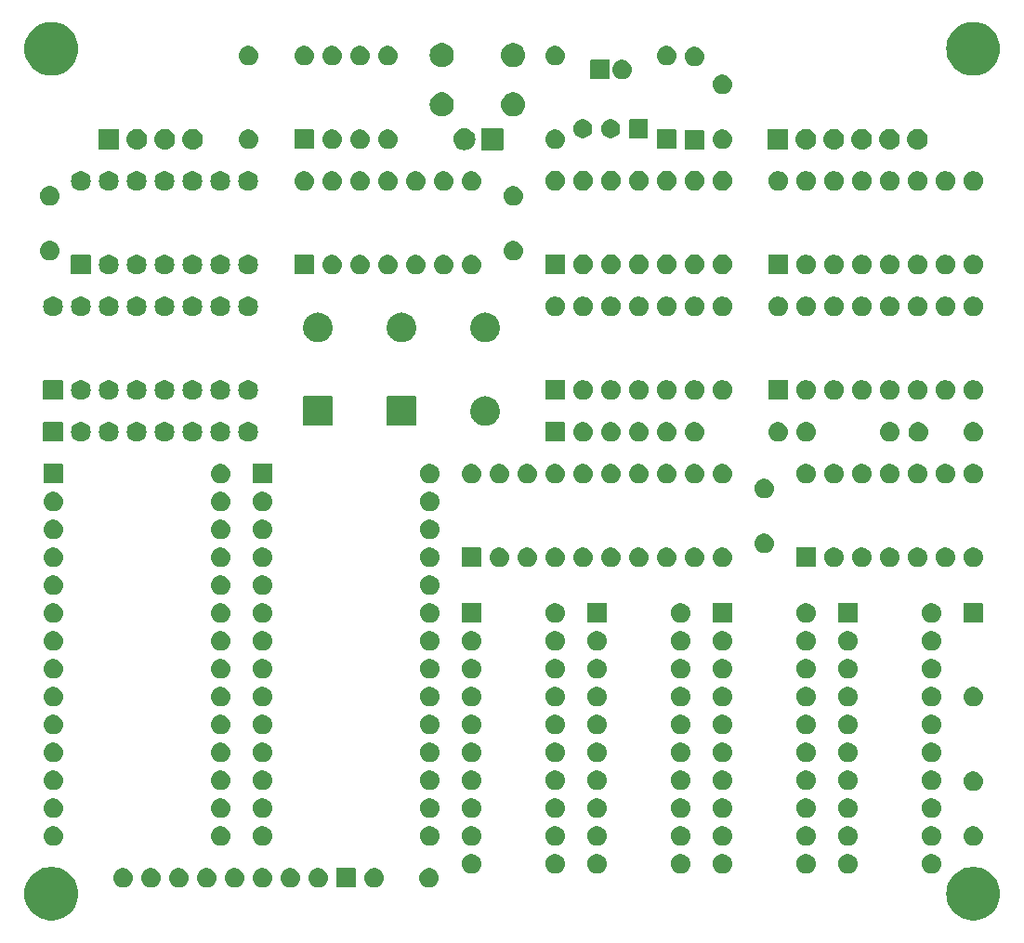
<source format=gbs>
G04 #@! TF.GenerationSoftware,KiCad,Pcbnew,8.0.1*
G04 #@! TF.CreationDate,2024-04-15T00:40:42+08:00*
G04 #@! TF.ProjectId,my4th-light,6d793474-682d-46c6-9967-68742e6b6963,rev?*
G04 #@! TF.SameCoordinates,Original*
G04 #@! TF.FileFunction,Soldermask,Bot*
G04 #@! TF.FilePolarity,Negative*
%FSLAX46Y46*%
G04 Gerber Fmt 4.6, Leading zero omitted, Abs format (unit mm)*
G04 Created by KiCad (PCBNEW 8.0.1) date 2024-04-15 00:40:42*
%MOMM*%
%LPD*%
G01*
G04 APERTURE LIST*
G04 APERTURE END LIST*
G36*
X130459084Y-121593396D02*
G01*
X130757092Y-121669912D01*
X131043159Y-121783174D01*
X131312776Y-121931397D01*
X131561689Y-122112243D01*
X131785973Y-122322860D01*
X131982092Y-122559926D01*
X132146951Y-122819703D01*
X132277952Y-123098095D01*
X132373029Y-123390710D01*
X132430681Y-123692934D01*
X132450000Y-124000000D01*
X132430681Y-124307066D01*
X132373029Y-124609290D01*
X132277952Y-124901905D01*
X132146951Y-125180297D01*
X131982092Y-125440074D01*
X131785973Y-125677140D01*
X131561689Y-125887757D01*
X131312776Y-126068603D01*
X131043159Y-126216826D01*
X130757092Y-126330088D01*
X130459084Y-126406604D01*
X130153837Y-126445165D01*
X129846163Y-126445165D01*
X129540916Y-126406604D01*
X129242908Y-126330088D01*
X128956841Y-126216826D01*
X128687224Y-126068603D01*
X128438311Y-125887757D01*
X128214027Y-125677140D01*
X128017908Y-125440074D01*
X127853049Y-125180297D01*
X127722048Y-124901905D01*
X127626971Y-124609290D01*
X127569319Y-124307066D01*
X127550000Y-124000000D01*
X127569319Y-123692934D01*
X127626971Y-123390710D01*
X127722048Y-123098095D01*
X127853049Y-122819703D01*
X128017908Y-122559926D01*
X128214027Y-122322860D01*
X128438311Y-122112243D01*
X128687224Y-121931397D01*
X128956841Y-121783174D01*
X129242908Y-121669912D01*
X129540916Y-121593396D01*
X129846163Y-121554835D01*
X130153837Y-121554835D01*
X130459084Y-121593396D01*
G37*
G36*
X214459084Y-121593396D02*
G01*
X214757092Y-121669912D01*
X215043159Y-121783174D01*
X215312776Y-121931397D01*
X215561689Y-122112243D01*
X215785973Y-122322860D01*
X215982092Y-122559926D01*
X216146951Y-122819703D01*
X216277952Y-123098095D01*
X216373029Y-123390710D01*
X216430681Y-123692934D01*
X216450000Y-124000000D01*
X216430681Y-124307066D01*
X216373029Y-124609290D01*
X216277952Y-124901905D01*
X216146951Y-125180297D01*
X215982092Y-125440074D01*
X215785973Y-125677140D01*
X215561689Y-125887757D01*
X215312776Y-126068603D01*
X215043159Y-126216826D01*
X214757092Y-126330088D01*
X214459084Y-126406604D01*
X214153837Y-126445165D01*
X213846163Y-126445165D01*
X213540916Y-126406604D01*
X213242908Y-126330088D01*
X212956841Y-126216826D01*
X212687224Y-126068603D01*
X212438311Y-125887757D01*
X212214027Y-125677140D01*
X212017908Y-125440074D01*
X211853049Y-125180297D01*
X211722048Y-124901905D01*
X211626971Y-124609290D01*
X211569319Y-124307066D01*
X211550000Y-124000000D01*
X211569319Y-123692934D01*
X211626971Y-123390710D01*
X211722048Y-123098095D01*
X211853049Y-122819703D01*
X212017908Y-122559926D01*
X212214027Y-122322860D01*
X212438311Y-122112243D01*
X212687224Y-121931397D01*
X212956841Y-121783174D01*
X213242908Y-121669912D01*
X213540916Y-121593396D01*
X213846163Y-121554835D01*
X214153837Y-121554835D01*
X214459084Y-121593396D01*
G37*
G36*
X157683268Y-121662612D02*
G01*
X157715711Y-121684289D01*
X157737388Y-121716732D01*
X157745000Y-121755000D01*
X157745000Y-123355000D01*
X157737388Y-123393268D01*
X157715711Y-123425711D01*
X157683268Y-123447388D01*
X157645000Y-123455000D01*
X156045000Y-123455000D01*
X156006732Y-123447388D01*
X155974289Y-123425711D01*
X155952612Y-123393268D01*
X155945000Y-123355000D01*
X155945000Y-121755000D01*
X155952612Y-121716732D01*
X155974289Y-121684289D01*
X156006732Y-121662612D01*
X156045000Y-121655000D01*
X157645000Y-121655000D01*
X157683268Y-121662612D01*
G37*
G36*
X136803115Y-121699049D02*
G01*
X136975000Y-121775577D01*
X137127218Y-121886170D01*
X137253115Y-122025993D01*
X137347191Y-122188937D01*
X137405333Y-122367879D01*
X137425000Y-122555000D01*
X137405333Y-122742121D01*
X137347191Y-122921063D01*
X137253115Y-123084007D01*
X137127218Y-123223830D01*
X136975000Y-123334423D01*
X136803115Y-123410951D01*
X136619076Y-123450070D01*
X136430924Y-123450070D01*
X136246885Y-123410951D01*
X136075000Y-123334423D01*
X135922782Y-123223830D01*
X135796885Y-123084007D01*
X135702809Y-122921063D01*
X135644667Y-122742121D01*
X135625000Y-122555000D01*
X135644667Y-122367879D01*
X135702809Y-122188937D01*
X135796885Y-122025993D01*
X135922782Y-121886170D01*
X136075000Y-121775577D01*
X136246885Y-121699049D01*
X136430924Y-121659930D01*
X136619076Y-121659930D01*
X136803115Y-121699049D01*
G37*
G36*
X139343115Y-121699049D02*
G01*
X139515000Y-121775577D01*
X139667218Y-121886170D01*
X139793115Y-122025993D01*
X139887191Y-122188937D01*
X139945333Y-122367879D01*
X139965000Y-122555000D01*
X139945333Y-122742121D01*
X139887191Y-122921063D01*
X139793115Y-123084007D01*
X139667218Y-123223830D01*
X139515000Y-123334423D01*
X139343115Y-123410951D01*
X139159076Y-123450070D01*
X138970924Y-123450070D01*
X138786885Y-123410951D01*
X138615000Y-123334423D01*
X138462782Y-123223830D01*
X138336885Y-123084007D01*
X138242809Y-122921063D01*
X138184667Y-122742121D01*
X138165000Y-122555000D01*
X138184667Y-122367879D01*
X138242809Y-122188937D01*
X138336885Y-122025993D01*
X138462782Y-121886170D01*
X138615000Y-121775577D01*
X138786885Y-121699049D01*
X138970924Y-121659930D01*
X139159076Y-121659930D01*
X139343115Y-121699049D01*
G37*
G36*
X141883115Y-121699049D02*
G01*
X142055000Y-121775577D01*
X142207218Y-121886170D01*
X142333115Y-122025993D01*
X142427191Y-122188937D01*
X142485333Y-122367879D01*
X142505000Y-122555000D01*
X142485333Y-122742121D01*
X142427191Y-122921063D01*
X142333115Y-123084007D01*
X142207218Y-123223830D01*
X142055000Y-123334423D01*
X141883115Y-123410951D01*
X141699076Y-123450070D01*
X141510924Y-123450070D01*
X141326885Y-123410951D01*
X141155000Y-123334423D01*
X141002782Y-123223830D01*
X140876885Y-123084007D01*
X140782809Y-122921063D01*
X140724667Y-122742121D01*
X140705000Y-122555000D01*
X140724667Y-122367879D01*
X140782809Y-122188937D01*
X140876885Y-122025993D01*
X141002782Y-121886170D01*
X141155000Y-121775577D01*
X141326885Y-121699049D01*
X141510924Y-121659930D01*
X141699076Y-121659930D01*
X141883115Y-121699049D01*
G37*
G36*
X144423115Y-121699049D02*
G01*
X144595000Y-121775577D01*
X144747218Y-121886170D01*
X144873115Y-122025993D01*
X144967191Y-122188937D01*
X145025333Y-122367879D01*
X145045000Y-122555000D01*
X145025333Y-122742121D01*
X144967191Y-122921063D01*
X144873115Y-123084007D01*
X144747218Y-123223830D01*
X144595000Y-123334423D01*
X144423115Y-123410951D01*
X144239076Y-123450070D01*
X144050924Y-123450070D01*
X143866885Y-123410951D01*
X143695000Y-123334423D01*
X143542782Y-123223830D01*
X143416885Y-123084007D01*
X143322809Y-122921063D01*
X143264667Y-122742121D01*
X143245000Y-122555000D01*
X143264667Y-122367879D01*
X143322809Y-122188937D01*
X143416885Y-122025993D01*
X143542782Y-121886170D01*
X143695000Y-121775577D01*
X143866885Y-121699049D01*
X144050924Y-121659930D01*
X144239076Y-121659930D01*
X144423115Y-121699049D01*
G37*
G36*
X146963115Y-121699049D02*
G01*
X147135000Y-121775577D01*
X147287218Y-121886170D01*
X147413115Y-122025993D01*
X147507191Y-122188937D01*
X147565333Y-122367879D01*
X147585000Y-122555000D01*
X147565333Y-122742121D01*
X147507191Y-122921063D01*
X147413115Y-123084007D01*
X147287218Y-123223830D01*
X147135000Y-123334423D01*
X146963115Y-123410951D01*
X146779076Y-123450070D01*
X146590924Y-123450070D01*
X146406885Y-123410951D01*
X146235000Y-123334423D01*
X146082782Y-123223830D01*
X145956885Y-123084007D01*
X145862809Y-122921063D01*
X145804667Y-122742121D01*
X145785000Y-122555000D01*
X145804667Y-122367879D01*
X145862809Y-122188937D01*
X145956885Y-122025993D01*
X146082782Y-121886170D01*
X146235000Y-121775577D01*
X146406885Y-121699049D01*
X146590924Y-121659930D01*
X146779076Y-121659930D01*
X146963115Y-121699049D01*
G37*
G36*
X149503115Y-121699049D02*
G01*
X149675000Y-121775577D01*
X149827218Y-121886170D01*
X149953115Y-122025993D01*
X150047191Y-122188937D01*
X150105333Y-122367879D01*
X150125000Y-122555000D01*
X150105333Y-122742121D01*
X150047191Y-122921063D01*
X149953115Y-123084007D01*
X149827218Y-123223830D01*
X149675000Y-123334423D01*
X149503115Y-123410951D01*
X149319076Y-123450070D01*
X149130924Y-123450070D01*
X148946885Y-123410951D01*
X148775000Y-123334423D01*
X148622782Y-123223830D01*
X148496885Y-123084007D01*
X148402809Y-122921063D01*
X148344667Y-122742121D01*
X148325000Y-122555000D01*
X148344667Y-122367879D01*
X148402809Y-122188937D01*
X148496885Y-122025993D01*
X148622782Y-121886170D01*
X148775000Y-121775577D01*
X148946885Y-121699049D01*
X149130924Y-121659930D01*
X149319076Y-121659930D01*
X149503115Y-121699049D01*
G37*
G36*
X152043115Y-121699049D02*
G01*
X152215000Y-121775577D01*
X152367218Y-121886170D01*
X152493115Y-122025993D01*
X152587191Y-122188937D01*
X152645333Y-122367879D01*
X152665000Y-122555000D01*
X152645333Y-122742121D01*
X152587191Y-122921063D01*
X152493115Y-123084007D01*
X152367218Y-123223830D01*
X152215000Y-123334423D01*
X152043115Y-123410951D01*
X151859076Y-123450070D01*
X151670924Y-123450070D01*
X151486885Y-123410951D01*
X151315000Y-123334423D01*
X151162782Y-123223830D01*
X151036885Y-123084007D01*
X150942809Y-122921063D01*
X150884667Y-122742121D01*
X150865000Y-122555000D01*
X150884667Y-122367879D01*
X150942809Y-122188937D01*
X151036885Y-122025993D01*
X151162782Y-121886170D01*
X151315000Y-121775577D01*
X151486885Y-121699049D01*
X151670924Y-121659930D01*
X151859076Y-121659930D01*
X152043115Y-121699049D01*
G37*
G36*
X154583115Y-121699049D02*
G01*
X154755000Y-121775577D01*
X154907218Y-121886170D01*
X155033115Y-122025993D01*
X155127191Y-122188937D01*
X155185333Y-122367879D01*
X155205000Y-122555000D01*
X155185333Y-122742121D01*
X155127191Y-122921063D01*
X155033115Y-123084007D01*
X154907218Y-123223830D01*
X154755000Y-123334423D01*
X154583115Y-123410951D01*
X154399076Y-123450070D01*
X154210924Y-123450070D01*
X154026885Y-123410951D01*
X153855000Y-123334423D01*
X153702782Y-123223830D01*
X153576885Y-123084007D01*
X153482809Y-122921063D01*
X153424667Y-122742121D01*
X153405000Y-122555000D01*
X153424667Y-122367879D01*
X153482809Y-122188937D01*
X153576885Y-122025993D01*
X153702782Y-121886170D01*
X153855000Y-121775577D01*
X154026885Y-121699049D01*
X154210924Y-121659930D01*
X154399076Y-121659930D01*
X154583115Y-121699049D01*
G37*
G36*
X159703115Y-121699049D02*
G01*
X159875000Y-121775577D01*
X160027218Y-121886170D01*
X160153115Y-122025993D01*
X160247191Y-122188937D01*
X160305333Y-122367879D01*
X160325000Y-122555000D01*
X160305333Y-122742121D01*
X160247191Y-122921063D01*
X160153115Y-123084007D01*
X160027218Y-123223830D01*
X159875000Y-123334423D01*
X159703115Y-123410951D01*
X159519076Y-123450070D01*
X159330924Y-123450070D01*
X159146885Y-123410951D01*
X158975000Y-123334423D01*
X158822782Y-123223830D01*
X158696885Y-123084007D01*
X158602809Y-122921063D01*
X158544667Y-122742121D01*
X158525000Y-122555000D01*
X158544667Y-122367879D01*
X158602809Y-122188937D01*
X158696885Y-122025993D01*
X158822782Y-121886170D01*
X158975000Y-121775577D01*
X159146885Y-121699049D01*
X159330924Y-121659930D01*
X159519076Y-121659930D01*
X159703115Y-121699049D01*
G37*
G36*
X164703115Y-121699049D02*
G01*
X164875000Y-121775577D01*
X165027218Y-121886170D01*
X165153115Y-122025993D01*
X165247191Y-122188937D01*
X165305333Y-122367879D01*
X165325000Y-122555000D01*
X165305333Y-122742121D01*
X165247191Y-122921063D01*
X165153115Y-123084007D01*
X165027218Y-123223830D01*
X164875000Y-123334423D01*
X164703115Y-123410951D01*
X164519076Y-123450070D01*
X164330924Y-123450070D01*
X164146885Y-123410951D01*
X163975000Y-123334423D01*
X163822782Y-123223830D01*
X163696885Y-123084007D01*
X163602809Y-122921063D01*
X163544667Y-122742121D01*
X163525000Y-122555000D01*
X163544667Y-122367879D01*
X163602809Y-122188937D01*
X163696885Y-122025993D01*
X163822782Y-121886170D01*
X163975000Y-121775577D01*
X164146885Y-121699049D01*
X164330924Y-121659930D01*
X164519076Y-121659930D01*
X164703115Y-121699049D01*
G37*
G36*
X168553115Y-120419049D02*
G01*
X168725000Y-120495577D01*
X168877218Y-120606170D01*
X169003115Y-120745993D01*
X169097191Y-120908937D01*
X169155333Y-121087879D01*
X169175000Y-121275000D01*
X169155333Y-121462121D01*
X169097191Y-121641063D01*
X169003115Y-121804007D01*
X168877218Y-121943830D01*
X168725000Y-122054423D01*
X168553115Y-122130951D01*
X168369076Y-122170070D01*
X168180924Y-122170070D01*
X167996885Y-122130951D01*
X167825000Y-122054423D01*
X167672782Y-121943830D01*
X167546885Y-121804007D01*
X167452809Y-121641063D01*
X167394667Y-121462121D01*
X167375000Y-121275000D01*
X167394667Y-121087879D01*
X167452809Y-120908937D01*
X167546885Y-120745993D01*
X167672782Y-120606170D01*
X167825000Y-120495577D01*
X167996885Y-120419049D01*
X168180924Y-120379930D01*
X168369076Y-120379930D01*
X168553115Y-120419049D01*
G37*
G36*
X176173115Y-120419049D02*
G01*
X176345000Y-120495577D01*
X176497218Y-120606170D01*
X176623115Y-120745993D01*
X176717191Y-120908937D01*
X176775333Y-121087879D01*
X176795000Y-121275000D01*
X176775333Y-121462121D01*
X176717191Y-121641063D01*
X176623115Y-121804007D01*
X176497218Y-121943830D01*
X176345000Y-122054423D01*
X176173115Y-122130951D01*
X175989076Y-122170070D01*
X175800924Y-122170070D01*
X175616885Y-122130951D01*
X175445000Y-122054423D01*
X175292782Y-121943830D01*
X175166885Y-121804007D01*
X175072809Y-121641063D01*
X175014667Y-121462121D01*
X174995000Y-121275000D01*
X175014667Y-121087879D01*
X175072809Y-120908937D01*
X175166885Y-120745993D01*
X175292782Y-120606170D01*
X175445000Y-120495577D01*
X175616885Y-120419049D01*
X175800924Y-120379930D01*
X175989076Y-120379930D01*
X176173115Y-120419049D01*
G37*
G36*
X179983115Y-120419049D02*
G01*
X180155000Y-120495577D01*
X180307218Y-120606170D01*
X180433115Y-120745993D01*
X180527191Y-120908937D01*
X180585333Y-121087879D01*
X180605000Y-121275000D01*
X180585333Y-121462121D01*
X180527191Y-121641063D01*
X180433115Y-121804007D01*
X180307218Y-121943830D01*
X180155000Y-122054423D01*
X179983115Y-122130951D01*
X179799076Y-122170070D01*
X179610924Y-122170070D01*
X179426885Y-122130951D01*
X179255000Y-122054423D01*
X179102782Y-121943830D01*
X178976885Y-121804007D01*
X178882809Y-121641063D01*
X178824667Y-121462121D01*
X178805000Y-121275000D01*
X178824667Y-121087879D01*
X178882809Y-120908937D01*
X178976885Y-120745993D01*
X179102782Y-120606170D01*
X179255000Y-120495577D01*
X179426885Y-120419049D01*
X179610924Y-120379930D01*
X179799076Y-120379930D01*
X179983115Y-120419049D01*
G37*
G36*
X187603115Y-120419049D02*
G01*
X187775000Y-120495577D01*
X187927218Y-120606170D01*
X188053115Y-120745993D01*
X188147191Y-120908937D01*
X188205333Y-121087879D01*
X188225000Y-121275000D01*
X188205333Y-121462121D01*
X188147191Y-121641063D01*
X188053115Y-121804007D01*
X187927218Y-121943830D01*
X187775000Y-122054423D01*
X187603115Y-122130951D01*
X187419076Y-122170070D01*
X187230924Y-122170070D01*
X187046885Y-122130951D01*
X186875000Y-122054423D01*
X186722782Y-121943830D01*
X186596885Y-121804007D01*
X186502809Y-121641063D01*
X186444667Y-121462121D01*
X186425000Y-121275000D01*
X186444667Y-121087879D01*
X186502809Y-120908937D01*
X186596885Y-120745993D01*
X186722782Y-120606170D01*
X186875000Y-120495577D01*
X187046885Y-120419049D01*
X187230924Y-120379930D01*
X187419076Y-120379930D01*
X187603115Y-120419049D01*
G37*
G36*
X191413115Y-120419049D02*
G01*
X191585000Y-120495577D01*
X191737218Y-120606170D01*
X191863115Y-120745993D01*
X191957191Y-120908937D01*
X192015333Y-121087879D01*
X192035000Y-121275000D01*
X192015333Y-121462121D01*
X191957191Y-121641063D01*
X191863115Y-121804007D01*
X191737218Y-121943830D01*
X191585000Y-122054423D01*
X191413115Y-122130951D01*
X191229076Y-122170070D01*
X191040924Y-122170070D01*
X190856885Y-122130951D01*
X190685000Y-122054423D01*
X190532782Y-121943830D01*
X190406885Y-121804007D01*
X190312809Y-121641063D01*
X190254667Y-121462121D01*
X190235000Y-121275000D01*
X190254667Y-121087879D01*
X190312809Y-120908937D01*
X190406885Y-120745993D01*
X190532782Y-120606170D01*
X190685000Y-120495577D01*
X190856885Y-120419049D01*
X191040924Y-120379930D01*
X191229076Y-120379930D01*
X191413115Y-120419049D01*
G37*
G36*
X199033115Y-120419049D02*
G01*
X199205000Y-120495577D01*
X199357218Y-120606170D01*
X199483115Y-120745993D01*
X199577191Y-120908937D01*
X199635333Y-121087879D01*
X199655000Y-121275000D01*
X199635333Y-121462121D01*
X199577191Y-121641063D01*
X199483115Y-121804007D01*
X199357218Y-121943830D01*
X199205000Y-122054423D01*
X199033115Y-122130951D01*
X198849076Y-122170070D01*
X198660924Y-122170070D01*
X198476885Y-122130951D01*
X198305000Y-122054423D01*
X198152782Y-121943830D01*
X198026885Y-121804007D01*
X197932809Y-121641063D01*
X197874667Y-121462121D01*
X197855000Y-121275000D01*
X197874667Y-121087879D01*
X197932809Y-120908937D01*
X198026885Y-120745993D01*
X198152782Y-120606170D01*
X198305000Y-120495577D01*
X198476885Y-120419049D01*
X198660924Y-120379930D01*
X198849076Y-120379930D01*
X199033115Y-120419049D01*
G37*
G36*
X202843115Y-120419049D02*
G01*
X203015000Y-120495577D01*
X203167218Y-120606170D01*
X203293115Y-120745993D01*
X203387191Y-120908937D01*
X203445333Y-121087879D01*
X203465000Y-121275000D01*
X203445333Y-121462121D01*
X203387191Y-121641063D01*
X203293115Y-121804007D01*
X203167218Y-121943830D01*
X203015000Y-122054423D01*
X202843115Y-122130951D01*
X202659076Y-122170070D01*
X202470924Y-122170070D01*
X202286885Y-122130951D01*
X202115000Y-122054423D01*
X201962782Y-121943830D01*
X201836885Y-121804007D01*
X201742809Y-121641063D01*
X201684667Y-121462121D01*
X201665000Y-121275000D01*
X201684667Y-121087879D01*
X201742809Y-120908937D01*
X201836885Y-120745993D01*
X201962782Y-120606170D01*
X202115000Y-120495577D01*
X202286885Y-120419049D01*
X202470924Y-120379930D01*
X202659076Y-120379930D01*
X202843115Y-120419049D01*
G37*
G36*
X210463115Y-120419049D02*
G01*
X210635000Y-120495577D01*
X210787218Y-120606170D01*
X210913115Y-120745993D01*
X211007191Y-120908937D01*
X211065333Y-121087879D01*
X211085000Y-121275000D01*
X211065333Y-121462121D01*
X211007191Y-121641063D01*
X210913115Y-121804007D01*
X210787218Y-121943830D01*
X210635000Y-122054423D01*
X210463115Y-122130951D01*
X210279076Y-122170070D01*
X210090924Y-122170070D01*
X209906885Y-122130951D01*
X209735000Y-122054423D01*
X209582782Y-121943830D01*
X209456885Y-121804007D01*
X209362809Y-121641063D01*
X209304667Y-121462121D01*
X209285000Y-121275000D01*
X209304667Y-121087879D01*
X209362809Y-120908937D01*
X209456885Y-120745993D01*
X209582782Y-120606170D01*
X209735000Y-120495577D01*
X209906885Y-120419049D01*
X210090924Y-120379930D01*
X210279076Y-120379930D01*
X210463115Y-120419049D01*
G37*
G36*
X130453115Y-117889049D02*
G01*
X130625000Y-117965577D01*
X130777218Y-118076170D01*
X130903115Y-118215993D01*
X130997191Y-118378937D01*
X131055333Y-118557879D01*
X131075000Y-118745000D01*
X131055333Y-118932121D01*
X130997191Y-119111063D01*
X130903115Y-119274007D01*
X130777218Y-119413830D01*
X130625000Y-119524423D01*
X130453115Y-119600951D01*
X130269076Y-119640070D01*
X130080924Y-119640070D01*
X129896885Y-119600951D01*
X129725000Y-119524423D01*
X129572782Y-119413830D01*
X129446885Y-119274007D01*
X129352809Y-119111063D01*
X129294667Y-118932121D01*
X129275000Y-118745000D01*
X129294667Y-118557879D01*
X129352809Y-118378937D01*
X129446885Y-118215993D01*
X129572782Y-118076170D01*
X129725000Y-117965577D01*
X129896885Y-117889049D01*
X130080924Y-117849930D01*
X130269076Y-117849930D01*
X130453115Y-117889049D01*
G37*
G36*
X145693115Y-117889049D02*
G01*
X145865000Y-117965577D01*
X146017218Y-118076170D01*
X146143115Y-118215993D01*
X146237191Y-118378937D01*
X146295333Y-118557879D01*
X146315000Y-118745000D01*
X146295333Y-118932121D01*
X146237191Y-119111063D01*
X146143115Y-119274007D01*
X146017218Y-119413830D01*
X145865000Y-119524423D01*
X145693115Y-119600951D01*
X145509076Y-119640070D01*
X145320924Y-119640070D01*
X145136885Y-119600951D01*
X144965000Y-119524423D01*
X144812782Y-119413830D01*
X144686885Y-119274007D01*
X144592809Y-119111063D01*
X144534667Y-118932121D01*
X144515000Y-118745000D01*
X144534667Y-118557879D01*
X144592809Y-118378937D01*
X144686885Y-118215993D01*
X144812782Y-118076170D01*
X144965000Y-117965577D01*
X145136885Y-117889049D01*
X145320924Y-117849930D01*
X145509076Y-117849930D01*
X145693115Y-117889049D01*
G37*
G36*
X214273115Y-117889049D02*
G01*
X214445000Y-117965577D01*
X214597218Y-118076170D01*
X214723115Y-118215993D01*
X214817191Y-118378937D01*
X214875333Y-118557879D01*
X214895000Y-118745000D01*
X214875333Y-118932121D01*
X214817191Y-119111063D01*
X214723115Y-119274007D01*
X214597218Y-119413830D01*
X214445000Y-119524423D01*
X214273115Y-119600951D01*
X214089076Y-119640070D01*
X213900924Y-119640070D01*
X213716885Y-119600951D01*
X213545000Y-119524423D01*
X213392782Y-119413830D01*
X213266885Y-119274007D01*
X213172809Y-119111063D01*
X213114667Y-118932121D01*
X213095000Y-118745000D01*
X213114667Y-118557879D01*
X213172809Y-118378937D01*
X213266885Y-118215993D01*
X213392782Y-118076170D01*
X213545000Y-117965577D01*
X213716885Y-117889049D01*
X213900924Y-117849930D01*
X214089076Y-117849930D01*
X214273115Y-117889049D01*
G37*
G36*
X149503115Y-117879049D02*
G01*
X149675000Y-117955577D01*
X149827218Y-118066170D01*
X149953115Y-118205993D01*
X150047191Y-118368937D01*
X150105333Y-118547879D01*
X150125000Y-118735000D01*
X150105333Y-118922121D01*
X150047191Y-119101063D01*
X149953115Y-119264007D01*
X149827218Y-119403830D01*
X149675000Y-119514423D01*
X149503115Y-119590951D01*
X149319076Y-119630070D01*
X149130924Y-119630070D01*
X148946885Y-119590951D01*
X148775000Y-119514423D01*
X148622782Y-119403830D01*
X148496885Y-119264007D01*
X148402809Y-119101063D01*
X148344667Y-118922121D01*
X148325000Y-118735000D01*
X148344667Y-118547879D01*
X148402809Y-118368937D01*
X148496885Y-118205993D01*
X148622782Y-118066170D01*
X148775000Y-117955577D01*
X148946885Y-117879049D01*
X149130924Y-117839930D01*
X149319076Y-117839930D01*
X149503115Y-117879049D01*
G37*
G36*
X164743115Y-117879049D02*
G01*
X164915000Y-117955577D01*
X165067218Y-118066170D01*
X165193115Y-118205993D01*
X165287191Y-118368937D01*
X165345333Y-118547879D01*
X165365000Y-118735000D01*
X165345333Y-118922121D01*
X165287191Y-119101063D01*
X165193115Y-119264007D01*
X165067218Y-119403830D01*
X164915000Y-119514423D01*
X164743115Y-119590951D01*
X164559076Y-119630070D01*
X164370924Y-119630070D01*
X164186885Y-119590951D01*
X164015000Y-119514423D01*
X163862782Y-119403830D01*
X163736885Y-119264007D01*
X163642809Y-119101063D01*
X163584667Y-118922121D01*
X163565000Y-118735000D01*
X163584667Y-118547879D01*
X163642809Y-118368937D01*
X163736885Y-118205993D01*
X163862782Y-118066170D01*
X164015000Y-117955577D01*
X164186885Y-117879049D01*
X164370924Y-117839930D01*
X164559076Y-117839930D01*
X164743115Y-117879049D01*
G37*
G36*
X168553115Y-117879049D02*
G01*
X168725000Y-117955577D01*
X168877218Y-118066170D01*
X169003115Y-118205993D01*
X169097191Y-118368937D01*
X169155333Y-118547879D01*
X169175000Y-118735000D01*
X169155333Y-118922121D01*
X169097191Y-119101063D01*
X169003115Y-119264007D01*
X168877218Y-119403830D01*
X168725000Y-119514423D01*
X168553115Y-119590951D01*
X168369076Y-119630070D01*
X168180924Y-119630070D01*
X167996885Y-119590951D01*
X167825000Y-119514423D01*
X167672782Y-119403830D01*
X167546885Y-119264007D01*
X167452809Y-119101063D01*
X167394667Y-118922121D01*
X167375000Y-118735000D01*
X167394667Y-118547879D01*
X167452809Y-118368937D01*
X167546885Y-118205993D01*
X167672782Y-118066170D01*
X167825000Y-117955577D01*
X167996885Y-117879049D01*
X168180924Y-117839930D01*
X168369076Y-117839930D01*
X168553115Y-117879049D01*
G37*
G36*
X176173115Y-117879049D02*
G01*
X176345000Y-117955577D01*
X176497218Y-118066170D01*
X176623115Y-118205993D01*
X176717191Y-118368937D01*
X176775333Y-118547879D01*
X176795000Y-118735000D01*
X176775333Y-118922121D01*
X176717191Y-119101063D01*
X176623115Y-119264007D01*
X176497218Y-119403830D01*
X176345000Y-119514423D01*
X176173115Y-119590951D01*
X175989076Y-119630070D01*
X175800924Y-119630070D01*
X175616885Y-119590951D01*
X175445000Y-119514423D01*
X175292782Y-119403830D01*
X175166885Y-119264007D01*
X175072809Y-119101063D01*
X175014667Y-118922121D01*
X174995000Y-118735000D01*
X175014667Y-118547879D01*
X175072809Y-118368937D01*
X175166885Y-118205993D01*
X175292782Y-118066170D01*
X175445000Y-117955577D01*
X175616885Y-117879049D01*
X175800924Y-117839930D01*
X175989076Y-117839930D01*
X176173115Y-117879049D01*
G37*
G36*
X179983115Y-117879049D02*
G01*
X180155000Y-117955577D01*
X180307218Y-118066170D01*
X180433115Y-118205993D01*
X180527191Y-118368937D01*
X180585333Y-118547879D01*
X180605000Y-118735000D01*
X180585333Y-118922121D01*
X180527191Y-119101063D01*
X180433115Y-119264007D01*
X180307218Y-119403830D01*
X180155000Y-119514423D01*
X179983115Y-119590951D01*
X179799076Y-119630070D01*
X179610924Y-119630070D01*
X179426885Y-119590951D01*
X179255000Y-119514423D01*
X179102782Y-119403830D01*
X178976885Y-119264007D01*
X178882809Y-119101063D01*
X178824667Y-118922121D01*
X178805000Y-118735000D01*
X178824667Y-118547879D01*
X178882809Y-118368937D01*
X178976885Y-118205993D01*
X179102782Y-118066170D01*
X179255000Y-117955577D01*
X179426885Y-117879049D01*
X179610924Y-117839930D01*
X179799076Y-117839930D01*
X179983115Y-117879049D01*
G37*
G36*
X187603115Y-117879049D02*
G01*
X187775000Y-117955577D01*
X187927218Y-118066170D01*
X188053115Y-118205993D01*
X188147191Y-118368937D01*
X188205333Y-118547879D01*
X188225000Y-118735000D01*
X188205333Y-118922121D01*
X188147191Y-119101063D01*
X188053115Y-119264007D01*
X187927218Y-119403830D01*
X187775000Y-119514423D01*
X187603115Y-119590951D01*
X187419076Y-119630070D01*
X187230924Y-119630070D01*
X187046885Y-119590951D01*
X186875000Y-119514423D01*
X186722782Y-119403830D01*
X186596885Y-119264007D01*
X186502809Y-119101063D01*
X186444667Y-118922121D01*
X186425000Y-118735000D01*
X186444667Y-118547879D01*
X186502809Y-118368937D01*
X186596885Y-118205993D01*
X186722782Y-118066170D01*
X186875000Y-117955577D01*
X187046885Y-117879049D01*
X187230924Y-117839930D01*
X187419076Y-117839930D01*
X187603115Y-117879049D01*
G37*
G36*
X191413115Y-117879049D02*
G01*
X191585000Y-117955577D01*
X191737218Y-118066170D01*
X191863115Y-118205993D01*
X191957191Y-118368937D01*
X192015333Y-118547879D01*
X192035000Y-118735000D01*
X192015333Y-118922121D01*
X191957191Y-119101063D01*
X191863115Y-119264007D01*
X191737218Y-119403830D01*
X191585000Y-119514423D01*
X191413115Y-119590951D01*
X191229076Y-119630070D01*
X191040924Y-119630070D01*
X190856885Y-119590951D01*
X190685000Y-119514423D01*
X190532782Y-119403830D01*
X190406885Y-119264007D01*
X190312809Y-119101063D01*
X190254667Y-118922121D01*
X190235000Y-118735000D01*
X190254667Y-118547879D01*
X190312809Y-118368937D01*
X190406885Y-118205993D01*
X190532782Y-118066170D01*
X190685000Y-117955577D01*
X190856885Y-117879049D01*
X191040924Y-117839930D01*
X191229076Y-117839930D01*
X191413115Y-117879049D01*
G37*
G36*
X199033115Y-117879049D02*
G01*
X199205000Y-117955577D01*
X199357218Y-118066170D01*
X199483115Y-118205993D01*
X199577191Y-118368937D01*
X199635333Y-118547879D01*
X199655000Y-118735000D01*
X199635333Y-118922121D01*
X199577191Y-119101063D01*
X199483115Y-119264007D01*
X199357218Y-119403830D01*
X199205000Y-119514423D01*
X199033115Y-119590951D01*
X198849076Y-119630070D01*
X198660924Y-119630070D01*
X198476885Y-119590951D01*
X198305000Y-119514423D01*
X198152782Y-119403830D01*
X198026885Y-119264007D01*
X197932809Y-119101063D01*
X197874667Y-118922121D01*
X197855000Y-118735000D01*
X197874667Y-118547879D01*
X197932809Y-118368937D01*
X198026885Y-118205993D01*
X198152782Y-118066170D01*
X198305000Y-117955577D01*
X198476885Y-117879049D01*
X198660924Y-117839930D01*
X198849076Y-117839930D01*
X199033115Y-117879049D01*
G37*
G36*
X202843115Y-117879049D02*
G01*
X203015000Y-117955577D01*
X203167218Y-118066170D01*
X203293115Y-118205993D01*
X203387191Y-118368937D01*
X203445333Y-118547879D01*
X203465000Y-118735000D01*
X203445333Y-118922121D01*
X203387191Y-119101063D01*
X203293115Y-119264007D01*
X203167218Y-119403830D01*
X203015000Y-119514423D01*
X202843115Y-119590951D01*
X202659076Y-119630070D01*
X202470924Y-119630070D01*
X202286885Y-119590951D01*
X202115000Y-119514423D01*
X201962782Y-119403830D01*
X201836885Y-119264007D01*
X201742809Y-119101063D01*
X201684667Y-118922121D01*
X201665000Y-118735000D01*
X201684667Y-118547879D01*
X201742809Y-118368937D01*
X201836885Y-118205993D01*
X201962782Y-118066170D01*
X202115000Y-117955577D01*
X202286885Y-117879049D01*
X202470924Y-117839930D01*
X202659076Y-117839930D01*
X202843115Y-117879049D01*
G37*
G36*
X210463115Y-117879049D02*
G01*
X210635000Y-117955577D01*
X210787218Y-118066170D01*
X210913115Y-118205993D01*
X211007191Y-118368937D01*
X211065333Y-118547879D01*
X211085000Y-118735000D01*
X211065333Y-118922121D01*
X211007191Y-119101063D01*
X210913115Y-119264007D01*
X210787218Y-119403830D01*
X210635000Y-119514423D01*
X210463115Y-119590951D01*
X210279076Y-119630070D01*
X210090924Y-119630070D01*
X209906885Y-119590951D01*
X209735000Y-119514423D01*
X209582782Y-119403830D01*
X209456885Y-119264007D01*
X209362809Y-119101063D01*
X209304667Y-118922121D01*
X209285000Y-118735000D01*
X209304667Y-118547879D01*
X209362809Y-118368937D01*
X209456885Y-118205993D01*
X209582782Y-118066170D01*
X209735000Y-117955577D01*
X209906885Y-117879049D01*
X210090924Y-117839930D01*
X210279076Y-117839930D01*
X210463115Y-117879049D01*
G37*
G36*
X130453115Y-115349049D02*
G01*
X130625000Y-115425577D01*
X130777218Y-115536170D01*
X130903115Y-115675993D01*
X130997191Y-115838937D01*
X131055333Y-116017879D01*
X131075000Y-116205000D01*
X131055333Y-116392121D01*
X130997191Y-116571063D01*
X130903115Y-116734007D01*
X130777218Y-116873830D01*
X130625000Y-116984423D01*
X130453115Y-117060951D01*
X130269076Y-117100070D01*
X130080924Y-117100070D01*
X129896885Y-117060951D01*
X129725000Y-116984423D01*
X129572782Y-116873830D01*
X129446885Y-116734007D01*
X129352809Y-116571063D01*
X129294667Y-116392121D01*
X129275000Y-116205000D01*
X129294667Y-116017879D01*
X129352809Y-115838937D01*
X129446885Y-115675993D01*
X129572782Y-115536170D01*
X129725000Y-115425577D01*
X129896885Y-115349049D01*
X130080924Y-115309930D01*
X130269076Y-115309930D01*
X130453115Y-115349049D01*
G37*
G36*
X145693115Y-115349049D02*
G01*
X145865000Y-115425577D01*
X146017218Y-115536170D01*
X146143115Y-115675993D01*
X146237191Y-115838937D01*
X146295333Y-116017879D01*
X146315000Y-116205000D01*
X146295333Y-116392121D01*
X146237191Y-116571063D01*
X146143115Y-116734007D01*
X146017218Y-116873830D01*
X145865000Y-116984423D01*
X145693115Y-117060951D01*
X145509076Y-117100070D01*
X145320924Y-117100070D01*
X145136885Y-117060951D01*
X144965000Y-116984423D01*
X144812782Y-116873830D01*
X144686885Y-116734007D01*
X144592809Y-116571063D01*
X144534667Y-116392121D01*
X144515000Y-116205000D01*
X144534667Y-116017879D01*
X144592809Y-115838937D01*
X144686885Y-115675993D01*
X144812782Y-115536170D01*
X144965000Y-115425577D01*
X145136885Y-115349049D01*
X145320924Y-115309930D01*
X145509076Y-115309930D01*
X145693115Y-115349049D01*
G37*
G36*
X149503115Y-115339049D02*
G01*
X149675000Y-115415577D01*
X149827218Y-115526170D01*
X149953115Y-115665993D01*
X150047191Y-115828937D01*
X150105333Y-116007879D01*
X150125000Y-116195000D01*
X150105333Y-116382121D01*
X150047191Y-116561063D01*
X149953115Y-116724007D01*
X149827218Y-116863830D01*
X149675000Y-116974423D01*
X149503115Y-117050951D01*
X149319076Y-117090070D01*
X149130924Y-117090070D01*
X148946885Y-117050951D01*
X148775000Y-116974423D01*
X148622782Y-116863830D01*
X148496885Y-116724007D01*
X148402809Y-116561063D01*
X148344667Y-116382121D01*
X148325000Y-116195000D01*
X148344667Y-116007879D01*
X148402809Y-115828937D01*
X148496885Y-115665993D01*
X148622782Y-115526170D01*
X148775000Y-115415577D01*
X148946885Y-115339049D01*
X149130924Y-115299930D01*
X149319076Y-115299930D01*
X149503115Y-115339049D01*
G37*
G36*
X164743115Y-115339049D02*
G01*
X164915000Y-115415577D01*
X165067218Y-115526170D01*
X165193115Y-115665993D01*
X165287191Y-115828937D01*
X165345333Y-116007879D01*
X165365000Y-116195000D01*
X165345333Y-116382121D01*
X165287191Y-116561063D01*
X165193115Y-116724007D01*
X165067218Y-116863830D01*
X164915000Y-116974423D01*
X164743115Y-117050951D01*
X164559076Y-117090070D01*
X164370924Y-117090070D01*
X164186885Y-117050951D01*
X164015000Y-116974423D01*
X163862782Y-116863830D01*
X163736885Y-116724007D01*
X163642809Y-116561063D01*
X163584667Y-116382121D01*
X163565000Y-116195000D01*
X163584667Y-116007879D01*
X163642809Y-115828937D01*
X163736885Y-115665993D01*
X163862782Y-115526170D01*
X164015000Y-115415577D01*
X164186885Y-115339049D01*
X164370924Y-115299930D01*
X164559076Y-115299930D01*
X164743115Y-115339049D01*
G37*
G36*
X168553115Y-115339049D02*
G01*
X168725000Y-115415577D01*
X168877218Y-115526170D01*
X169003115Y-115665993D01*
X169097191Y-115828937D01*
X169155333Y-116007879D01*
X169175000Y-116195000D01*
X169155333Y-116382121D01*
X169097191Y-116561063D01*
X169003115Y-116724007D01*
X168877218Y-116863830D01*
X168725000Y-116974423D01*
X168553115Y-117050951D01*
X168369076Y-117090070D01*
X168180924Y-117090070D01*
X167996885Y-117050951D01*
X167825000Y-116974423D01*
X167672782Y-116863830D01*
X167546885Y-116724007D01*
X167452809Y-116561063D01*
X167394667Y-116382121D01*
X167375000Y-116195000D01*
X167394667Y-116007879D01*
X167452809Y-115828937D01*
X167546885Y-115665993D01*
X167672782Y-115526170D01*
X167825000Y-115415577D01*
X167996885Y-115339049D01*
X168180924Y-115299930D01*
X168369076Y-115299930D01*
X168553115Y-115339049D01*
G37*
G36*
X176173115Y-115339049D02*
G01*
X176345000Y-115415577D01*
X176497218Y-115526170D01*
X176623115Y-115665993D01*
X176717191Y-115828937D01*
X176775333Y-116007879D01*
X176795000Y-116195000D01*
X176775333Y-116382121D01*
X176717191Y-116561063D01*
X176623115Y-116724007D01*
X176497218Y-116863830D01*
X176345000Y-116974423D01*
X176173115Y-117050951D01*
X175989076Y-117090070D01*
X175800924Y-117090070D01*
X175616885Y-117050951D01*
X175445000Y-116974423D01*
X175292782Y-116863830D01*
X175166885Y-116724007D01*
X175072809Y-116561063D01*
X175014667Y-116382121D01*
X174995000Y-116195000D01*
X175014667Y-116007879D01*
X175072809Y-115828937D01*
X175166885Y-115665993D01*
X175292782Y-115526170D01*
X175445000Y-115415577D01*
X175616885Y-115339049D01*
X175800924Y-115299930D01*
X175989076Y-115299930D01*
X176173115Y-115339049D01*
G37*
G36*
X179983115Y-115339049D02*
G01*
X180155000Y-115415577D01*
X180307218Y-115526170D01*
X180433115Y-115665993D01*
X180527191Y-115828937D01*
X180585333Y-116007879D01*
X180605000Y-116195000D01*
X180585333Y-116382121D01*
X180527191Y-116561063D01*
X180433115Y-116724007D01*
X180307218Y-116863830D01*
X180155000Y-116974423D01*
X179983115Y-117050951D01*
X179799076Y-117090070D01*
X179610924Y-117090070D01*
X179426885Y-117050951D01*
X179255000Y-116974423D01*
X179102782Y-116863830D01*
X178976885Y-116724007D01*
X178882809Y-116561063D01*
X178824667Y-116382121D01*
X178805000Y-116195000D01*
X178824667Y-116007879D01*
X178882809Y-115828937D01*
X178976885Y-115665993D01*
X179102782Y-115526170D01*
X179255000Y-115415577D01*
X179426885Y-115339049D01*
X179610924Y-115299930D01*
X179799076Y-115299930D01*
X179983115Y-115339049D01*
G37*
G36*
X187603115Y-115339049D02*
G01*
X187775000Y-115415577D01*
X187927218Y-115526170D01*
X188053115Y-115665993D01*
X188147191Y-115828937D01*
X188205333Y-116007879D01*
X188225000Y-116195000D01*
X188205333Y-116382121D01*
X188147191Y-116561063D01*
X188053115Y-116724007D01*
X187927218Y-116863830D01*
X187775000Y-116974423D01*
X187603115Y-117050951D01*
X187419076Y-117090070D01*
X187230924Y-117090070D01*
X187046885Y-117050951D01*
X186875000Y-116974423D01*
X186722782Y-116863830D01*
X186596885Y-116724007D01*
X186502809Y-116561063D01*
X186444667Y-116382121D01*
X186425000Y-116195000D01*
X186444667Y-116007879D01*
X186502809Y-115828937D01*
X186596885Y-115665993D01*
X186722782Y-115526170D01*
X186875000Y-115415577D01*
X187046885Y-115339049D01*
X187230924Y-115299930D01*
X187419076Y-115299930D01*
X187603115Y-115339049D01*
G37*
G36*
X191413115Y-115339049D02*
G01*
X191585000Y-115415577D01*
X191737218Y-115526170D01*
X191863115Y-115665993D01*
X191957191Y-115828937D01*
X192015333Y-116007879D01*
X192035000Y-116195000D01*
X192015333Y-116382121D01*
X191957191Y-116561063D01*
X191863115Y-116724007D01*
X191737218Y-116863830D01*
X191585000Y-116974423D01*
X191413115Y-117050951D01*
X191229076Y-117090070D01*
X191040924Y-117090070D01*
X190856885Y-117050951D01*
X190685000Y-116974423D01*
X190532782Y-116863830D01*
X190406885Y-116724007D01*
X190312809Y-116561063D01*
X190254667Y-116382121D01*
X190235000Y-116195000D01*
X190254667Y-116007879D01*
X190312809Y-115828937D01*
X190406885Y-115665993D01*
X190532782Y-115526170D01*
X190685000Y-115415577D01*
X190856885Y-115339049D01*
X191040924Y-115299930D01*
X191229076Y-115299930D01*
X191413115Y-115339049D01*
G37*
G36*
X199033115Y-115339049D02*
G01*
X199205000Y-115415577D01*
X199357218Y-115526170D01*
X199483115Y-115665993D01*
X199577191Y-115828937D01*
X199635333Y-116007879D01*
X199655000Y-116195000D01*
X199635333Y-116382121D01*
X199577191Y-116561063D01*
X199483115Y-116724007D01*
X199357218Y-116863830D01*
X199205000Y-116974423D01*
X199033115Y-117050951D01*
X198849076Y-117090070D01*
X198660924Y-117090070D01*
X198476885Y-117050951D01*
X198305000Y-116974423D01*
X198152782Y-116863830D01*
X198026885Y-116724007D01*
X197932809Y-116561063D01*
X197874667Y-116382121D01*
X197855000Y-116195000D01*
X197874667Y-116007879D01*
X197932809Y-115828937D01*
X198026885Y-115665993D01*
X198152782Y-115526170D01*
X198305000Y-115415577D01*
X198476885Y-115339049D01*
X198660924Y-115299930D01*
X198849076Y-115299930D01*
X199033115Y-115339049D01*
G37*
G36*
X202843115Y-115339049D02*
G01*
X203015000Y-115415577D01*
X203167218Y-115526170D01*
X203293115Y-115665993D01*
X203387191Y-115828937D01*
X203445333Y-116007879D01*
X203465000Y-116195000D01*
X203445333Y-116382121D01*
X203387191Y-116561063D01*
X203293115Y-116724007D01*
X203167218Y-116863830D01*
X203015000Y-116974423D01*
X202843115Y-117050951D01*
X202659076Y-117090070D01*
X202470924Y-117090070D01*
X202286885Y-117050951D01*
X202115000Y-116974423D01*
X201962782Y-116863830D01*
X201836885Y-116724007D01*
X201742809Y-116561063D01*
X201684667Y-116382121D01*
X201665000Y-116195000D01*
X201684667Y-116007879D01*
X201742809Y-115828937D01*
X201836885Y-115665993D01*
X201962782Y-115526170D01*
X202115000Y-115415577D01*
X202286885Y-115339049D01*
X202470924Y-115299930D01*
X202659076Y-115299930D01*
X202843115Y-115339049D01*
G37*
G36*
X210463115Y-115339049D02*
G01*
X210635000Y-115415577D01*
X210787218Y-115526170D01*
X210913115Y-115665993D01*
X211007191Y-115828937D01*
X211065333Y-116007879D01*
X211085000Y-116195000D01*
X211065333Y-116382121D01*
X211007191Y-116561063D01*
X210913115Y-116724007D01*
X210787218Y-116863830D01*
X210635000Y-116974423D01*
X210463115Y-117050951D01*
X210279076Y-117090070D01*
X210090924Y-117090070D01*
X209906885Y-117050951D01*
X209735000Y-116974423D01*
X209582782Y-116863830D01*
X209456885Y-116724007D01*
X209362809Y-116561063D01*
X209304667Y-116382121D01*
X209285000Y-116195000D01*
X209304667Y-116007879D01*
X209362809Y-115828937D01*
X209456885Y-115665993D01*
X209582782Y-115526170D01*
X209735000Y-115415577D01*
X209906885Y-115339049D01*
X210090924Y-115299930D01*
X210279076Y-115299930D01*
X210463115Y-115339049D01*
G37*
G36*
X214273115Y-112889049D02*
G01*
X214445000Y-112965577D01*
X214597218Y-113076170D01*
X214723115Y-113215993D01*
X214817191Y-113378937D01*
X214875333Y-113557879D01*
X214895000Y-113745000D01*
X214875333Y-113932121D01*
X214817191Y-114111063D01*
X214723115Y-114274007D01*
X214597218Y-114413830D01*
X214445000Y-114524423D01*
X214273115Y-114600951D01*
X214089076Y-114640070D01*
X213900924Y-114640070D01*
X213716885Y-114600951D01*
X213545000Y-114524423D01*
X213392782Y-114413830D01*
X213266885Y-114274007D01*
X213172809Y-114111063D01*
X213114667Y-113932121D01*
X213095000Y-113745000D01*
X213114667Y-113557879D01*
X213172809Y-113378937D01*
X213266885Y-113215993D01*
X213392782Y-113076170D01*
X213545000Y-112965577D01*
X213716885Y-112889049D01*
X213900924Y-112849930D01*
X214089076Y-112849930D01*
X214273115Y-112889049D01*
G37*
G36*
X130453115Y-112809049D02*
G01*
X130625000Y-112885577D01*
X130777218Y-112996170D01*
X130903115Y-113135993D01*
X130997191Y-113298937D01*
X131055333Y-113477879D01*
X131075000Y-113665000D01*
X131055333Y-113852121D01*
X130997191Y-114031063D01*
X130903115Y-114194007D01*
X130777218Y-114333830D01*
X130625000Y-114444423D01*
X130453115Y-114520951D01*
X130269076Y-114560070D01*
X130080924Y-114560070D01*
X129896885Y-114520951D01*
X129725000Y-114444423D01*
X129572782Y-114333830D01*
X129446885Y-114194007D01*
X129352809Y-114031063D01*
X129294667Y-113852121D01*
X129275000Y-113665000D01*
X129294667Y-113477879D01*
X129352809Y-113298937D01*
X129446885Y-113135993D01*
X129572782Y-112996170D01*
X129725000Y-112885577D01*
X129896885Y-112809049D01*
X130080924Y-112769930D01*
X130269076Y-112769930D01*
X130453115Y-112809049D01*
G37*
G36*
X145693115Y-112809049D02*
G01*
X145865000Y-112885577D01*
X146017218Y-112996170D01*
X146143115Y-113135993D01*
X146237191Y-113298937D01*
X146295333Y-113477879D01*
X146315000Y-113665000D01*
X146295333Y-113852121D01*
X146237191Y-114031063D01*
X146143115Y-114194007D01*
X146017218Y-114333830D01*
X145865000Y-114444423D01*
X145693115Y-114520951D01*
X145509076Y-114560070D01*
X145320924Y-114560070D01*
X145136885Y-114520951D01*
X144965000Y-114444423D01*
X144812782Y-114333830D01*
X144686885Y-114194007D01*
X144592809Y-114031063D01*
X144534667Y-113852121D01*
X144515000Y-113665000D01*
X144534667Y-113477879D01*
X144592809Y-113298937D01*
X144686885Y-113135993D01*
X144812782Y-112996170D01*
X144965000Y-112885577D01*
X145136885Y-112809049D01*
X145320924Y-112769930D01*
X145509076Y-112769930D01*
X145693115Y-112809049D01*
G37*
G36*
X149503115Y-112799049D02*
G01*
X149675000Y-112875577D01*
X149827218Y-112986170D01*
X149953115Y-113125993D01*
X150047191Y-113288937D01*
X150105333Y-113467879D01*
X150125000Y-113655000D01*
X150105333Y-113842121D01*
X150047191Y-114021063D01*
X149953115Y-114184007D01*
X149827218Y-114323830D01*
X149675000Y-114434423D01*
X149503115Y-114510951D01*
X149319076Y-114550070D01*
X149130924Y-114550070D01*
X148946885Y-114510951D01*
X148775000Y-114434423D01*
X148622782Y-114323830D01*
X148496885Y-114184007D01*
X148402809Y-114021063D01*
X148344667Y-113842121D01*
X148325000Y-113655000D01*
X148344667Y-113467879D01*
X148402809Y-113288937D01*
X148496885Y-113125993D01*
X148622782Y-112986170D01*
X148775000Y-112875577D01*
X148946885Y-112799049D01*
X149130924Y-112759930D01*
X149319076Y-112759930D01*
X149503115Y-112799049D01*
G37*
G36*
X164743115Y-112799049D02*
G01*
X164915000Y-112875577D01*
X165067218Y-112986170D01*
X165193115Y-113125993D01*
X165287191Y-113288937D01*
X165345333Y-113467879D01*
X165365000Y-113655000D01*
X165345333Y-113842121D01*
X165287191Y-114021063D01*
X165193115Y-114184007D01*
X165067218Y-114323830D01*
X164915000Y-114434423D01*
X164743115Y-114510951D01*
X164559076Y-114550070D01*
X164370924Y-114550070D01*
X164186885Y-114510951D01*
X164015000Y-114434423D01*
X163862782Y-114323830D01*
X163736885Y-114184007D01*
X163642809Y-114021063D01*
X163584667Y-113842121D01*
X163565000Y-113655000D01*
X163584667Y-113467879D01*
X163642809Y-113288937D01*
X163736885Y-113125993D01*
X163862782Y-112986170D01*
X164015000Y-112875577D01*
X164186885Y-112799049D01*
X164370924Y-112759930D01*
X164559076Y-112759930D01*
X164743115Y-112799049D01*
G37*
G36*
X168553115Y-112799049D02*
G01*
X168725000Y-112875577D01*
X168877218Y-112986170D01*
X169003115Y-113125993D01*
X169097191Y-113288937D01*
X169155333Y-113467879D01*
X169175000Y-113655000D01*
X169155333Y-113842121D01*
X169097191Y-114021063D01*
X169003115Y-114184007D01*
X168877218Y-114323830D01*
X168725000Y-114434423D01*
X168553115Y-114510951D01*
X168369076Y-114550070D01*
X168180924Y-114550070D01*
X167996885Y-114510951D01*
X167825000Y-114434423D01*
X167672782Y-114323830D01*
X167546885Y-114184007D01*
X167452809Y-114021063D01*
X167394667Y-113842121D01*
X167375000Y-113655000D01*
X167394667Y-113467879D01*
X167452809Y-113288937D01*
X167546885Y-113125993D01*
X167672782Y-112986170D01*
X167825000Y-112875577D01*
X167996885Y-112799049D01*
X168180924Y-112759930D01*
X168369076Y-112759930D01*
X168553115Y-112799049D01*
G37*
G36*
X176173115Y-112799049D02*
G01*
X176345000Y-112875577D01*
X176497218Y-112986170D01*
X176623115Y-113125993D01*
X176717191Y-113288937D01*
X176775333Y-113467879D01*
X176795000Y-113655000D01*
X176775333Y-113842121D01*
X176717191Y-114021063D01*
X176623115Y-114184007D01*
X176497218Y-114323830D01*
X176345000Y-114434423D01*
X176173115Y-114510951D01*
X175989076Y-114550070D01*
X175800924Y-114550070D01*
X175616885Y-114510951D01*
X175445000Y-114434423D01*
X175292782Y-114323830D01*
X175166885Y-114184007D01*
X175072809Y-114021063D01*
X175014667Y-113842121D01*
X174995000Y-113655000D01*
X175014667Y-113467879D01*
X175072809Y-113288937D01*
X175166885Y-113125993D01*
X175292782Y-112986170D01*
X175445000Y-112875577D01*
X175616885Y-112799049D01*
X175800924Y-112759930D01*
X175989076Y-112759930D01*
X176173115Y-112799049D01*
G37*
G36*
X179983115Y-112799049D02*
G01*
X180155000Y-112875577D01*
X180307218Y-112986170D01*
X180433115Y-113125993D01*
X180527191Y-113288937D01*
X180585333Y-113467879D01*
X180605000Y-113655000D01*
X180585333Y-113842121D01*
X180527191Y-114021063D01*
X180433115Y-114184007D01*
X180307218Y-114323830D01*
X180155000Y-114434423D01*
X179983115Y-114510951D01*
X179799076Y-114550070D01*
X179610924Y-114550070D01*
X179426885Y-114510951D01*
X179255000Y-114434423D01*
X179102782Y-114323830D01*
X178976885Y-114184007D01*
X178882809Y-114021063D01*
X178824667Y-113842121D01*
X178805000Y-113655000D01*
X178824667Y-113467879D01*
X178882809Y-113288937D01*
X178976885Y-113125993D01*
X179102782Y-112986170D01*
X179255000Y-112875577D01*
X179426885Y-112799049D01*
X179610924Y-112759930D01*
X179799076Y-112759930D01*
X179983115Y-112799049D01*
G37*
G36*
X187603115Y-112799049D02*
G01*
X187775000Y-112875577D01*
X187927218Y-112986170D01*
X188053115Y-113125993D01*
X188147191Y-113288937D01*
X188205333Y-113467879D01*
X188225000Y-113655000D01*
X188205333Y-113842121D01*
X188147191Y-114021063D01*
X188053115Y-114184007D01*
X187927218Y-114323830D01*
X187775000Y-114434423D01*
X187603115Y-114510951D01*
X187419076Y-114550070D01*
X187230924Y-114550070D01*
X187046885Y-114510951D01*
X186875000Y-114434423D01*
X186722782Y-114323830D01*
X186596885Y-114184007D01*
X186502809Y-114021063D01*
X186444667Y-113842121D01*
X186425000Y-113655000D01*
X186444667Y-113467879D01*
X186502809Y-113288937D01*
X186596885Y-113125993D01*
X186722782Y-112986170D01*
X186875000Y-112875577D01*
X187046885Y-112799049D01*
X187230924Y-112759930D01*
X187419076Y-112759930D01*
X187603115Y-112799049D01*
G37*
G36*
X191413115Y-112799049D02*
G01*
X191585000Y-112875577D01*
X191737218Y-112986170D01*
X191863115Y-113125993D01*
X191957191Y-113288937D01*
X192015333Y-113467879D01*
X192035000Y-113655000D01*
X192015333Y-113842121D01*
X191957191Y-114021063D01*
X191863115Y-114184007D01*
X191737218Y-114323830D01*
X191585000Y-114434423D01*
X191413115Y-114510951D01*
X191229076Y-114550070D01*
X191040924Y-114550070D01*
X190856885Y-114510951D01*
X190685000Y-114434423D01*
X190532782Y-114323830D01*
X190406885Y-114184007D01*
X190312809Y-114021063D01*
X190254667Y-113842121D01*
X190235000Y-113655000D01*
X190254667Y-113467879D01*
X190312809Y-113288937D01*
X190406885Y-113125993D01*
X190532782Y-112986170D01*
X190685000Y-112875577D01*
X190856885Y-112799049D01*
X191040924Y-112759930D01*
X191229076Y-112759930D01*
X191413115Y-112799049D01*
G37*
G36*
X199033115Y-112799049D02*
G01*
X199205000Y-112875577D01*
X199357218Y-112986170D01*
X199483115Y-113125993D01*
X199577191Y-113288937D01*
X199635333Y-113467879D01*
X199655000Y-113655000D01*
X199635333Y-113842121D01*
X199577191Y-114021063D01*
X199483115Y-114184007D01*
X199357218Y-114323830D01*
X199205000Y-114434423D01*
X199033115Y-114510951D01*
X198849076Y-114550070D01*
X198660924Y-114550070D01*
X198476885Y-114510951D01*
X198305000Y-114434423D01*
X198152782Y-114323830D01*
X198026885Y-114184007D01*
X197932809Y-114021063D01*
X197874667Y-113842121D01*
X197855000Y-113655000D01*
X197874667Y-113467879D01*
X197932809Y-113288937D01*
X198026885Y-113125993D01*
X198152782Y-112986170D01*
X198305000Y-112875577D01*
X198476885Y-112799049D01*
X198660924Y-112759930D01*
X198849076Y-112759930D01*
X199033115Y-112799049D01*
G37*
G36*
X202843115Y-112799049D02*
G01*
X203015000Y-112875577D01*
X203167218Y-112986170D01*
X203293115Y-113125993D01*
X203387191Y-113288937D01*
X203445333Y-113467879D01*
X203465000Y-113655000D01*
X203445333Y-113842121D01*
X203387191Y-114021063D01*
X203293115Y-114184007D01*
X203167218Y-114323830D01*
X203015000Y-114434423D01*
X202843115Y-114510951D01*
X202659076Y-114550070D01*
X202470924Y-114550070D01*
X202286885Y-114510951D01*
X202115000Y-114434423D01*
X201962782Y-114323830D01*
X201836885Y-114184007D01*
X201742809Y-114021063D01*
X201684667Y-113842121D01*
X201665000Y-113655000D01*
X201684667Y-113467879D01*
X201742809Y-113288937D01*
X201836885Y-113125993D01*
X201962782Y-112986170D01*
X202115000Y-112875577D01*
X202286885Y-112799049D01*
X202470924Y-112759930D01*
X202659076Y-112759930D01*
X202843115Y-112799049D01*
G37*
G36*
X210463115Y-112799049D02*
G01*
X210635000Y-112875577D01*
X210787218Y-112986170D01*
X210913115Y-113125993D01*
X211007191Y-113288937D01*
X211065333Y-113467879D01*
X211085000Y-113655000D01*
X211065333Y-113842121D01*
X211007191Y-114021063D01*
X210913115Y-114184007D01*
X210787218Y-114323830D01*
X210635000Y-114434423D01*
X210463115Y-114510951D01*
X210279076Y-114550070D01*
X210090924Y-114550070D01*
X209906885Y-114510951D01*
X209735000Y-114434423D01*
X209582782Y-114323830D01*
X209456885Y-114184007D01*
X209362809Y-114021063D01*
X209304667Y-113842121D01*
X209285000Y-113655000D01*
X209304667Y-113467879D01*
X209362809Y-113288937D01*
X209456885Y-113125993D01*
X209582782Y-112986170D01*
X209735000Y-112875577D01*
X209906885Y-112799049D01*
X210090924Y-112759930D01*
X210279076Y-112759930D01*
X210463115Y-112799049D01*
G37*
G36*
X130453115Y-110269049D02*
G01*
X130625000Y-110345577D01*
X130777218Y-110456170D01*
X130903115Y-110595993D01*
X130997191Y-110758937D01*
X131055333Y-110937879D01*
X131075000Y-111125000D01*
X131055333Y-111312121D01*
X130997191Y-111491063D01*
X130903115Y-111654007D01*
X130777218Y-111793830D01*
X130625000Y-111904423D01*
X130453115Y-111980951D01*
X130269076Y-112020070D01*
X130080924Y-112020070D01*
X129896885Y-111980951D01*
X129725000Y-111904423D01*
X129572782Y-111793830D01*
X129446885Y-111654007D01*
X129352809Y-111491063D01*
X129294667Y-111312121D01*
X129275000Y-111125000D01*
X129294667Y-110937879D01*
X129352809Y-110758937D01*
X129446885Y-110595993D01*
X129572782Y-110456170D01*
X129725000Y-110345577D01*
X129896885Y-110269049D01*
X130080924Y-110229930D01*
X130269076Y-110229930D01*
X130453115Y-110269049D01*
G37*
G36*
X145693115Y-110269049D02*
G01*
X145865000Y-110345577D01*
X146017218Y-110456170D01*
X146143115Y-110595993D01*
X146237191Y-110758937D01*
X146295333Y-110937879D01*
X146315000Y-111125000D01*
X146295333Y-111312121D01*
X146237191Y-111491063D01*
X146143115Y-111654007D01*
X146017218Y-111793830D01*
X145865000Y-111904423D01*
X145693115Y-111980951D01*
X145509076Y-112020070D01*
X145320924Y-112020070D01*
X145136885Y-111980951D01*
X144965000Y-111904423D01*
X144812782Y-111793830D01*
X144686885Y-111654007D01*
X144592809Y-111491063D01*
X144534667Y-111312121D01*
X144515000Y-111125000D01*
X144534667Y-110937879D01*
X144592809Y-110758937D01*
X144686885Y-110595993D01*
X144812782Y-110456170D01*
X144965000Y-110345577D01*
X145136885Y-110269049D01*
X145320924Y-110229930D01*
X145509076Y-110229930D01*
X145693115Y-110269049D01*
G37*
G36*
X149503115Y-110259049D02*
G01*
X149675000Y-110335577D01*
X149827218Y-110446170D01*
X149953115Y-110585993D01*
X150047191Y-110748937D01*
X150105333Y-110927879D01*
X150125000Y-111115000D01*
X150105333Y-111302121D01*
X150047191Y-111481063D01*
X149953115Y-111644007D01*
X149827218Y-111783830D01*
X149675000Y-111894423D01*
X149503115Y-111970951D01*
X149319076Y-112010070D01*
X149130924Y-112010070D01*
X148946885Y-111970951D01*
X148775000Y-111894423D01*
X148622782Y-111783830D01*
X148496885Y-111644007D01*
X148402809Y-111481063D01*
X148344667Y-111302121D01*
X148325000Y-111115000D01*
X148344667Y-110927879D01*
X148402809Y-110748937D01*
X148496885Y-110585993D01*
X148622782Y-110446170D01*
X148775000Y-110335577D01*
X148946885Y-110259049D01*
X149130924Y-110219930D01*
X149319076Y-110219930D01*
X149503115Y-110259049D01*
G37*
G36*
X164743115Y-110259049D02*
G01*
X164915000Y-110335577D01*
X165067218Y-110446170D01*
X165193115Y-110585993D01*
X165287191Y-110748937D01*
X165345333Y-110927879D01*
X165365000Y-111115000D01*
X165345333Y-111302121D01*
X165287191Y-111481063D01*
X165193115Y-111644007D01*
X165067218Y-111783830D01*
X164915000Y-111894423D01*
X164743115Y-111970951D01*
X164559076Y-112010070D01*
X164370924Y-112010070D01*
X164186885Y-111970951D01*
X164015000Y-111894423D01*
X163862782Y-111783830D01*
X163736885Y-111644007D01*
X163642809Y-111481063D01*
X163584667Y-111302121D01*
X163565000Y-111115000D01*
X163584667Y-110927879D01*
X163642809Y-110748937D01*
X163736885Y-110585993D01*
X163862782Y-110446170D01*
X164015000Y-110335577D01*
X164186885Y-110259049D01*
X164370924Y-110219930D01*
X164559076Y-110219930D01*
X164743115Y-110259049D01*
G37*
G36*
X168553115Y-110259049D02*
G01*
X168725000Y-110335577D01*
X168877218Y-110446170D01*
X169003115Y-110585993D01*
X169097191Y-110748937D01*
X169155333Y-110927879D01*
X169175000Y-111115000D01*
X169155333Y-111302121D01*
X169097191Y-111481063D01*
X169003115Y-111644007D01*
X168877218Y-111783830D01*
X168725000Y-111894423D01*
X168553115Y-111970951D01*
X168369076Y-112010070D01*
X168180924Y-112010070D01*
X167996885Y-111970951D01*
X167825000Y-111894423D01*
X167672782Y-111783830D01*
X167546885Y-111644007D01*
X167452809Y-111481063D01*
X167394667Y-111302121D01*
X167375000Y-111115000D01*
X167394667Y-110927879D01*
X167452809Y-110748937D01*
X167546885Y-110585993D01*
X167672782Y-110446170D01*
X167825000Y-110335577D01*
X167996885Y-110259049D01*
X168180924Y-110219930D01*
X168369076Y-110219930D01*
X168553115Y-110259049D01*
G37*
G36*
X176173115Y-110259049D02*
G01*
X176345000Y-110335577D01*
X176497218Y-110446170D01*
X176623115Y-110585993D01*
X176717191Y-110748937D01*
X176775333Y-110927879D01*
X176795000Y-111115000D01*
X176775333Y-111302121D01*
X176717191Y-111481063D01*
X176623115Y-111644007D01*
X176497218Y-111783830D01*
X176345000Y-111894423D01*
X176173115Y-111970951D01*
X175989076Y-112010070D01*
X175800924Y-112010070D01*
X175616885Y-111970951D01*
X175445000Y-111894423D01*
X175292782Y-111783830D01*
X175166885Y-111644007D01*
X175072809Y-111481063D01*
X175014667Y-111302121D01*
X174995000Y-111115000D01*
X175014667Y-110927879D01*
X175072809Y-110748937D01*
X175166885Y-110585993D01*
X175292782Y-110446170D01*
X175445000Y-110335577D01*
X175616885Y-110259049D01*
X175800924Y-110219930D01*
X175989076Y-110219930D01*
X176173115Y-110259049D01*
G37*
G36*
X179983115Y-110259049D02*
G01*
X180155000Y-110335577D01*
X180307218Y-110446170D01*
X180433115Y-110585993D01*
X180527191Y-110748937D01*
X180585333Y-110927879D01*
X180605000Y-111115000D01*
X180585333Y-111302121D01*
X180527191Y-111481063D01*
X180433115Y-111644007D01*
X180307218Y-111783830D01*
X180155000Y-111894423D01*
X179983115Y-111970951D01*
X179799076Y-112010070D01*
X179610924Y-112010070D01*
X179426885Y-111970951D01*
X179255000Y-111894423D01*
X179102782Y-111783830D01*
X178976885Y-111644007D01*
X178882809Y-111481063D01*
X178824667Y-111302121D01*
X178805000Y-111115000D01*
X178824667Y-110927879D01*
X178882809Y-110748937D01*
X178976885Y-110585993D01*
X179102782Y-110446170D01*
X179255000Y-110335577D01*
X179426885Y-110259049D01*
X179610924Y-110219930D01*
X179799076Y-110219930D01*
X179983115Y-110259049D01*
G37*
G36*
X187603115Y-110259049D02*
G01*
X187775000Y-110335577D01*
X187927218Y-110446170D01*
X188053115Y-110585993D01*
X188147191Y-110748937D01*
X188205333Y-110927879D01*
X188225000Y-111115000D01*
X188205333Y-111302121D01*
X188147191Y-111481063D01*
X188053115Y-111644007D01*
X187927218Y-111783830D01*
X187775000Y-111894423D01*
X187603115Y-111970951D01*
X187419076Y-112010070D01*
X187230924Y-112010070D01*
X187046885Y-111970951D01*
X186875000Y-111894423D01*
X186722782Y-111783830D01*
X186596885Y-111644007D01*
X186502809Y-111481063D01*
X186444667Y-111302121D01*
X186425000Y-111115000D01*
X186444667Y-110927879D01*
X186502809Y-110748937D01*
X186596885Y-110585993D01*
X186722782Y-110446170D01*
X186875000Y-110335577D01*
X187046885Y-110259049D01*
X187230924Y-110219930D01*
X187419076Y-110219930D01*
X187603115Y-110259049D01*
G37*
G36*
X191413115Y-110259049D02*
G01*
X191585000Y-110335577D01*
X191737218Y-110446170D01*
X191863115Y-110585993D01*
X191957191Y-110748937D01*
X192015333Y-110927879D01*
X192035000Y-111115000D01*
X192015333Y-111302121D01*
X191957191Y-111481063D01*
X191863115Y-111644007D01*
X191737218Y-111783830D01*
X191585000Y-111894423D01*
X191413115Y-111970951D01*
X191229076Y-112010070D01*
X191040924Y-112010070D01*
X190856885Y-111970951D01*
X190685000Y-111894423D01*
X190532782Y-111783830D01*
X190406885Y-111644007D01*
X190312809Y-111481063D01*
X190254667Y-111302121D01*
X190235000Y-111115000D01*
X190254667Y-110927879D01*
X190312809Y-110748937D01*
X190406885Y-110585993D01*
X190532782Y-110446170D01*
X190685000Y-110335577D01*
X190856885Y-110259049D01*
X191040924Y-110219930D01*
X191229076Y-110219930D01*
X191413115Y-110259049D01*
G37*
G36*
X199033115Y-110259049D02*
G01*
X199205000Y-110335577D01*
X199357218Y-110446170D01*
X199483115Y-110585993D01*
X199577191Y-110748937D01*
X199635333Y-110927879D01*
X199655000Y-111115000D01*
X199635333Y-111302121D01*
X199577191Y-111481063D01*
X199483115Y-111644007D01*
X199357218Y-111783830D01*
X199205000Y-111894423D01*
X199033115Y-111970951D01*
X198849076Y-112010070D01*
X198660924Y-112010070D01*
X198476885Y-111970951D01*
X198305000Y-111894423D01*
X198152782Y-111783830D01*
X198026885Y-111644007D01*
X197932809Y-111481063D01*
X197874667Y-111302121D01*
X197855000Y-111115000D01*
X197874667Y-110927879D01*
X197932809Y-110748937D01*
X198026885Y-110585993D01*
X198152782Y-110446170D01*
X198305000Y-110335577D01*
X198476885Y-110259049D01*
X198660924Y-110219930D01*
X198849076Y-110219930D01*
X199033115Y-110259049D01*
G37*
G36*
X202843115Y-110259049D02*
G01*
X203015000Y-110335577D01*
X203167218Y-110446170D01*
X203293115Y-110585993D01*
X203387191Y-110748937D01*
X203445333Y-110927879D01*
X203465000Y-111115000D01*
X203445333Y-111302121D01*
X203387191Y-111481063D01*
X203293115Y-111644007D01*
X203167218Y-111783830D01*
X203015000Y-111894423D01*
X202843115Y-111970951D01*
X202659076Y-112010070D01*
X202470924Y-112010070D01*
X202286885Y-111970951D01*
X202115000Y-111894423D01*
X201962782Y-111783830D01*
X201836885Y-111644007D01*
X201742809Y-111481063D01*
X201684667Y-111302121D01*
X201665000Y-111115000D01*
X201684667Y-110927879D01*
X201742809Y-110748937D01*
X201836885Y-110585993D01*
X201962782Y-110446170D01*
X202115000Y-110335577D01*
X202286885Y-110259049D01*
X202470924Y-110219930D01*
X202659076Y-110219930D01*
X202843115Y-110259049D01*
G37*
G36*
X210463115Y-110259049D02*
G01*
X210635000Y-110335577D01*
X210787218Y-110446170D01*
X210913115Y-110585993D01*
X211007191Y-110748937D01*
X211065333Y-110927879D01*
X211085000Y-111115000D01*
X211065333Y-111302121D01*
X211007191Y-111481063D01*
X210913115Y-111644007D01*
X210787218Y-111783830D01*
X210635000Y-111894423D01*
X210463115Y-111970951D01*
X210279076Y-112010070D01*
X210090924Y-112010070D01*
X209906885Y-111970951D01*
X209735000Y-111894423D01*
X209582782Y-111783830D01*
X209456885Y-111644007D01*
X209362809Y-111481063D01*
X209304667Y-111302121D01*
X209285000Y-111115000D01*
X209304667Y-110927879D01*
X209362809Y-110748937D01*
X209456885Y-110585993D01*
X209582782Y-110446170D01*
X209735000Y-110335577D01*
X209906885Y-110259049D01*
X210090924Y-110219930D01*
X210279076Y-110219930D01*
X210463115Y-110259049D01*
G37*
G36*
X130453115Y-107729049D02*
G01*
X130625000Y-107805577D01*
X130777218Y-107916170D01*
X130903115Y-108055993D01*
X130997191Y-108218937D01*
X131055333Y-108397879D01*
X131075000Y-108585000D01*
X131055333Y-108772121D01*
X130997191Y-108951063D01*
X130903115Y-109114007D01*
X130777218Y-109253830D01*
X130625000Y-109364423D01*
X130453115Y-109440951D01*
X130269076Y-109480070D01*
X130080924Y-109480070D01*
X129896885Y-109440951D01*
X129725000Y-109364423D01*
X129572782Y-109253830D01*
X129446885Y-109114007D01*
X129352809Y-108951063D01*
X129294667Y-108772121D01*
X129275000Y-108585000D01*
X129294667Y-108397879D01*
X129352809Y-108218937D01*
X129446885Y-108055993D01*
X129572782Y-107916170D01*
X129725000Y-107805577D01*
X129896885Y-107729049D01*
X130080924Y-107689930D01*
X130269076Y-107689930D01*
X130453115Y-107729049D01*
G37*
G36*
X145693115Y-107729049D02*
G01*
X145865000Y-107805577D01*
X146017218Y-107916170D01*
X146143115Y-108055993D01*
X146237191Y-108218937D01*
X146295333Y-108397879D01*
X146315000Y-108585000D01*
X146295333Y-108772121D01*
X146237191Y-108951063D01*
X146143115Y-109114007D01*
X146017218Y-109253830D01*
X145865000Y-109364423D01*
X145693115Y-109440951D01*
X145509076Y-109480070D01*
X145320924Y-109480070D01*
X145136885Y-109440951D01*
X144965000Y-109364423D01*
X144812782Y-109253830D01*
X144686885Y-109114007D01*
X144592809Y-108951063D01*
X144534667Y-108772121D01*
X144515000Y-108585000D01*
X144534667Y-108397879D01*
X144592809Y-108218937D01*
X144686885Y-108055993D01*
X144812782Y-107916170D01*
X144965000Y-107805577D01*
X145136885Y-107729049D01*
X145320924Y-107689930D01*
X145509076Y-107689930D01*
X145693115Y-107729049D01*
G37*
G36*
X149503115Y-107719049D02*
G01*
X149675000Y-107795577D01*
X149827218Y-107906170D01*
X149953115Y-108045993D01*
X150047191Y-108208937D01*
X150105333Y-108387879D01*
X150125000Y-108575000D01*
X150105333Y-108762121D01*
X150047191Y-108941063D01*
X149953115Y-109104007D01*
X149827218Y-109243830D01*
X149675000Y-109354423D01*
X149503115Y-109430951D01*
X149319076Y-109470070D01*
X149130924Y-109470070D01*
X148946885Y-109430951D01*
X148775000Y-109354423D01*
X148622782Y-109243830D01*
X148496885Y-109104007D01*
X148402809Y-108941063D01*
X148344667Y-108762121D01*
X148325000Y-108575000D01*
X148344667Y-108387879D01*
X148402809Y-108208937D01*
X148496885Y-108045993D01*
X148622782Y-107906170D01*
X148775000Y-107795577D01*
X148946885Y-107719049D01*
X149130924Y-107679930D01*
X149319076Y-107679930D01*
X149503115Y-107719049D01*
G37*
G36*
X164743115Y-107719049D02*
G01*
X164915000Y-107795577D01*
X165067218Y-107906170D01*
X165193115Y-108045993D01*
X165287191Y-108208937D01*
X165345333Y-108387879D01*
X165365000Y-108575000D01*
X165345333Y-108762121D01*
X165287191Y-108941063D01*
X165193115Y-109104007D01*
X165067218Y-109243830D01*
X164915000Y-109354423D01*
X164743115Y-109430951D01*
X164559076Y-109470070D01*
X164370924Y-109470070D01*
X164186885Y-109430951D01*
X164015000Y-109354423D01*
X163862782Y-109243830D01*
X163736885Y-109104007D01*
X163642809Y-108941063D01*
X163584667Y-108762121D01*
X163565000Y-108575000D01*
X163584667Y-108387879D01*
X163642809Y-108208937D01*
X163736885Y-108045993D01*
X163862782Y-107906170D01*
X164015000Y-107795577D01*
X164186885Y-107719049D01*
X164370924Y-107679930D01*
X164559076Y-107679930D01*
X164743115Y-107719049D01*
G37*
G36*
X168553115Y-107719049D02*
G01*
X168725000Y-107795577D01*
X168877218Y-107906170D01*
X169003115Y-108045993D01*
X169097191Y-108208937D01*
X169155333Y-108387879D01*
X169175000Y-108575000D01*
X169155333Y-108762121D01*
X169097191Y-108941063D01*
X169003115Y-109104007D01*
X168877218Y-109243830D01*
X168725000Y-109354423D01*
X168553115Y-109430951D01*
X168369076Y-109470070D01*
X168180924Y-109470070D01*
X167996885Y-109430951D01*
X167825000Y-109354423D01*
X167672782Y-109243830D01*
X167546885Y-109104007D01*
X167452809Y-108941063D01*
X167394667Y-108762121D01*
X167375000Y-108575000D01*
X167394667Y-108387879D01*
X167452809Y-108208937D01*
X167546885Y-108045993D01*
X167672782Y-107906170D01*
X167825000Y-107795577D01*
X167996885Y-107719049D01*
X168180924Y-107679930D01*
X168369076Y-107679930D01*
X168553115Y-107719049D01*
G37*
G36*
X176173115Y-107719049D02*
G01*
X176345000Y-107795577D01*
X176497218Y-107906170D01*
X176623115Y-108045993D01*
X176717191Y-108208937D01*
X176775333Y-108387879D01*
X176795000Y-108575000D01*
X176775333Y-108762121D01*
X176717191Y-108941063D01*
X176623115Y-109104007D01*
X176497218Y-109243830D01*
X176345000Y-109354423D01*
X176173115Y-109430951D01*
X175989076Y-109470070D01*
X175800924Y-109470070D01*
X175616885Y-109430951D01*
X175445000Y-109354423D01*
X175292782Y-109243830D01*
X175166885Y-109104007D01*
X175072809Y-108941063D01*
X175014667Y-108762121D01*
X174995000Y-108575000D01*
X175014667Y-108387879D01*
X175072809Y-108208937D01*
X175166885Y-108045993D01*
X175292782Y-107906170D01*
X175445000Y-107795577D01*
X175616885Y-107719049D01*
X175800924Y-107679930D01*
X175989076Y-107679930D01*
X176173115Y-107719049D01*
G37*
G36*
X179983115Y-107719049D02*
G01*
X180155000Y-107795577D01*
X180307218Y-107906170D01*
X180433115Y-108045993D01*
X180527191Y-108208937D01*
X180585333Y-108387879D01*
X180605000Y-108575000D01*
X180585333Y-108762121D01*
X180527191Y-108941063D01*
X180433115Y-109104007D01*
X180307218Y-109243830D01*
X180155000Y-109354423D01*
X179983115Y-109430951D01*
X179799076Y-109470070D01*
X179610924Y-109470070D01*
X179426885Y-109430951D01*
X179255000Y-109354423D01*
X179102782Y-109243830D01*
X178976885Y-109104007D01*
X178882809Y-108941063D01*
X178824667Y-108762121D01*
X178805000Y-108575000D01*
X178824667Y-108387879D01*
X178882809Y-108208937D01*
X178976885Y-108045993D01*
X179102782Y-107906170D01*
X179255000Y-107795577D01*
X179426885Y-107719049D01*
X179610924Y-107679930D01*
X179799076Y-107679930D01*
X179983115Y-107719049D01*
G37*
G36*
X187603115Y-107719049D02*
G01*
X187775000Y-107795577D01*
X187927218Y-107906170D01*
X188053115Y-108045993D01*
X188147191Y-108208937D01*
X188205333Y-108387879D01*
X188225000Y-108575000D01*
X188205333Y-108762121D01*
X188147191Y-108941063D01*
X188053115Y-109104007D01*
X187927218Y-109243830D01*
X187775000Y-109354423D01*
X187603115Y-109430951D01*
X187419076Y-109470070D01*
X187230924Y-109470070D01*
X187046885Y-109430951D01*
X186875000Y-109354423D01*
X186722782Y-109243830D01*
X186596885Y-109104007D01*
X186502809Y-108941063D01*
X186444667Y-108762121D01*
X186425000Y-108575000D01*
X186444667Y-108387879D01*
X186502809Y-108208937D01*
X186596885Y-108045993D01*
X186722782Y-107906170D01*
X186875000Y-107795577D01*
X187046885Y-107719049D01*
X187230924Y-107679930D01*
X187419076Y-107679930D01*
X187603115Y-107719049D01*
G37*
G36*
X191413115Y-107719049D02*
G01*
X191585000Y-107795577D01*
X191737218Y-107906170D01*
X191863115Y-108045993D01*
X191957191Y-108208937D01*
X192015333Y-108387879D01*
X192035000Y-108575000D01*
X192015333Y-108762121D01*
X191957191Y-108941063D01*
X191863115Y-109104007D01*
X191737218Y-109243830D01*
X191585000Y-109354423D01*
X191413115Y-109430951D01*
X191229076Y-109470070D01*
X191040924Y-109470070D01*
X190856885Y-109430951D01*
X190685000Y-109354423D01*
X190532782Y-109243830D01*
X190406885Y-109104007D01*
X190312809Y-108941063D01*
X190254667Y-108762121D01*
X190235000Y-108575000D01*
X190254667Y-108387879D01*
X190312809Y-108208937D01*
X190406885Y-108045993D01*
X190532782Y-107906170D01*
X190685000Y-107795577D01*
X190856885Y-107719049D01*
X191040924Y-107679930D01*
X191229076Y-107679930D01*
X191413115Y-107719049D01*
G37*
G36*
X199033115Y-107719049D02*
G01*
X199205000Y-107795577D01*
X199357218Y-107906170D01*
X199483115Y-108045993D01*
X199577191Y-108208937D01*
X199635333Y-108387879D01*
X199655000Y-108575000D01*
X199635333Y-108762121D01*
X199577191Y-108941063D01*
X199483115Y-109104007D01*
X199357218Y-109243830D01*
X199205000Y-109354423D01*
X199033115Y-109430951D01*
X198849076Y-109470070D01*
X198660924Y-109470070D01*
X198476885Y-109430951D01*
X198305000Y-109354423D01*
X198152782Y-109243830D01*
X198026885Y-109104007D01*
X197932809Y-108941063D01*
X197874667Y-108762121D01*
X197855000Y-108575000D01*
X197874667Y-108387879D01*
X197932809Y-108208937D01*
X198026885Y-108045993D01*
X198152782Y-107906170D01*
X198305000Y-107795577D01*
X198476885Y-107719049D01*
X198660924Y-107679930D01*
X198849076Y-107679930D01*
X199033115Y-107719049D01*
G37*
G36*
X202843115Y-107719049D02*
G01*
X203015000Y-107795577D01*
X203167218Y-107906170D01*
X203293115Y-108045993D01*
X203387191Y-108208937D01*
X203445333Y-108387879D01*
X203465000Y-108575000D01*
X203445333Y-108762121D01*
X203387191Y-108941063D01*
X203293115Y-109104007D01*
X203167218Y-109243830D01*
X203015000Y-109354423D01*
X202843115Y-109430951D01*
X202659076Y-109470070D01*
X202470924Y-109470070D01*
X202286885Y-109430951D01*
X202115000Y-109354423D01*
X201962782Y-109243830D01*
X201836885Y-109104007D01*
X201742809Y-108941063D01*
X201684667Y-108762121D01*
X201665000Y-108575000D01*
X201684667Y-108387879D01*
X201742809Y-108208937D01*
X201836885Y-108045993D01*
X201962782Y-107906170D01*
X202115000Y-107795577D01*
X202286885Y-107719049D01*
X202470924Y-107679930D01*
X202659076Y-107679930D01*
X202843115Y-107719049D01*
G37*
G36*
X210463115Y-107719049D02*
G01*
X210635000Y-107795577D01*
X210787218Y-107906170D01*
X210913115Y-108045993D01*
X211007191Y-108208937D01*
X211065333Y-108387879D01*
X211085000Y-108575000D01*
X211065333Y-108762121D01*
X211007191Y-108941063D01*
X210913115Y-109104007D01*
X210787218Y-109243830D01*
X210635000Y-109354423D01*
X210463115Y-109430951D01*
X210279076Y-109470070D01*
X210090924Y-109470070D01*
X209906885Y-109430951D01*
X209735000Y-109354423D01*
X209582782Y-109243830D01*
X209456885Y-109104007D01*
X209362809Y-108941063D01*
X209304667Y-108762121D01*
X209285000Y-108575000D01*
X209304667Y-108387879D01*
X209362809Y-108208937D01*
X209456885Y-108045993D01*
X209582782Y-107906170D01*
X209735000Y-107795577D01*
X209906885Y-107719049D01*
X210090924Y-107679930D01*
X210279076Y-107679930D01*
X210463115Y-107719049D01*
G37*
G36*
X130453115Y-105189049D02*
G01*
X130625000Y-105265577D01*
X130777218Y-105376170D01*
X130903115Y-105515993D01*
X130997191Y-105678937D01*
X131055333Y-105857879D01*
X131075000Y-106045000D01*
X131055333Y-106232121D01*
X130997191Y-106411063D01*
X130903115Y-106574007D01*
X130777218Y-106713830D01*
X130625000Y-106824423D01*
X130453115Y-106900951D01*
X130269076Y-106940070D01*
X130080924Y-106940070D01*
X129896885Y-106900951D01*
X129725000Y-106824423D01*
X129572782Y-106713830D01*
X129446885Y-106574007D01*
X129352809Y-106411063D01*
X129294667Y-106232121D01*
X129275000Y-106045000D01*
X129294667Y-105857879D01*
X129352809Y-105678937D01*
X129446885Y-105515993D01*
X129572782Y-105376170D01*
X129725000Y-105265577D01*
X129896885Y-105189049D01*
X130080924Y-105149930D01*
X130269076Y-105149930D01*
X130453115Y-105189049D01*
G37*
G36*
X145693115Y-105189049D02*
G01*
X145865000Y-105265577D01*
X146017218Y-105376170D01*
X146143115Y-105515993D01*
X146237191Y-105678937D01*
X146295333Y-105857879D01*
X146315000Y-106045000D01*
X146295333Y-106232121D01*
X146237191Y-106411063D01*
X146143115Y-106574007D01*
X146017218Y-106713830D01*
X145865000Y-106824423D01*
X145693115Y-106900951D01*
X145509076Y-106940070D01*
X145320924Y-106940070D01*
X145136885Y-106900951D01*
X144965000Y-106824423D01*
X144812782Y-106713830D01*
X144686885Y-106574007D01*
X144592809Y-106411063D01*
X144534667Y-106232121D01*
X144515000Y-106045000D01*
X144534667Y-105857879D01*
X144592809Y-105678937D01*
X144686885Y-105515993D01*
X144812782Y-105376170D01*
X144965000Y-105265577D01*
X145136885Y-105189049D01*
X145320924Y-105149930D01*
X145509076Y-105149930D01*
X145693115Y-105189049D01*
G37*
G36*
X214273115Y-105189049D02*
G01*
X214445000Y-105265577D01*
X214597218Y-105376170D01*
X214723115Y-105515993D01*
X214817191Y-105678937D01*
X214875333Y-105857879D01*
X214895000Y-106045000D01*
X214875333Y-106232121D01*
X214817191Y-106411063D01*
X214723115Y-106574007D01*
X214597218Y-106713830D01*
X214445000Y-106824423D01*
X214273115Y-106900951D01*
X214089076Y-106940070D01*
X213900924Y-106940070D01*
X213716885Y-106900951D01*
X213545000Y-106824423D01*
X213392782Y-106713830D01*
X213266885Y-106574007D01*
X213172809Y-106411063D01*
X213114667Y-106232121D01*
X213095000Y-106045000D01*
X213114667Y-105857879D01*
X213172809Y-105678937D01*
X213266885Y-105515993D01*
X213392782Y-105376170D01*
X213545000Y-105265577D01*
X213716885Y-105189049D01*
X213900924Y-105149930D01*
X214089076Y-105149930D01*
X214273115Y-105189049D01*
G37*
G36*
X149503115Y-105179049D02*
G01*
X149675000Y-105255577D01*
X149827218Y-105366170D01*
X149953115Y-105505993D01*
X150047191Y-105668937D01*
X150105333Y-105847879D01*
X150125000Y-106035000D01*
X150105333Y-106222121D01*
X150047191Y-106401063D01*
X149953115Y-106564007D01*
X149827218Y-106703830D01*
X149675000Y-106814423D01*
X149503115Y-106890951D01*
X149319076Y-106930070D01*
X149130924Y-106930070D01*
X148946885Y-106890951D01*
X148775000Y-106814423D01*
X148622782Y-106703830D01*
X148496885Y-106564007D01*
X148402809Y-106401063D01*
X148344667Y-106222121D01*
X148325000Y-106035000D01*
X148344667Y-105847879D01*
X148402809Y-105668937D01*
X148496885Y-105505993D01*
X148622782Y-105366170D01*
X148775000Y-105255577D01*
X148946885Y-105179049D01*
X149130924Y-105139930D01*
X149319076Y-105139930D01*
X149503115Y-105179049D01*
G37*
G36*
X164743115Y-105179049D02*
G01*
X164915000Y-105255577D01*
X165067218Y-105366170D01*
X165193115Y-105505993D01*
X165287191Y-105668937D01*
X165345333Y-105847879D01*
X165365000Y-106035000D01*
X165345333Y-106222121D01*
X165287191Y-106401063D01*
X165193115Y-106564007D01*
X165067218Y-106703830D01*
X164915000Y-106814423D01*
X164743115Y-106890951D01*
X164559076Y-106930070D01*
X164370924Y-106930070D01*
X164186885Y-106890951D01*
X164015000Y-106814423D01*
X163862782Y-106703830D01*
X163736885Y-106564007D01*
X163642809Y-106401063D01*
X163584667Y-106222121D01*
X163565000Y-106035000D01*
X163584667Y-105847879D01*
X163642809Y-105668937D01*
X163736885Y-105505993D01*
X163862782Y-105366170D01*
X164015000Y-105255577D01*
X164186885Y-105179049D01*
X164370924Y-105139930D01*
X164559076Y-105139930D01*
X164743115Y-105179049D01*
G37*
G36*
X168553115Y-105179049D02*
G01*
X168725000Y-105255577D01*
X168877218Y-105366170D01*
X169003115Y-105505993D01*
X169097191Y-105668937D01*
X169155333Y-105847879D01*
X169175000Y-106035000D01*
X169155333Y-106222121D01*
X169097191Y-106401063D01*
X169003115Y-106564007D01*
X168877218Y-106703830D01*
X168725000Y-106814423D01*
X168553115Y-106890951D01*
X168369076Y-106930070D01*
X168180924Y-106930070D01*
X167996885Y-106890951D01*
X167825000Y-106814423D01*
X167672782Y-106703830D01*
X167546885Y-106564007D01*
X167452809Y-106401063D01*
X167394667Y-106222121D01*
X167375000Y-106035000D01*
X167394667Y-105847879D01*
X167452809Y-105668937D01*
X167546885Y-105505993D01*
X167672782Y-105366170D01*
X167825000Y-105255577D01*
X167996885Y-105179049D01*
X168180924Y-105139930D01*
X168369076Y-105139930D01*
X168553115Y-105179049D01*
G37*
G36*
X176173115Y-105179049D02*
G01*
X176345000Y-105255577D01*
X176497218Y-105366170D01*
X176623115Y-105505993D01*
X176717191Y-105668937D01*
X176775333Y-105847879D01*
X176795000Y-106035000D01*
X176775333Y-106222121D01*
X176717191Y-106401063D01*
X176623115Y-106564007D01*
X176497218Y-106703830D01*
X176345000Y-106814423D01*
X176173115Y-106890951D01*
X175989076Y-106930070D01*
X175800924Y-106930070D01*
X175616885Y-106890951D01*
X175445000Y-106814423D01*
X175292782Y-106703830D01*
X175166885Y-106564007D01*
X175072809Y-106401063D01*
X175014667Y-106222121D01*
X174995000Y-106035000D01*
X175014667Y-105847879D01*
X175072809Y-105668937D01*
X175166885Y-105505993D01*
X175292782Y-105366170D01*
X175445000Y-105255577D01*
X175616885Y-105179049D01*
X175800924Y-105139930D01*
X175989076Y-105139930D01*
X176173115Y-105179049D01*
G37*
G36*
X179983115Y-105179049D02*
G01*
X180155000Y-105255577D01*
X180307218Y-105366170D01*
X180433115Y-105505993D01*
X180527191Y-105668937D01*
X180585333Y-105847879D01*
X180605000Y-106035000D01*
X180585333Y-106222121D01*
X180527191Y-106401063D01*
X180433115Y-106564007D01*
X180307218Y-106703830D01*
X180155000Y-106814423D01*
X179983115Y-106890951D01*
X179799076Y-106930070D01*
X179610924Y-106930070D01*
X179426885Y-106890951D01*
X179255000Y-106814423D01*
X179102782Y-106703830D01*
X178976885Y-106564007D01*
X178882809Y-106401063D01*
X178824667Y-106222121D01*
X178805000Y-106035000D01*
X178824667Y-105847879D01*
X178882809Y-105668937D01*
X178976885Y-105505993D01*
X179102782Y-105366170D01*
X179255000Y-105255577D01*
X179426885Y-105179049D01*
X179610924Y-105139930D01*
X179799076Y-105139930D01*
X179983115Y-105179049D01*
G37*
G36*
X187603115Y-105179049D02*
G01*
X187775000Y-105255577D01*
X187927218Y-105366170D01*
X188053115Y-105505993D01*
X188147191Y-105668937D01*
X188205333Y-105847879D01*
X188225000Y-106035000D01*
X188205333Y-106222121D01*
X188147191Y-106401063D01*
X188053115Y-106564007D01*
X187927218Y-106703830D01*
X187775000Y-106814423D01*
X187603115Y-106890951D01*
X187419076Y-106930070D01*
X187230924Y-106930070D01*
X187046885Y-106890951D01*
X186875000Y-106814423D01*
X186722782Y-106703830D01*
X186596885Y-106564007D01*
X186502809Y-106401063D01*
X186444667Y-106222121D01*
X186425000Y-106035000D01*
X186444667Y-105847879D01*
X186502809Y-105668937D01*
X186596885Y-105505993D01*
X186722782Y-105366170D01*
X186875000Y-105255577D01*
X187046885Y-105179049D01*
X187230924Y-105139930D01*
X187419076Y-105139930D01*
X187603115Y-105179049D01*
G37*
G36*
X191413115Y-105179049D02*
G01*
X191585000Y-105255577D01*
X191737218Y-105366170D01*
X191863115Y-105505993D01*
X191957191Y-105668937D01*
X192015333Y-105847879D01*
X192035000Y-106035000D01*
X192015333Y-106222121D01*
X191957191Y-106401063D01*
X191863115Y-106564007D01*
X191737218Y-106703830D01*
X191585000Y-106814423D01*
X191413115Y-106890951D01*
X191229076Y-106930070D01*
X191040924Y-106930070D01*
X190856885Y-106890951D01*
X190685000Y-106814423D01*
X190532782Y-106703830D01*
X190406885Y-106564007D01*
X190312809Y-106401063D01*
X190254667Y-106222121D01*
X190235000Y-106035000D01*
X190254667Y-105847879D01*
X190312809Y-105668937D01*
X190406885Y-105505993D01*
X190532782Y-105366170D01*
X190685000Y-105255577D01*
X190856885Y-105179049D01*
X191040924Y-105139930D01*
X191229076Y-105139930D01*
X191413115Y-105179049D01*
G37*
G36*
X199033115Y-105179049D02*
G01*
X199205000Y-105255577D01*
X199357218Y-105366170D01*
X199483115Y-105505993D01*
X199577191Y-105668937D01*
X199635333Y-105847879D01*
X199655000Y-106035000D01*
X199635333Y-106222121D01*
X199577191Y-106401063D01*
X199483115Y-106564007D01*
X199357218Y-106703830D01*
X199205000Y-106814423D01*
X199033115Y-106890951D01*
X198849076Y-106930070D01*
X198660924Y-106930070D01*
X198476885Y-106890951D01*
X198305000Y-106814423D01*
X198152782Y-106703830D01*
X198026885Y-106564007D01*
X197932809Y-106401063D01*
X197874667Y-106222121D01*
X197855000Y-106035000D01*
X197874667Y-105847879D01*
X197932809Y-105668937D01*
X198026885Y-105505993D01*
X198152782Y-105366170D01*
X198305000Y-105255577D01*
X198476885Y-105179049D01*
X198660924Y-105139930D01*
X198849076Y-105139930D01*
X199033115Y-105179049D01*
G37*
G36*
X202843115Y-105179049D02*
G01*
X203015000Y-105255577D01*
X203167218Y-105366170D01*
X203293115Y-105505993D01*
X203387191Y-105668937D01*
X203445333Y-105847879D01*
X203465000Y-106035000D01*
X203445333Y-106222121D01*
X203387191Y-106401063D01*
X203293115Y-106564007D01*
X203167218Y-106703830D01*
X203015000Y-106814423D01*
X202843115Y-106890951D01*
X202659076Y-106930070D01*
X202470924Y-106930070D01*
X202286885Y-106890951D01*
X202115000Y-106814423D01*
X201962782Y-106703830D01*
X201836885Y-106564007D01*
X201742809Y-106401063D01*
X201684667Y-106222121D01*
X201665000Y-106035000D01*
X201684667Y-105847879D01*
X201742809Y-105668937D01*
X201836885Y-105505993D01*
X201962782Y-105366170D01*
X202115000Y-105255577D01*
X202286885Y-105179049D01*
X202470924Y-105139930D01*
X202659076Y-105139930D01*
X202843115Y-105179049D01*
G37*
G36*
X210463115Y-105179049D02*
G01*
X210635000Y-105255577D01*
X210787218Y-105366170D01*
X210913115Y-105505993D01*
X211007191Y-105668937D01*
X211065333Y-105847879D01*
X211085000Y-106035000D01*
X211065333Y-106222121D01*
X211007191Y-106401063D01*
X210913115Y-106564007D01*
X210787218Y-106703830D01*
X210635000Y-106814423D01*
X210463115Y-106890951D01*
X210279076Y-106930070D01*
X210090924Y-106930070D01*
X209906885Y-106890951D01*
X209735000Y-106814423D01*
X209582782Y-106703830D01*
X209456885Y-106564007D01*
X209362809Y-106401063D01*
X209304667Y-106222121D01*
X209285000Y-106035000D01*
X209304667Y-105847879D01*
X209362809Y-105668937D01*
X209456885Y-105505993D01*
X209582782Y-105366170D01*
X209735000Y-105255577D01*
X209906885Y-105179049D01*
X210090924Y-105139930D01*
X210279076Y-105139930D01*
X210463115Y-105179049D01*
G37*
G36*
X130453115Y-102649049D02*
G01*
X130625000Y-102725577D01*
X130777218Y-102836170D01*
X130903115Y-102975993D01*
X130997191Y-103138937D01*
X131055333Y-103317879D01*
X131075000Y-103505000D01*
X131055333Y-103692121D01*
X130997191Y-103871063D01*
X130903115Y-104034007D01*
X130777218Y-104173830D01*
X130625000Y-104284423D01*
X130453115Y-104360951D01*
X130269076Y-104400070D01*
X130080924Y-104400070D01*
X129896885Y-104360951D01*
X129725000Y-104284423D01*
X129572782Y-104173830D01*
X129446885Y-104034007D01*
X129352809Y-103871063D01*
X129294667Y-103692121D01*
X129275000Y-103505000D01*
X129294667Y-103317879D01*
X129352809Y-103138937D01*
X129446885Y-102975993D01*
X129572782Y-102836170D01*
X129725000Y-102725577D01*
X129896885Y-102649049D01*
X130080924Y-102609930D01*
X130269076Y-102609930D01*
X130453115Y-102649049D01*
G37*
G36*
X145693115Y-102649049D02*
G01*
X145865000Y-102725577D01*
X146017218Y-102836170D01*
X146143115Y-102975993D01*
X146237191Y-103138937D01*
X146295333Y-103317879D01*
X146315000Y-103505000D01*
X146295333Y-103692121D01*
X146237191Y-103871063D01*
X146143115Y-104034007D01*
X146017218Y-104173830D01*
X145865000Y-104284423D01*
X145693115Y-104360951D01*
X145509076Y-104400070D01*
X145320924Y-104400070D01*
X145136885Y-104360951D01*
X144965000Y-104284423D01*
X144812782Y-104173830D01*
X144686885Y-104034007D01*
X144592809Y-103871063D01*
X144534667Y-103692121D01*
X144515000Y-103505000D01*
X144534667Y-103317879D01*
X144592809Y-103138937D01*
X144686885Y-102975993D01*
X144812782Y-102836170D01*
X144965000Y-102725577D01*
X145136885Y-102649049D01*
X145320924Y-102609930D01*
X145509076Y-102609930D01*
X145693115Y-102649049D01*
G37*
G36*
X149503115Y-102639049D02*
G01*
X149675000Y-102715577D01*
X149827218Y-102826170D01*
X149953115Y-102965993D01*
X150047191Y-103128937D01*
X150105333Y-103307879D01*
X150125000Y-103495000D01*
X150105333Y-103682121D01*
X150047191Y-103861063D01*
X149953115Y-104024007D01*
X149827218Y-104163830D01*
X149675000Y-104274423D01*
X149503115Y-104350951D01*
X149319076Y-104390070D01*
X149130924Y-104390070D01*
X148946885Y-104350951D01*
X148775000Y-104274423D01*
X148622782Y-104163830D01*
X148496885Y-104024007D01*
X148402809Y-103861063D01*
X148344667Y-103682121D01*
X148325000Y-103495000D01*
X148344667Y-103307879D01*
X148402809Y-103128937D01*
X148496885Y-102965993D01*
X148622782Y-102826170D01*
X148775000Y-102715577D01*
X148946885Y-102639049D01*
X149130924Y-102599930D01*
X149319076Y-102599930D01*
X149503115Y-102639049D01*
G37*
G36*
X164743115Y-102639049D02*
G01*
X164915000Y-102715577D01*
X165067218Y-102826170D01*
X165193115Y-102965993D01*
X165287191Y-103128937D01*
X165345333Y-103307879D01*
X165365000Y-103495000D01*
X165345333Y-103682121D01*
X165287191Y-103861063D01*
X165193115Y-104024007D01*
X165067218Y-104163830D01*
X164915000Y-104274423D01*
X164743115Y-104350951D01*
X164559076Y-104390070D01*
X164370924Y-104390070D01*
X164186885Y-104350951D01*
X164015000Y-104274423D01*
X163862782Y-104163830D01*
X163736885Y-104024007D01*
X163642809Y-103861063D01*
X163584667Y-103682121D01*
X163565000Y-103495000D01*
X163584667Y-103307879D01*
X163642809Y-103128937D01*
X163736885Y-102965993D01*
X163862782Y-102826170D01*
X164015000Y-102715577D01*
X164186885Y-102639049D01*
X164370924Y-102599930D01*
X164559076Y-102599930D01*
X164743115Y-102639049D01*
G37*
G36*
X168553115Y-102639049D02*
G01*
X168725000Y-102715577D01*
X168877218Y-102826170D01*
X169003115Y-102965993D01*
X169097191Y-103128937D01*
X169155333Y-103307879D01*
X169175000Y-103495000D01*
X169155333Y-103682121D01*
X169097191Y-103861063D01*
X169003115Y-104024007D01*
X168877218Y-104163830D01*
X168725000Y-104274423D01*
X168553115Y-104350951D01*
X168369076Y-104390070D01*
X168180924Y-104390070D01*
X167996885Y-104350951D01*
X167825000Y-104274423D01*
X167672782Y-104163830D01*
X167546885Y-104024007D01*
X167452809Y-103861063D01*
X167394667Y-103682121D01*
X167375000Y-103495000D01*
X167394667Y-103307879D01*
X167452809Y-103128937D01*
X167546885Y-102965993D01*
X167672782Y-102826170D01*
X167825000Y-102715577D01*
X167996885Y-102639049D01*
X168180924Y-102599930D01*
X168369076Y-102599930D01*
X168553115Y-102639049D01*
G37*
G36*
X176173115Y-102639049D02*
G01*
X176345000Y-102715577D01*
X176497218Y-102826170D01*
X176623115Y-102965993D01*
X176717191Y-103128937D01*
X176775333Y-103307879D01*
X176795000Y-103495000D01*
X176775333Y-103682121D01*
X176717191Y-103861063D01*
X176623115Y-104024007D01*
X176497218Y-104163830D01*
X176345000Y-104274423D01*
X176173115Y-104350951D01*
X175989076Y-104390070D01*
X175800924Y-104390070D01*
X175616885Y-104350951D01*
X175445000Y-104274423D01*
X175292782Y-104163830D01*
X175166885Y-104024007D01*
X175072809Y-103861063D01*
X175014667Y-103682121D01*
X174995000Y-103495000D01*
X175014667Y-103307879D01*
X175072809Y-103128937D01*
X175166885Y-102965993D01*
X175292782Y-102826170D01*
X175445000Y-102715577D01*
X175616885Y-102639049D01*
X175800924Y-102599930D01*
X175989076Y-102599930D01*
X176173115Y-102639049D01*
G37*
G36*
X179983115Y-102639049D02*
G01*
X180155000Y-102715577D01*
X180307218Y-102826170D01*
X180433115Y-102965993D01*
X180527191Y-103128937D01*
X180585333Y-103307879D01*
X180605000Y-103495000D01*
X180585333Y-103682121D01*
X180527191Y-103861063D01*
X180433115Y-104024007D01*
X180307218Y-104163830D01*
X180155000Y-104274423D01*
X179983115Y-104350951D01*
X179799076Y-104390070D01*
X179610924Y-104390070D01*
X179426885Y-104350951D01*
X179255000Y-104274423D01*
X179102782Y-104163830D01*
X178976885Y-104024007D01*
X178882809Y-103861063D01*
X178824667Y-103682121D01*
X178805000Y-103495000D01*
X178824667Y-103307879D01*
X178882809Y-103128937D01*
X178976885Y-102965993D01*
X179102782Y-102826170D01*
X179255000Y-102715577D01*
X179426885Y-102639049D01*
X179610924Y-102599930D01*
X179799076Y-102599930D01*
X179983115Y-102639049D01*
G37*
G36*
X187603115Y-102639049D02*
G01*
X187775000Y-102715577D01*
X187927218Y-102826170D01*
X188053115Y-102965993D01*
X188147191Y-103128937D01*
X188205333Y-103307879D01*
X188225000Y-103495000D01*
X188205333Y-103682121D01*
X188147191Y-103861063D01*
X188053115Y-104024007D01*
X187927218Y-104163830D01*
X187775000Y-104274423D01*
X187603115Y-104350951D01*
X187419076Y-104390070D01*
X187230924Y-104390070D01*
X187046885Y-104350951D01*
X186875000Y-104274423D01*
X186722782Y-104163830D01*
X186596885Y-104024007D01*
X186502809Y-103861063D01*
X186444667Y-103682121D01*
X186425000Y-103495000D01*
X186444667Y-103307879D01*
X186502809Y-103128937D01*
X186596885Y-102965993D01*
X186722782Y-102826170D01*
X186875000Y-102715577D01*
X187046885Y-102639049D01*
X187230924Y-102599930D01*
X187419076Y-102599930D01*
X187603115Y-102639049D01*
G37*
G36*
X191413115Y-102639049D02*
G01*
X191585000Y-102715577D01*
X191737218Y-102826170D01*
X191863115Y-102965993D01*
X191957191Y-103128937D01*
X192015333Y-103307879D01*
X192035000Y-103495000D01*
X192015333Y-103682121D01*
X191957191Y-103861063D01*
X191863115Y-104024007D01*
X191737218Y-104163830D01*
X191585000Y-104274423D01*
X191413115Y-104350951D01*
X191229076Y-104390070D01*
X191040924Y-104390070D01*
X190856885Y-104350951D01*
X190685000Y-104274423D01*
X190532782Y-104163830D01*
X190406885Y-104024007D01*
X190312809Y-103861063D01*
X190254667Y-103682121D01*
X190235000Y-103495000D01*
X190254667Y-103307879D01*
X190312809Y-103128937D01*
X190406885Y-102965993D01*
X190532782Y-102826170D01*
X190685000Y-102715577D01*
X190856885Y-102639049D01*
X191040924Y-102599930D01*
X191229076Y-102599930D01*
X191413115Y-102639049D01*
G37*
G36*
X199033115Y-102639049D02*
G01*
X199205000Y-102715577D01*
X199357218Y-102826170D01*
X199483115Y-102965993D01*
X199577191Y-103128937D01*
X199635333Y-103307879D01*
X199655000Y-103495000D01*
X199635333Y-103682121D01*
X199577191Y-103861063D01*
X199483115Y-104024007D01*
X199357218Y-104163830D01*
X199205000Y-104274423D01*
X199033115Y-104350951D01*
X198849076Y-104390070D01*
X198660924Y-104390070D01*
X198476885Y-104350951D01*
X198305000Y-104274423D01*
X198152782Y-104163830D01*
X198026885Y-104024007D01*
X197932809Y-103861063D01*
X197874667Y-103682121D01*
X197855000Y-103495000D01*
X197874667Y-103307879D01*
X197932809Y-103128937D01*
X198026885Y-102965993D01*
X198152782Y-102826170D01*
X198305000Y-102715577D01*
X198476885Y-102639049D01*
X198660924Y-102599930D01*
X198849076Y-102599930D01*
X199033115Y-102639049D01*
G37*
G36*
X202843115Y-102639049D02*
G01*
X203015000Y-102715577D01*
X203167218Y-102826170D01*
X203293115Y-102965993D01*
X203387191Y-103128937D01*
X203445333Y-103307879D01*
X203465000Y-103495000D01*
X203445333Y-103682121D01*
X203387191Y-103861063D01*
X203293115Y-104024007D01*
X203167218Y-104163830D01*
X203015000Y-104274423D01*
X202843115Y-104350951D01*
X202659076Y-104390070D01*
X202470924Y-104390070D01*
X202286885Y-104350951D01*
X202115000Y-104274423D01*
X201962782Y-104163830D01*
X201836885Y-104024007D01*
X201742809Y-103861063D01*
X201684667Y-103682121D01*
X201665000Y-103495000D01*
X201684667Y-103307879D01*
X201742809Y-103128937D01*
X201836885Y-102965993D01*
X201962782Y-102826170D01*
X202115000Y-102715577D01*
X202286885Y-102639049D01*
X202470924Y-102599930D01*
X202659076Y-102599930D01*
X202843115Y-102639049D01*
G37*
G36*
X210463115Y-102639049D02*
G01*
X210635000Y-102715577D01*
X210787218Y-102826170D01*
X210913115Y-102965993D01*
X211007191Y-103128937D01*
X211065333Y-103307879D01*
X211085000Y-103495000D01*
X211065333Y-103682121D01*
X211007191Y-103861063D01*
X210913115Y-104024007D01*
X210787218Y-104163830D01*
X210635000Y-104274423D01*
X210463115Y-104350951D01*
X210279076Y-104390070D01*
X210090924Y-104390070D01*
X209906885Y-104350951D01*
X209735000Y-104274423D01*
X209582782Y-104163830D01*
X209456885Y-104024007D01*
X209362809Y-103861063D01*
X209304667Y-103682121D01*
X209285000Y-103495000D01*
X209304667Y-103307879D01*
X209362809Y-103128937D01*
X209456885Y-102965993D01*
X209582782Y-102826170D01*
X209735000Y-102715577D01*
X209906885Y-102639049D01*
X210090924Y-102599930D01*
X210279076Y-102599930D01*
X210463115Y-102639049D01*
G37*
G36*
X130453115Y-100109049D02*
G01*
X130625000Y-100185577D01*
X130777218Y-100296170D01*
X130903115Y-100435993D01*
X130997191Y-100598937D01*
X131055333Y-100777879D01*
X131075000Y-100965000D01*
X131055333Y-101152121D01*
X130997191Y-101331063D01*
X130903115Y-101494007D01*
X130777218Y-101633830D01*
X130625000Y-101744423D01*
X130453115Y-101820951D01*
X130269076Y-101860070D01*
X130080924Y-101860070D01*
X129896885Y-101820951D01*
X129725000Y-101744423D01*
X129572782Y-101633830D01*
X129446885Y-101494007D01*
X129352809Y-101331063D01*
X129294667Y-101152121D01*
X129275000Y-100965000D01*
X129294667Y-100777879D01*
X129352809Y-100598937D01*
X129446885Y-100435993D01*
X129572782Y-100296170D01*
X129725000Y-100185577D01*
X129896885Y-100109049D01*
X130080924Y-100069930D01*
X130269076Y-100069930D01*
X130453115Y-100109049D01*
G37*
G36*
X145693115Y-100109049D02*
G01*
X145865000Y-100185577D01*
X146017218Y-100296170D01*
X146143115Y-100435993D01*
X146237191Y-100598937D01*
X146295333Y-100777879D01*
X146315000Y-100965000D01*
X146295333Y-101152121D01*
X146237191Y-101331063D01*
X146143115Y-101494007D01*
X146017218Y-101633830D01*
X145865000Y-101744423D01*
X145693115Y-101820951D01*
X145509076Y-101860070D01*
X145320924Y-101860070D01*
X145136885Y-101820951D01*
X144965000Y-101744423D01*
X144812782Y-101633830D01*
X144686885Y-101494007D01*
X144592809Y-101331063D01*
X144534667Y-101152121D01*
X144515000Y-100965000D01*
X144534667Y-100777879D01*
X144592809Y-100598937D01*
X144686885Y-100435993D01*
X144812782Y-100296170D01*
X144965000Y-100185577D01*
X145136885Y-100109049D01*
X145320924Y-100069930D01*
X145509076Y-100069930D01*
X145693115Y-100109049D01*
G37*
G36*
X149503115Y-100099049D02*
G01*
X149675000Y-100175577D01*
X149827218Y-100286170D01*
X149953115Y-100425993D01*
X150047191Y-100588937D01*
X150105333Y-100767879D01*
X150125000Y-100955000D01*
X150105333Y-101142121D01*
X150047191Y-101321063D01*
X149953115Y-101484007D01*
X149827218Y-101623830D01*
X149675000Y-101734423D01*
X149503115Y-101810951D01*
X149319076Y-101850070D01*
X149130924Y-101850070D01*
X148946885Y-101810951D01*
X148775000Y-101734423D01*
X148622782Y-101623830D01*
X148496885Y-101484007D01*
X148402809Y-101321063D01*
X148344667Y-101142121D01*
X148325000Y-100955000D01*
X148344667Y-100767879D01*
X148402809Y-100588937D01*
X148496885Y-100425993D01*
X148622782Y-100286170D01*
X148775000Y-100175577D01*
X148946885Y-100099049D01*
X149130924Y-100059930D01*
X149319076Y-100059930D01*
X149503115Y-100099049D01*
G37*
G36*
X164743115Y-100099049D02*
G01*
X164915000Y-100175577D01*
X165067218Y-100286170D01*
X165193115Y-100425993D01*
X165287191Y-100588937D01*
X165345333Y-100767879D01*
X165365000Y-100955000D01*
X165345333Y-101142121D01*
X165287191Y-101321063D01*
X165193115Y-101484007D01*
X165067218Y-101623830D01*
X164915000Y-101734423D01*
X164743115Y-101810951D01*
X164559076Y-101850070D01*
X164370924Y-101850070D01*
X164186885Y-101810951D01*
X164015000Y-101734423D01*
X163862782Y-101623830D01*
X163736885Y-101484007D01*
X163642809Y-101321063D01*
X163584667Y-101142121D01*
X163565000Y-100955000D01*
X163584667Y-100767879D01*
X163642809Y-100588937D01*
X163736885Y-100425993D01*
X163862782Y-100286170D01*
X164015000Y-100175577D01*
X164186885Y-100099049D01*
X164370924Y-100059930D01*
X164559076Y-100059930D01*
X164743115Y-100099049D01*
G37*
G36*
X168553115Y-100099049D02*
G01*
X168725000Y-100175577D01*
X168877218Y-100286170D01*
X169003115Y-100425993D01*
X169097191Y-100588937D01*
X169155333Y-100767879D01*
X169175000Y-100955000D01*
X169155333Y-101142121D01*
X169097191Y-101321063D01*
X169003115Y-101484007D01*
X168877218Y-101623830D01*
X168725000Y-101734423D01*
X168553115Y-101810951D01*
X168369076Y-101850070D01*
X168180924Y-101850070D01*
X167996885Y-101810951D01*
X167825000Y-101734423D01*
X167672782Y-101623830D01*
X167546885Y-101484007D01*
X167452809Y-101321063D01*
X167394667Y-101142121D01*
X167375000Y-100955000D01*
X167394667Y-100767879D01*
X167452809Y-100588937D01*
X167546885Y-100425993D01*
X167672782Y-100286170D01*
X167825000Y-100175577D01*
X167996885Y-100099049D01*
X168180924Y-100059930D01*
X168369076Y-100059930D01*
X168553115Y-100099049D01*
G37*
G36*
X176173115Y-100099049D02*
G01*
X176345000Y-100175577D01*
X176497218Y-100286170D01*
X176623115Y-100425993D01*
X176717191Y-100588937D01*
X176775333Y-100767879D01*
X176795000Y-100955000D01*
X176775333Y-101142121D01*
X176717191Y-101321063D01*
X176623115Y-101484007D01*
X176497218Y-101623830D01*
X176345000Y-101734423D01*
X176173115Y-101810951D01*
X175989076Y-101850070D01*
X175800924Y-101850070D01*
X175616885Y-101810951D01*
X175445000Y-101734423D01*
X175292782Y-101623830D01*
X175166885Y-101484007D01*
X175072809Y-101321063D01*
X175014667Y-101142121D01*
X174995000Y-100955000D01*
X175014667Y-100767879D01*
X175072809Y-100588937D01*
X175166885Y-100425993D01*
X175292782Y-100286170D01*
X175445000Y-100175577D01*
X175616885Y-100099049D01*
X175800924Y-100059930D01*
X175989076Y-100059930D01*
X176173115Y-100099049D01*
G37*
G36*
X179983115Y-100099049D02*
G01*
X180155000Y-100175577D01*
X180307218Y-100286170D01*
X180433115Y-100425993D01*
X180527191Y-100588937D01*
X180585333Y-100767879D01*
X180605000Y-100955000D01*
X180585333Y-101142121D01*
X180527191Y-101321063D01*
X180433115Y-101484007D01*
X180307218Y-101623830D01*
X180155000Y-101734423D01*
X179983115Y-101810951D01*
X179799076Y-101850070D01*
X179610924Y-101850070D01*
X179426885Y-101810951D01*
X179255000Y-101734423D01*
X179102782Y-101623830D01*
X178976885Y-101484007D01*
X178882809Y-101321063D01*
X178824667Y-101142121D01*
X178805000Y-100955000D01*
X178824667Y-100767879D01*
X178882809Y-100588937D01*
X178976885Y-100425993D01*
X179102782Y-100286170D01*
X179255000Y-100175577D01*
X179426885Y-100099049D01*
X179610924Y-100059930D01*
X179799076Y-100059930D01*
X179983115Y-100099049D01*
G37*
G36*
X187603115Y-100099049D02*
G01*
X187775000Y-100175577D01*
X187927218Y-100286170D01*
X188053115Y-100425993D01*
X188147191Y-100588937D01*
X188205333Y-100767879D01*
X188225000Y-100955000D01*
X188205333Y-101142121D01*
X188147191Y-101321063D01*
X188053115Y-101484007D01*
X187927218Y-101623830D01*
X187775000Y-101734423D01*
X187603115Y-101810951D01*
X187419076Y-101850070D01*
X187230924Y-101850070D01*
X187046885Y-101810951D01*
X186875000Y-101734423D01*
X186722782Y-101623830D01*
X186596885Y-101484007D01*
X186502809Y-101321063D01*
X186444667Y-101142121D01*
X186425000Y-100955000D01*
X186444667Y-100767879D01*
X186502809Y-100588937D01*
X186596885Y-100425993D01*
X186722782Y-100286170D01*
X186875000Y-100175577D01*
X187046885Y-100099049D01*
X187230924Y-100059930D01*
X187419076Y-100059930D01*
X187603115Y-100099049D01*
G37*
G36*
X191413115Y-100099049D02*
G01*
X191585000Y-100175577D01*
X191737218Y-100286170D01*
X191863115Y-100425993D01*
X191957191Y-100588937D01*
X192015333Y-100767879D01*
X192035000Y-100955000D01*
X192015333Y-101142121D01*
X191957191Y-101321063D01*
X191863115Y-101484007D01*
X191737218Y-101623830D01*
X191585000Y-101734423D01*
X191413115Y-101810951D01*
X191229076Y-101850070D01*
X191040924Y-101850070D01*
X190856885Y-101810951D01*
X190685000Y-101734423D01*
X190532782Y-101623830D01*
X190406885Y-101484007D01*
X190312809Y-101321063D01*
X190254667Y-101142121D01*
X190235000Y-100955000D01*
X190254667Y-100767879D01*
X190312809Y-100588937D01*
X190406885Y-100425993D01*
X190532782Y-100286170D01*
X190685000Y-100175577D01*
X190856885Y-100099049D01*
X191040924Y-100059930D01*
X191229076Y-100059930D01*
X191413115Y-100099049D01*
G37*
G36*
X199033115Y-100099049D02*
G01*
X199205000Y-100175577D01*
X199357218Y-100286170D01*
X199483115Y-100425993D01*
X199577191Y-100588937D01*
X199635333Y-100767879D01*
X199655000Y-100955000D01*
X199635333Y-101142121D01*
X199577191Y-101321063D01*
X199483115Y-101484007D01*
X199357218Y-101623830D01*
X199205000Y-101734423D01*
X199033115Y-101810951D01*
X198849076Y-101850070D01*
X198660924Y-101850070D01*
X198476885Y-101810951D01*
X198305000Y-101734423D01*
X198152782Y-101623830D01*
X198026885Y-101484007D01*
X197932809Y-101321063D01*
X197874667Y-101142121D01*
X197855000Y-100955000D01*
X197874667Y-100767879D01*
X197932809Y-100588937D01*
X198026885Y-100425993D01*
X198152782Y-100286170D01*
X198305000Y-100175577D01*
X198476885Y-100099049D01*
X198660924Y-100059930D01*
X198849076Y-100059930D01*
X199033115Y-100099049D01*
G37*
G36*
X202843115Y-100099049D02*
G01*
X203015000Y-100175577D01*
X203167218Y-100286170D01*
X203293115Y-100425993D01*
X203387191Y-100588937D01*
X203445333Y-100767879D01*
X203465000Y-100955000D01*
X203445333Y-101142121D01*
X203387191Y-101321063D01*
X203293115Y-101484007D01*
X203167218Y-101623830D01*
X203015000Y-101734423D01*
X202843115Y-101810951D01*
X202659076Y-101850070D01*
X202470924Y-101850070D01*
X202286885Y-101810951D01*
X202115000Y-101734423D01*
X201962782Y-101623830D01*
X201836885Y-101484007D01*
X201742809Y-101321063D01*
X201684667Y-101142121D01*
X201665000Y-100955000D01*
X201684667Y-100767879D01*
X201742809Y-100588937D01*
X201836885Y-100425993D01*
X201962782Y-100286170D01*
X202115000Y-100175577D01*
X202286885Y-100099049D01*
X202470924Y-100059930D01*
X202659076Y-100059930D01*
X202843115Y-100099049D01*
G37*
G36*
X210463115Y-100099049D02*
G01*
X210635000Y-100175577D01*
X210787218Y-100286170D01*
X210913115Y-100425993D01*
X211007191Y-100588937D01*
X211065333Y-100767879D01*
X211085000Y-100955000D01*
X211065333Y-101142121D01*
X211007191Y-101321063D01*
X210913115Y-101484007D01*
X210787218Y-101623830D01*
X210635000Y-101734423D01*
X210463115Y-101810951D01*
X210279076Y-101850070D01*
X210090924Y-101850070D01*
X209906885Y-101810951D01*
X209735000Y-101734423D01*
X209582782Y-101623830D01*
X209456885Y-101484007D01*
X209362809Y-101321063D01*
X209304667Y-101142121D01*
X209285000Y-100955000D01*
X209304667Y-100767879D01*
X209362809Y-100588937D01*
X209456885Y-100425993D01*
X209582782Y-100286170D01*
X209735000Y-100175577D01*
X209906885Y-100099049D01*
X210090924Y-100059930D01*
X210279076Y-100059930D01*
X210463115Y-100099049D01*
G37*
G36*
X214833268Y-97532612D02*
G01*
X214865711Y-97554289D01*
X214887388Y-97586732D01*
X214895000Y-97625000D01*
X214895000Y-99225000D01*
X214887388Y-99263268D01*
X214865711Y-99295711D01*
X214833268Y-99317388D01*
X214795000Y-99325000D01*
X213195000Y-99325000D01*
X213156732Y-99317388D01*
X213124289Y-99295711D01*
X213102612Y-99263268D01*
X213095000Y-99225000D01*
X213095000Y-97625000D01*
X213102612Y-97586732D01*
X213124289Y-97554289D01*
X213156732Y-97532612D01*
X213195000Y-97525000D01*
X214795000Y-97525000D01*
X214833268Y-97532612D01*
G37*
G36*
X130453115Y-97569049D02*
G01*
X130625000Y-97645577D01*
X130777218Y-97756170D01*
X130903115Y-97895993D01*
X130997191Y-98058937D01*
X131055333Y-98237879D01*
X131075000Y-98425000D01*
X131055333Y-98612121D01*
X130997191Y-98791063D01*
X130903115Y-98954007D01*
X130777218Y-99093830D01*
X130625000Y-99204423D01*
X130453115Y-99280951D01*
X130269076Y-99320070D01*
X130080924Y-99320070D01*
X129896885Y-99280951D01*
X129725000Y-99204423D01*
X129572782Y-99093830D01*
X129446885Y-98954007D01*
X129352809Y-98791063D01*
X129294667Y-98612121D01*
X129275000Y-98425000D01*
X129294667Y-98237879D01*
X129352809Y-98058937D01*
X129446885Y-97895993D01*
X129572782Y-97756170D01*
X129725000Y-97645577D01*
X129896885Y-97569049D01*
X130080924Y-97529930D01*
X130269076Y-97529930D01*
X130453115Y-97569049D01*
G37*
G36*
X145693115Y-97569049D02*
G01*
X145865000Y-97645577D01*
X146017218Y-97756170D01*
X146143115Y-97895993D01*
X146237191Y-98058937D01*
X146295333Y-98237879D01*
X146315000Y-98425000D01*
X146295333Y-98612121D01*
X146237191Y-98791063D01*
X146143115Y-98954007D01*
X146017218Y-99093830D01*
X145865000Y-99204423D01*
X145693115Y-99280951D01*
X145509076Y-99320070D01*
X145320924Y-99320070D01*
X145136885Y-99280951D01*
X144965000Y-99204423D01*
X144812782Y-99093830D01*
X144686885Y-98954007D01*
X144592809Y-98791063D01*
X144534667Y-98612121D01*
X144515000Y-98425000D01*
X144534667Y-98237879D01*
X144592809Y-98058937D01*
X144686885Y-97895993D01*
X144812782Y-97756170D01*
X144965000Y-97645577D01*
X145136885Y-97569049D01*
X145320924Y-97529930D01*
X145509076Y-97529930D01*
X145693115Y-97569049D01*
G37*
G36*
X169113268Y-97522612D02*
G01*
X169145711Y-97544289D01*
X169167388Y-97576732D01*
X169175000Y-97615000D01*
X169175000Y-99215000D01*
X169167388Y-99253268D01*
X169145711Y-99285711D01*
X169113268Y-99307388D01*
X169075000Y-99315000D01*
X167475000Y-99315000D01*
X167436732Y-99307388D01*
X167404289Y-99285711D01*
X167382612Y-99253268D01*
X167375000Y-99215000D01*
X167375000Y-97615000D01*
X167382612Y-97576732D01*
X167404289Y-97544289D01*
X167436732Y-97522612D01*
X167475000Y-97515000D01*
X169075000Y-97515000D01*
X169113268Y-97522612D01*
G37*
G36*
X180543268Y-97522612D02*
G01*
X180575711Y-97544289D01*
X180597388Y-97576732D01*
X180605000Y-97615000D01*
X180605000Y-99215000D01*
X180597388Y-99253268D01*
X180575711Y-99285711D01*
X180543268Y-99307388D01*
X180505000Y-99315000D01*
X178905000Y-99315000D01*
X178866732Y-99307388D01*
X178834289Y-99285711D01*
X178812612Y-99253268D01*
X178805000Y-99215000D01*
X178805000Y-97615000D01*
X178812612Y-97576732D01*
X178834289Y-97544289D01*
X178866732Y-97522612D01*
X178905000Y-97515000D01*
X180505000Y-97515000D01*
X180543268Y-97522612D01*
G37*
G36*
X191973268Y-97522612D02*
G01*
X192005711Y-97544289D01*
X192027388Y-97576732D01*
X192035000Y-97615000D01*
X192035000Y-99215000D01*
X192027388Y-99253268D01*
X192005711Y-99285711D01*
X191973268Y-99307388D01*
X191935000Y-99315000D01*
X190335000Y-99315000D01*
X190296732Y-99307388D01*
X190264289Y-99285711D01*
X190242612Y-99253268D01*
X190235000Y-99215000D01*
X190235000Y-97615000D01*
X190242612Y-97576732D01*
X190264289Y-97544289D01*
X190296732Y-97522612D01*
X190335000Y-97515000D01*
X191935000Y-97515000D01*
X191973268Y-97522612D01*
G37*
G36*
X203403268Y-97522612D02*
G01*
X203435711Y-97544289D01*
X203457388Y-97576732D01*
X203465000Y-97615000D01*
X203465000Y-99215000D01*
X203457388Y-99253268D01*
X203435711Y-99285711D01*
X203403268Y-99307388D01*
X203365000Y-99315000D01*
X201765000Y-99315000D01*
X201726732Y-99307388D01*
X201694289Y-99285711D01*
X201672612Y-99253268D01*
X201665000Y-99215000D01*
X201665000Y-97615000D01*
X201672612Y-97576732D01*
X201694289Y-97544289D01*
X201726732Y-97522612D01*
X201765000Y-97515000D01*
X203365000Y-97515000D01*
X203403268Y-97522612D01*
G37*
G36*
X149503115Y-97559049D02*
G01*
X149675000Y-97635577D01*
X149827218Y-97746170D01*
X149953115Y-97885993D01*
X150047191Y-98048937D01*
X150105333Y-98227879D01*
X150125000Y-98415000D01*
X150105333Y-98602121D01*
X150047191Y-98781063D01*
X149953115Y-98944007D01*
X149827218Y-99083830D01*
X149675000Y-99194423D01*
X149503115Y-99270951D01*
X149319076Y-99310070D01*
X149130924Y-99310070D01*
X148946885Y-99270951D01*
X148775000Y-99194423D01*
X148622782Y-99083830D01*
X148496885Y-98944007D01*
X148402809Y-98781063D01*
X148344667Y-98602121D01*
X148325000Y-98415000D01*
X148344667Y-98227879D01*
X148402809Y-98048937D01*
X148496885Y-97885993D01*
X148622782Y-97746170D01*
X148775000Y-97635577D01*
X148946885Y-97559049D01*
X149130924Y-97519930D01*
X149319076Y-97519930D01*
X149503115Y-97559049D01*
G37*
G36*
X164743115Y-97559049D02*
G01*
X164915000Y-97635577D01*
X165067218Y-97746170D01*
X165193115Y-97885993D01*
X165287191Y-98048937D01*
X165345333Y-98227879D01*
X165365000Y-98415000D01*
X165345333Y-98602121D01*
X165287191Y-98781063D01*
X165193115Y-98944007D01*
X165067218Y-99083830D01*
X164915000Y-99194423D01*
X164743115Y-99270951D01*
X164559076Y-99310070D01*
X164370924Y-99310070D01*
X164186885Y-99270951D01*
X164015000Y-99194423D01*
X163862782Y-99083830D01*
X163736885Y-98944007D01*
X163642809Y-98781063D01*
X163584667Y-98602121D01*
X163565000Y-98415000D01*
X163584667Y-98227879D01*
X163642809Y-98048937D01*
X163736885Y-97885993D01*
X163862782Y-97746170D01*
X164015000Y-97635577D01*
X164186885Y-97559049D01*
X164370924Y-97519930D01*
X164559076Y-97519930D01*
X164743115Y-97559049D01*
G37*
G36*
X176173115Y-97559049D02*
G01*
X176345000Y-97635577D01*
X176497218Y-97746170D01*
X176623115Y-97885993D01*
X176717191Y-98048937D01*
X176775333Y-98227879D01*
X176795000Y-98415000D01*
X176775333Y-98602121D01*
X176717191Y-98781063D01*
X176623115Y-98944007D01*
X176497218Y-99083830D01*
X176345000Y-99194423D01*
X176173115Y-99270951D01*
X175989076Y-99310070D01*
X175800924Y-99310070D01*
X175616885Y-99270951D01*
X175445000Y-99194423D01*
X175292782Y-99083830D01*
X175166885Y-98944007D01*
X175072809Y-98781063D01*
X175014667Y-98602121D01*
X174995000Y-98415000D01*
X175014667Y-98227879D01*
X175072809Y-98048937D01*
X175166885Y-97885993D01*
X175292782Y-97746170D01*
X175445000Y-97635577D01*
X175616885Y-97559049D01*
X175800924Y-97519930D01*
X175989076Y-97519930D01*
X176173115Y-97559049D01*
G37*
G36*
X187603115Y-97559049D02*
G01*
X187775000Y-97635577D01*
X187927218Y-97746170D01*
X188053115Y-97885993D01*
X188147191Y-98048937D01*
X188205333Y-98227879D01*
X188225000Y-98415000D01*
X188205333Y-98602121D01*
X188147191Y-98781063D01*
X188053115Y-98944007D01*
X187927218Y-99083830D01*
X187775000Y-99194423D01*
X187603115Y-99270951D01*
X187419076Y-99310070D01*
X187230924Y-99310070D01*
X187046885Y-99270951D01*
X186875000Y-99194423D01*
X186722782Y-99083830D01*
X186596885Y-98944007D01*
X186502809Y-98781063D01*
X186444667Y-98602121D01*
X186425000Y-98415000D01*
X186444667Y-98227879D01*
X186502809Y-98048937D01*
X186596885Y-97885993D01*
X186722782Y-97746170D01*
X186875000Y-97635577D01*
X187046885Y-97559049D01*
X187230924Y-97519930D01*
X187419076Y-97519930D01*
X187603115Y-97559049D01*
G37*
G36*
X199033115Y-97559049D02*
G01*
X199205000Y-97635577D01*
X199357218Y-97746170D01*
X199483115Y-97885993D01*
X199577191Y-98048937D01*
X199635333Y-98227879D01*
X199655000Y-98415000D01*
X199635333Y-98602121D01*
X199577191Y-98781063D01*
X199483115Y-98944007D01*
X199357218Y-99083830D01*
X199205000Y-99194423D01*
X199033115Y-99270951D01*
X198849076Y-99310070D01*
X198660924Y-99310070D01*
X198476885Y-99270951D01*
X198305000Y-99194423D01*
X198152782Y-99083830D01*
X198026885Y-98944007D01*
X197932809Y-98781063D01*
X197874667Y-98602121D01*
X197855000Y-98415000D01*
X197874667Y-98227879D01*
X197932809Y-98048937D01*
X198026885Y-97885993D01*
X198152782Y-97746170D01*
X198305000Y-97635577D01*
X198476885Y-97559049D01*
X198660924Y-97519930D01*
X198849076Y-97519930D01*
X199033115Y-97559049D01*
G37*
G36*
X210463115Y-97559049D02*
G01*
X210635000Y-97635577D01*
X210787218Y-97746170D01*
X210913115Y-97885993D01*
X211007191Y-98048937D01*
X211065333Y-98227879D01*
X211085000Y-98415000D01*
X211065333Y-98602121D01*
X211007191Y-98781063D01*
X210913115Y-98944007D01*
X210787218Y-99083830D01*
X210635000Y-99194423D01*
X210463115Y-99270951D01*
X210279076Y-99310070D01*
X210090924Y-99310070D01*
X209906885Y-99270951D01*
X209735000Y-99194423D01*
X209582782Y-99083830D01*
X209456885Y-98944007D01*
X209362809Y-98781063D01*
X209304667Y-98602121D01*
X209285000Y-98415000D01*
X209304667Y-98227879D01*
X209362809Y-98048937D01*
X209456885Y-97885993D01*
X209582782Y-97746170D01*
X209735000Y-97635577D01*
X209906885Y-97559049D01*
X210090924Y-97519930D01*
X210279076Y-97519930D01*
X210463115Y-97559049D01*
G37*
G36*
X130453115Y-95029049D02*
G01*
X130625000Y-95105577D01*
X130777218Y-95216170D01*
X130903115Y-95355993D01*
X130997191Y-95518937D01*
X131055333Y-95697879D01*
X131075000Y-95885000D01*
X131055333Y-96072121D01*
X130997191Y-96251063D01*
X130903115Y-96414007D01*
X130777218Y-96553830D01*
X130625000Y-96664423D01*
X130453115Y-96740951D01*
X130269076Y-96780070D01*
X130080924Y-96780070D01*
X129896885Y-96740951D01*
X129725000Y-96664423D01*
X129572782Y-96553830D01*
X129446885Y-96414007D01*
X129352809Y-96251063D01*
X129294667Y-96072121D01*
X129275000Y-95885000D01*
X129294667Y-95697879D01*
X129352809Y-95518937D01*
X129446885Y-95355993D01*
X129572782Y-95216170D01*
X129725000Y-95105577D01*
X129896885Y-95029049D01*
X130080924Y-94989930D01*
X130269076Y-94989930D01*
X130453115Y-95029049D01*
G37*
G36*
X145693115Y-95029049D02*
G01*
X145865000Y-95105577D01*
X146017218Y-95216170D01*
X146143115Y-95355993D01*
X146237191Y-95518937D01*
X146295333Y-95697879D01*
X146315000Y-95885000D01*
X146295333Y-96072121D01*
X146237191Y-96251063D01*
X146143115Y-96414007D01*
X146017218Y-96553830D01*
X145865000Y-96664423D01*
X145693115Y-96740951D01*
X145509076Y-96780070D01*
X145320924Y-96780070D01*
X145136885Y-96740951D01*
X144965000Y-96664423D01*
X144812782Y-96553830D01*
X144686885Y-96414007D01*
X144592809Y-96251063D01*
X144534667Y-96072121D01*
X144515000Y-95885000D01*
X144534667Y-95697879D01*
X144592809Y-95518937D01*
X144686885Y-95355993D01*
X144812782Y-95216170D01*
X144965000Y-95105577D01*
X145136885Y-95029049D01*
X145320924Y-94989930D01*
X145509076Y-94989930D01*
X145693115Y-95029049D01*
G37*
G36*
X149503115Y-95019049D02*
G01*
X149675000Y-95095577D01*
X149827218Y-95206170D01*
X149953115Y-95345993D01*
X150047191Y-95508937D01*
X150105333Y-95687879D01*
X150125000Y-95875000D01*
X150105333Y-96062121D01*
X150047191Y-96241063D01*
X149953115Y-96404007D01*
X149827218Y-96543830D01*
X149675000Y-96654423D01*
X149503115Y-96730951D01*
X149319076Y-96770070D01*
X149130924Y-96770070D01*
X148946885Y-96730951D01*
X148775000Y-96654423D01*
X148622782Y-96543830D01*
X148496885Y-96404007D01*
X148402809Y-96241063D01*
X148344667Y-96062121D01*
X148325000Y-95875000D01*
X148344667Y-95687879D01*
X148402809Y-95508937D01*
X148496885Y-95345993D01*
X148622782Y-95206170D01*
X148775000Y-95095577D01*
X148946885Y-95019049D01*
X149130924Y-94979930D01*
X149319076Y-94979930D01*
X149503115Y-95019049D01*
G37*
G36*
X164743115Y-95019049D02*
G01*
X164915000Y-95095577D01*
X165067218Y-95206170D01*
X165193115Y-95345993D01*
X165287191Y-95508937D01*
X165345333Y-95687879D01*
X165365000Y-95875000D01*
X165345333Y-96062121D01*
X165287191Y-96241063D01*
X165193115Y-96404007D01*
X165067218Y-96543830D01*
X164915000Y-96654423D01*
X164743115Y-96730951D01*
X164559076Y-96770070D01*
X164370924Y-96770070D01*
X164186885Y-96730951D01*
X164015000Y-96654423D01*
X163862782Y-96543830D01*
X163736885Y-96404007D01*
X163642809Y-96241063D01*
X163584667Y-96062121D01*
X163565000Y-95875000D01*
X163584667Y-95687879D01*
X163642809Y-95508937D01*
X163736885Y-95345993D01*
X163862782Y-95206170D01*
X164015000Y-95095577D01*
X164186885Y-95019049D01*
X164370924Y-94979930D01*
X164559076Y-94979930D01*
X164743115Y-95019049D01*
G37*
G36*
X169113268Y-92452612D02*
G01*
X169145711Y-92474289D01*
X169167388Y-92506732D01*
X169175000Y-92545000D01*
X169175000Y-94145000D01*
X169167388Y-94183268D01*
X169145711Y-94215711D01*
X169113268Y-94237388D01*
X169075000Y-94245000D01*
X167475000Y-94245000D01*
X167436732Y-94237388D01*
X167404289Y-94215711D01*
X167382612Y-94183268D01*
X167375000Y-94145000D01*
X167375000Y-92545000D01*
X167382612Y-92506732D01*
X167404289Y-92474289D01*
X167436732Y-92452612D01*
X167475000Y-92445000D01*
X169075000Y-92445000D01*
X169113268Y-92452612D01*
G37*
G36*
X130453115Y-92489049D02*
G01*
X130625000Y-92565577D01*
X130777218Y-92676170D01*
X130903115Y-92815993D01*
X130997191Y-92978937D01*
X131055333Y-93157879D01*
X131075000Y-93345000D01*
X131055333Y-93532121D01*
X130997191Y-93711063D01*
X130903115Y-93874007D01*
X130777218Y-94013830D01*
X130625000Y-94124423D01*
X130453115Y-94200951D01*
X130269076Y-94240070D01*
X130080924Y-94240070D01*
X129896885Y-94200951D01*
X129725000Y-94124423D01*
X129572782Y-94013830D01*
X129446885Y-93874007D01*
X129352809Y-93711063D01*
X129294667Y-93532121D01*
X129275000Y-93345000D01*
X129294667Y-93157879D01*
X129352809Y-92978937D01*
X129446885Y-92815993D01*
X129572782Y-92676170D01*
X129725000Y-92565577D01*
X129896885Y-92489049D01*
X130080924Y-92449930D01*
X130269076Y-92449930D01*
X130453115Y-92489049D01*
G37*
G36*
X145693115Y-92489049D02*
G01*
X145865000Y-92565577D01*
X146017218Y-92676170D01*
X146143115Y-92815993D01*
X146237191Y-92978937D01*
X146295333Y-93157879D01*
X146315000Y-93345000D01*
X146295333Y-93532121D01*
X146237191Y-93711063D01*
X146143115Y-93874007D01*
X146017218Y-94013830D01*
X145865000Y-94124423D01*
X145693115Y-94200951D01*
X145509076Y-94240070D01*
X145320924Y-94240070D01*
X145136885Y-94200951D01*
X144965000Y-94124423D01*
X144812782Y-94013830D01*
X144686885Y-93874007D01*
X144592809Y-93711063D01*
X144534667Y-93532121D01*
X144515000Y-93345000D01*
X144534667Y-93157879D01*
X144592809Y-92978937D01*
X144686885Y-92815993D01*
X144812782Y-92676170D01*
X144965000Y-92565577D01*
X145136885Y-92489049D01*
X145320924Y-92449930D01*
X145509076Y-92449930D01*
X145693115Y-92489049D01*
G37*
G36*
X171093115Y-92489049D02*
G01*
X171265000Y-92565577D01*
X171417218Y-92676170D01*
X171543115Y-92815993D01*
X171637191Y-92978937D01*
X171695333Y-93157879D01*
X171715000Y-93345000D01*
X171695333Y-93532121D01*
X171637191Y-93711063D01*
X171543115Y-93874007D01*
X171417218Y-94013830D01*
X171265000Y-94124423D01*
X171093115Y-94200951D01*
X170909076Y-94240070D01*
X170720924Y-94240070D01*
X170536885Y-94200951D01*
X170365000Y-94124423D01*
X170212782Y-94013830D01*
X170086885Y-93874007D01*
X169992809Y-93711063D01*
X169934667Y-93532121D01*
X169915000Y-93345000D01*
X169934667Y-93157879D01*
X169992809Y-92978937D01*
X170086885Y-92815993D01*
X170212782Y-92676170D01*
X170365000Y-92565577D01*
X170536885Y-92489049D01*
X170720924Y-92449930D01*
X170909076Y-92449930D01*
X171093115Y-92489049D01*
G37*
G36*
X173633115Y-92489049D02*
G01*
X173805000Y-92565577D01*
X173957218Y-92676170D01*
X174083115Y-92815993D01*
X174177191Y-92978937D01*
X174235333Y-93157879D01*
X174255000Y-93345000D01*
X174235333Y-93532121D01*
X174177191Y-93711063D01*
X174083115Y-93874007D01*
X173957218Y-94013830D01*
X173805000Y-94124423D01*
X173633115Y-94200951D01*
X173449076Y-94240070D01*
X173260924Y-94240070D01*
X173076885Y-94200951D01*
X172905000Y-94124423D01*
X172752782Y-94013830D01*
X172626885Y-93874007D01*
X172532809Y-93711063D01*
X172474667Y-93532121D01*
X172455000Y-93345000D01*
X172474667Y-93157879D01*
X172532809Y-92978937D01*
X172626885Y-92815993D01*
X172752782Y-92676170D01*
X172905000Y-92565577D01*
X173076885Y-92489049D01*
X173260924Y-92449930D01*
X173449076Y-92449930D01*
X173633115Y-92489049D01*
G37*
G36*
X176173115Y-92489049D02*
G01*
X176345000Y-92565577D01*
X176497218Y-92676170D01*
X176623115Y-92815993D01*
X176717191Y-92978937D01*
X176775333Y-93157879D01*
X176795000Y-93345000D01*
X176775333Y-93532121D01*
X176717191Y-93711063D01*
X176623115Y-93874007D01*
X176497218Y-94013830D01*
X176345000Y-94124423D01*
X176173115Y-94200951D01*
X175989076Y-94240070D01*
X175800924Y-94240070D01*
X175616885Y-94200951D01*
X175445000Y-94124423D01*
X175292782Y-94013830D01*
X175166885Y-93874007D01*
X175072809Y-93711063D01*
X175014667Y-93532121D01*
X174995000Y-93345000D01*
X175014667Y-93157879D01*
X175072809Y-92978937D01*
X175166885Y-92815993D01*
X175292782Y-92676170D01*
X175445000Y-92565577D01*
X175616885Y-92489049D01*
X175800924Y-92449930D01*
X175989076Y-92449930D01*
X176173115Y-92489049D01*
G37*
G36*
X178713115Y-92489049D02*
G01*
X178885000Y-92565577D01*
X179037218Y-92676170D01*
X179163115Y-92815993D01*
X179257191Y-92978937D01*
X179315333Y-93157879D01*
X179335000Y-93345000D01*
X179315333Y-93532121D01*
X179257191Y-93711063D01*
X179163115Y-93874007D01*
X179037218Y-94013830D01*
X178885000Y-94124423D01*
X178713115Y-94200951D01*
X178529076Y-94240070D01*
X178340924Y-94240070D01*
X178156885Y-94200951D01*
X177985000Y-94124423D01*
X177832782Y-94013830D01*
X177706885Y-93874007D01*
X177612809Y-93711063D01*
X177554667Y-93532121D01*
X177535000Y-93345000D01*
X177554667Y-93157879D01*
X177612809Y-92978937D01*
X177706885Y-92815993D01*
X177832782Y-92676170D01*
X177985000Y-92565577D01*
X178156885Y-92489049D01*
X178340924Y-92449930D01*
X178529076Y-92449930D01*
X178713115Y-92489049D01*
G37*
G36*
X181253115Y-92489049D02*
G01*
X181425000Y-92565577D01*
X181577218Y-92676170D01*
X181703115Y-92815993D01*
X181797191Y-92978937D01*
X181855333Y-93157879D01*
X181875000Y-93345000D01*
X181855333Y-93532121D01*
X181797191Y-93711063D01*
X181703115Y-93874007D01*
X181577218Y-94013830D01*
X181425000Y-94124423D01*
X181253115Y-94200951D01*
X181069076Y-94240070D01*
X180880924Y-94240070D01*
X180696885Y-94200951D01*
X180525000Y-94124423D01*
X180372782Y-94013830D01*
X180246885Y-93874007D01*
X180152809Y-93711063D01*
X180094667Y-93532121D01*
X180075000Y-93345000D01*
X180094667Y-93157879D01*
X180152809Y-92978937D01*
X180246885Y-92815993D01*
X180372782Y-92676170D01*
X180525000Y-92565577D01*
X180696885Y-92489049D01*
X180880924Y-92449930D01*
X181069076Y-92449930D01*
X181253115Y-92489049D01*
G37*
G36*
X183793115Y-92489049D02*
G01*
X183965000Y-92565577D01*
X184117218Y-92676170D01*
X184243115Y-92815993D01*
X184337191Y-92978937D01*
X184395333Y-93157879D01*
X184415000Y-93345000D01*
X184395333Y-93532121D01*
X184337191Y-93711063D01*
X184243115Y-93874007D01*
X184117218Y-94013830D01*
X183965000Y-94124423D01*
X183793115Y-94200951D01*
X183609076Y-94240070D01*
X183420924Y-94240070D01*
X183236885Y-94200951D01*
X183065000Y-94124423D01*
X182912782Y-94013830D01*
X182786885Y-93874007D01*
X182692809Y-93711063D01*
X182634667Y-93532121D01*
X182615000Y-93345000D01*
X182634667Y-93157879D01*
X182692809Y-92978937D01*
X182786885Y-92815993D01*
X182912782Y-92676170D01*
X183065000Y-92565577D01*
X183236885Y-92489049D01*
X183420924Y-92449930D01*
X183609076Y-92449930D01*
X183793115Y-92489049D01*
G37*
G36*
X186333115Y-92489049D02*
G01*
X186505000Y-92565577D01*
X186657218Y-92676170D01*
X186783115Y-92815993D01*
X186877191Y-92978937D01*
X186935333Y-93157879D01*
X186955000Y-93345000D01*
X186935333Y-93532121D01*
X186877191Y-93711063D01*
X186783115Y-93874007D01*
X186657218Y-94013830D01*
X186505000Y-94124423D01*
X186333115Y-94200951D01*
X186149076Y-94240070D01*
X185960924Y-94240070D01*
X185776885Y-94200951D01*
X185605000Y-94124423D01*
X185452782Y-94013830D01*
X185326885Y-93874007D01*
X185232809Y-93711063D01*
X185174667Y-93532121D01*
X185155000Y-93345000D01*
X185174667Y-93157879D01*
X185232809Y-92978937D01*
X185326885Y-92815993D01*
X185452782Y-92676170D01*
X185605000Y-92565577D01*
X185776885Y-92489049D01*
X185960924Y-92449930D01*
X186149076Y-92449930D01*
X186333115Y-92489049D01*
G37*
G36*
X188873115Y-92489049D02*
G01*
X189045000Y-92565577D01*
X189197218Y-92676170D01*
X189323115Y-92815993D01*
X189417191Y-92978937D01*
X189475333Y-93157879D01*
X189495000Y-93345000D01*
X189475333Y-93532121D01*
X189417191Y-93711063D01*
X189323115Y-93874007D01*
X189197218Y-94013830D01*
X189045000Y-94124423D01*
X188873115Y-94200951D01*
X188689076Y-94240070D01*
X188500924Y-94240070D01*
X188316885Y-94200951D01*
X188145000Y-94124423D01*
X187992782Y-94013830D01*
X187866885Y-93874007D01*
X187772809Y-93711063D01*
X187714667Y-93532121D01*
X187695000Y-93345000D01*
X187714667Y-93157879D01*
X187772809Y-92978937D01*
X187866885Y-92815993D01*
X187992782Y-92676170D01*
X188145000Y-92565577D01*
X188316885Y-92489049D01*
X188500924Y-92449930D01*
X188689076Y-92449930D01*
X188873115Y-92489049D01*
G37*
G36*
X191413115Y-92489049D02*
G01*
X191585000Y-92565577D01*
X191737218Y-92676170D01*
X191863115Y-92815993D01*
X191957191Y-92978937D01*
X192015333Y-93157879D01*
X192035000Y-93345000D01*
X192015333Y-93532121D01*
X191957191Y-93711063D01*
X191863115Y-93874007D01*
X191737218Y-94013830D01*
X191585000Y-94124423D01*
X191413115Y-94200951D01*
X191229076Y-94240070D01*
X191040924Y-94240070D01*
X190856885Y-94200951D01*
X190685000Y-94124423D01*
X190532782Y-94013830D01*
X190406885Y-93874007D01*
X190312809Y-93711063D01*
X190254667Y-93532121D01*
X190235000Y-93345000D01*
X190254667Y-93157879D01*
X190312809Y-92978937D01*
X190406885Y-92815993D01*
X190532782Y-92676170D01*
X190685000Y-92565577D01*
X190856885Y-92489049D01*
X191040924Y-92449930D01*
X191229076Y-92449930D01*
X191413115Y-92489049D01*
G37*
G36*
X199593268Y-92442612D02*
G01*
X199625711Y-92464289D01*
X199647388Y-92496732D01*
X199655000Y-92535000D01*
X199655000Y-94135000D01*
X199647388Y-94173268D01*
X199625711Y-94205711D01*
X199593268Y-94227388D01*
X199555000Y-94235000D01*
X197955000Y-94235000D01*
X197916732Y-94227388D01*
X197884289Y-94205711D01*
X197862612Y-94173268D01*
X197855000Y-94135000D01*
X197855000Y-92535000D01*
X197862612Y-92496732D01*
X197884289Y-92464289D01*
X197916732Y-92442612D01*
X197955000Y-92435000D01*
X199555000Y-92435000D01*
X199593268Y-92442612D01*
G37*
G36*
X149503115Y-92479049D02*
G01*
X149675000Y-92555577D01*
X149827218Y-92666170D01*
X149953115Y-92805993D01*
X150047191Y-92968937D01*
X150105333Y-93147879D01*
X150125000Y-93335000D01*
X150105333Y-93522121D01*
X150047191Y-93701063D01*
X149953115Y-93864007D01*
X149827218Y-94003830D01*
X149675000Y-94114423D01*
X149503115Y-94190951D01*
X149319076Y-94230070D01*
X149130924Y-94230070D01*
X148946885Y-94190951D01*
X148775000Y-94114423D01*
X148622782Y-94003830D01*
X148496885Y-93864007D01*
X148402809Y-93701063D01*
X148344667Y-93522121D01*
X148325000Y-93335000D01*
X148344667Y-93147879D01*
X148402809Y-92968937D01*
X148496885Y-92805993D01*
X148622782Y-92666170D01*
X148775000Y-92555577D01*
X148946885Y-92479049D01*
X149130924Y-92439930D01*
X149319076Y-92439930D01*
X149503115Y-92479049D01*
G37*
G36*
X164743115Y-92479049D02*
G01*
X164915000Y-92555577D01*
X165067218Y-92666170D01*
X165193115Y-92805993D01*
X165287191Y-92968937D01*
X165345333Y-93147879D01*
X165365000Y-93335000D01*
X165345333Y-93522121D01*
X165287191Y-93701063D01*
X165193115Y-93864007D01*
X165067218Y-94003830D01*
X164915000Y-94114423D01*
X164743115Y-94190951D01*
X164559076Y-94230070D01*
X164370924Y-94230070D01*
X164186885Y-94190951D01*
X164015000Y-94114423D01*
X163862782Y-94003830D01*
X163736885Y-93864007D01*
X163642809Y-93701063D01*
X163584667Y-93522121D01*
X163565000Y-93335000D01*
X163584667Y-93147879D01*
X163642809Y-92968937D01*
X163736885Y-92805993D01*
X163862782Y-92666170D01*
X164015000Y-92555577D01*
X164186885Y-92479049D01*
X164370924Y-92439930D01*
X164559076Y-92439930D01*
X164743115Y-92479049D01*
G37*
G36*
X201573115Y-92479049D02*
G01*
X201745000Y-92555577D01*
X201897218Y-92666170D01*
X202023115Y-92805993D01*
X202117191Y-92968937D01*
X202175333Y-93147879D01*
X202195000Y-93335000D01*
X202175333Y-93522121D01*
X202117191Y-93701063D01*
X202023115Y-93864007D01*
X201897218Y-94003830D01*
X201745000Y-94114423D01*
X201573115Y-94190951D01*
X201389076Y-94230070D01*
X201200924Y-94230070D01*
X201016885Y-94190951D01*
X200845000Y-94114423D01*
X200692782Y-94003830D01*
X200566885Y-93864007D01*
X200472809Y-93701063D01*
X200414667Y-93522121D01*
X200395000Y-93335000D01*
X200414667Y-93147879D01*
X200472809Y-92968937D01*
X200566885Y-92805993D01*
X200692782Y-92666170D01*
X200845000Y-92555577D01*
X201016885Y-92479049D01*
X201200924Y-92439930D01*
X201389076Y-92439930D01*
X201573115Y-92479049D01*
G37*
G36*
X204113115Y-92479049D02*
G01*
X204285000Y-92555577D01*
X204437218Y-92666170D01*
X204563115Y-92805993D01*
X204657191Y-92968937D01*
X204715333Y-93147879D01*
X204735000Y-93335000D01*
X204715333Y-93522121D01*
X204657191Y-93701063D01*
X204563115Y-93864007D01*
X204437218Y-94003830D01*
X204285000Y-94114423D01*
X204113115Y-94190951D01*
X203929076Y-94230070D01*
X203740924Y-94230070D01*
X203556885Y-94190951D01*
X203385000Y-94114423D01*
X203232782Y-94003830D01*
X203106885Y-93864007D01*
X203012809Y-93701063D01*
X202954667Y-93522121D01*
X202935000Y-93335000D01*
X202954667Y-93147879D01*
X203012809Y-92968937D01*
X203106885Y-92805993D01*
X203232782Y-92666170D01*
X203385000Y-92555577D01*
X203556885Y-92479049D01*
X203740924Y-92439930D01*
X203929076Y-92439930D01*
X204113115Y-92479049D01*
G37*
G36*
X206653115Y-92479049D02*
G01*
X206825000Y-92555577D01*
X206977218Y-92666170D01*
X207103115Y-92805993D01*
X207197191Y-92968937D01*
X207255333Y-93147879D01*
X207275000Y-93335000D01*
X207255333Y-93522121D01*
X207197191Y-93701063D01*
X207103115Y-93864007D01*
X206977218Y-94003830D01*
X206825000Y-94114423D01*
X206653115Y-94190951D01*
X206469076Y-94230070D01*
X206280924Y-94230070D01*
X206096885Y-94190951D01*
X205925000Y-94114423D01*
X205772782Y-94003830D01*
X205646885Y-93864007D01*
X205552809Y-93701063D01*
X205494667Y-93522121D01*
X205475000Y-93335000D01*
X205494667Y-93147879D01*
X205552809Y-92968937D01*
X205646885Y-92805993D01*
X205772782Y-92666170D01*
X205925000Y-92555577D01*
X206096885Y-92479049D01*
X206280924Y-92439930D01*
X206469076Y-92439930D01*
X206653115Y-92479049D01*
G37*
G36*
X209193115Y-92479049D02*
G01*
X209365000Y-92555577D01*
X209517218Y-92666170D01*
X209643115Y-92805993D01*
X209737191Y-92968937D01*
X209795333Y-93147879D01*
X209815000Y-93335000D01*
X209795333Y-93522121D01*
X209737191Y-93701063D01*
X209643115Y-93864007D01*
X209517218Y-94003830D01*
X209365000Y-94114423D01*
X209193115Y-94190951D01*
X209009076Y-94230070D01*
X208820924Y-94230070D01*
X208636885Y-94190951D01*
X208465000Y-94114423D01*
X208312782Y-94003830D01*
X208186885Y-93864007D01*
X208092809Y-93701063D01*
X208034667Y-93522121D01*
X208015000Y-93335000D01*
X208034667Y-93147879D01*
X208092809Y-92968937D01*
X208186885Y-92805993D01*
X208312782Y-92666170D01*
X208465000Y-92555577D01*
X208636885Y-92479049D01*
X208820924Y-92439930D01*
X209009076Y-92439930D01*
X209193115Y-92479049D01*
G37*
G36*
X211733115Y-92479049D02*
G01*
X211905000Y-92555577D01*
X212057218Y-92666170D01*
X212183115Y-92805993D01*
X212277191Y-92968937D01*
X212335333Y-93147879D01*
X212355000Y-93335000D01*
X212335333Y-93522121D01*
X212277191Y-93701063D01*
X212183115Y-93864007D01*
X212057218Y-94003830D01*
X211905000Y-94114423D01*
X211733115Y-94190951D01*
X211549076Y-94230070D01*
X211360924Y-94230070D01*
X211176885Y-94190951D01*
X211005000Y-94114423D01*
X210852782Y-94003830D01*
X210726885Y-93864007D01*
X210632809Y-93701063D01*
X210574667Y-93522121D01*
X210555000Y-93335000D01*
X210574667Y-93147879D01*
X210632809Y-92968937D01*
X210726885Y-92805993D01*
X210852782Y-92666170D01*
X211005000Y-92555577D01*
X211176885Y-92479049D01*
X211360924Y-92439930D01*
X211549076Y-92439930D01*
X211733115Y-92479049D01*
G37*
G36*
X214273115Y-92479049D02*
G01*
X214445000Y-92555577D01*
X214597218Y-92666170D01*
X214723115Y-92805993D01*
X214817191Y-92968937D01*
X214875333Y-93147879D01*
X214895000Y-93335000D01*
X214875333Y-93522121D01*
X214817191Y-93701063D01*
X214723115Y-93864007D01*
X214597218Y-94003830D01*
X214445000Y-94114423D01*
X214273115Y-94190951D01*
X214089076Y-94230070D01*
X213900924Y-94230070D01*
X213716885Y-94190951D01*
X213545000Y-94114423D01*
X213392782Y-94003830D01*
X213266885Y-93864007D01*
X213172809Y-93701063D01*
X213114667Y-93522121D01*
X213095000Y-93335000D01*
X213114667Y-93147879D01*
X213172809Y-92968937D01*
X213266885Y-92805993D01*
X213392782Y-92666170D01*
X213545000Y-92555577D01*
X213716885Y-92479049D01*
X213900924Y-92439930D01*
X214089076Y-92439930D01*
X214273115Y-92479049D01*
G37*
G36*
X195223115Y-91219049D02*
G01*
X195395000Y-91295577D01*
X195547218Y-91406170D01*
X195673115Y-91545993D01*
X195767191Y-91708937D01*
X195825333Y-91887879D01*
X195845000Y-92075000D01*
X195825333Y-92262121D01*
X195767191Y-92441063D01*
X195673115Y-92604007D01*
X195547218Y-92743830D01*
X195395000Y-92854423D01*
X195223115Y-92930951D01*
X195039076Y-92970070D01*
X194850924Y-92970070D01*
X194666885Y-92930951D01*
X194495000Y-92854423D01*
X194342782Y-92743830D01*
X194216885Y-92604007D01*
X194122809Y-92441063D01*
X194064667Y-92262121D01*
X194045000Y-92075000D01*
X194064667Y-91887879D01*
X194122809Y-91708937D01*
X194216885Y-91545993D01*
X194342782Y-91406170D01*
X194495000Y-91295577D01*
X194666885Y-91219049D01*
X194850924Y-91179930D01*
X195039076Y-91179930D01*
X195223115Y-91219049D01*
G37*
G36*
X130453115Y-89949049D02*
G01*
X130625000Y-90025577D01*
X130777218Y-90136170D01*
X130903115Y-90275993D01*
X130997191Y-90438937D01*
X131055333Y-90617879D01*
X131075000Y-90805000D01*
X131055333Y-90992121D01*
X130997191Y-91171063D01*
X130903115Y-91334007D01*
X130777218Y-91473830D01*
X130625000Y-91584423D01*
X130453115Y-91660951D01*
X130269076Y-91700070D01*
X130080924Y-91700070D01*
X129896885Y-91660951D01*
X129725000Y-91584423D01*
X129572782Y-91473830D01*
X129446885Y-91334007D01*
X129352809Y-91171063D01*
X129294667Y-90992121D01*
X129275000Y-90805000D01*
X129294667Y-90617879D01*
X129352809Y-90438937D01*
X129446885Y-90275993D01*
X129572782Y-90136170D01*
X129725000Y-90025577D01*
X129896885Y-89949049D01*
X130080924Y-89909930D01*
X130269076Y-89909930D01*
X130453115Y-89949049D01*
G37*
G36*
X145693115Y-89949049D02*
G01*
X145865000Y-90025577D01*
X146017218Y-90136170D01*
X146143115Y-90275993D01*
X146237191Y-90438937D01*
X146295333Y-90617879D01*
X146315000Y-90805000D01*
X146295333Y-90992121D01*
X146237191Y-91171063D01*
X146143115Y-91334007D01*
X146017218Y-91473830D01*
X145865000Y-91584423D01*
X145693115Y-91660951D01*
X145509076Y-91700070D01*
X145320924Y-91700070D01*
X145136885Y-91660951D01*
X144965000Y-91584423D01*
X144812782Y-91473830D01*
X144686885Y-91334007D01*
X144592809Y-91171063D01*
X144534667Y-90992121D01*
X144515000Y-90805000D01*
X144534667Y-90617879D01*
X144592809Y-90438937D01*
X144686885Y-90275993D01*
X144812782Y-90136170D01*
X144965000Y-90025577D01*
X145136885Y-89949049D01*
X145320924Y-89909930D01*
X145509076Y-89909930D01*
X145693115Y-89949049D01*
G37*
G36*
X149503115Y-89939049D02*
G01*
X149675000Y-90015577D01*
X149827218Y-90126170D01*
X149953115Y-90265993D01*
X150047191Y-90428937D01*
X150105333Y-90607879D01*
X150125000Y-90795000D01*
X150105333Y-90982121D01*
X150047191Y-91161063D01*
X149953115Y-91324007D01*
X149827218Y-91463830D01*
X149675000Y-91574423D01*
X149503115Y-91650951D01*
X149319076Y-91690070D01*
X149130924Y-91690070D01*
X148946885Y-91650951D01*
X148775000Y-91574423D01*
X148622782Y-91463830D01*
X148496885Y-91324007D01*
X148402809Y-91161063D01*
X148344667Y-90982121D01*
X148325000Y-90795000D01*
X148344667Y-90607879D01*
X148402809Y-90428937D01*
X148496885Y-90265993D01*
X148622782Y-90126170D01*
X148775000Y-90015577D01*
X148946885Y-89939049D01*
X149130924Y-89899930D01*
X149319076Y-89899930D01*
X149503115Y-89939049D01*
G37*
G36*
X164743115Y-89939049D02*
G01*
X164915000Y-90015577D01*
X165067218Y-90126170D01*
X165193115Y-90265993D01*
X165287191Y-90428937D01*
X165345333Y-90607879D01*
X165365000Y-90795000D01*
X165345333Y-90982121D01*
X165287191Y-91161063D01*
X165193115Y-91324007D01*
X165067218Y-91463830D01*
X164915000Y-91574423D01*
X164743115Y-91650951D01*
X164559076Y-91690070D01*
X164370924Y-91690070D01*
X164186885Y-91650951D01*
X164015000Y-91574423D01*
X163862782Y-91463830D01*
X163736885Y-91324007D01*
X163642809Y-91161063D01*
X163584667Y-90982121D01*
X163565000Y-90795000D01*
X163584667Y-90607879D01*
X163642809Y-90428937D01*
X163736885Y-90265993D01*
X163862782Y-90126170D01*
X164015000Y-90015577D01*
X164186885Y-89939049D01*
X164370924Y-89899930D01*
X164559076Y-89899930D01*
X164743115Y-89939049D01*
G37*
G36*
X130453115Y-87409049D02*
G01*
X130625000Y-87485577D01*
X130777218Y-87596170D01*
X130903115Y-87735993D01*
X130997191Y-87898937D01*
X131055333Y-88077879D01*
X131075000Y-88265000D01*
X131055333Y-88452121D01*
X130997191Y-88631063D01*
X130903115Y-88794007D01*
X130777218Y-88933830D01*
X130625000Y-89044423D01*
X130453115Y-89120951D01*
X130269076Y-89160070D01*
X130080924Y-89160070D01*
X129896885Y-89120951D01*
X129725000Y-89044423D01*
X129572782Y-88933830D01*
X129446885Y-88794007D01*
X129352809Y-88631063D01*
X129294667Y-88452121D01*
X129275000Y-88265000D01*
X129294667Y-88077879D01*
X129352809Y-87898937D01*
X129446885Y-87735993D01*
X129572782Y-87596170D01*
X129725000Y-87485577D01*
X129896885Y-87409049D01*
X130080924Y-87369930D01*
X130269076Y-87369930D01*
X130453115Y-87409049D01*
G37*
G36*
X145693115Y-87409049D02*
G01*
X145865000Y-87485577D01*
X146017218Y-87596170D01*
X146143115Y-87735993D01*
X146237191Y-87898937D01*
X146295333Y-88077879D01*
X146315000Y-88265000D01*
X146295333Y-88452121D01*
X146237191Y-88631063D01*
X146143115Y-88794007D01*
X146017218Y-88933830D01*
X145865000Y-89044423D01*
X145693115Y-89120951D01*
X145509076Y-89160070D01*
X145320924Y-89160070D01*
X145136885Y-89120951D01*
X144965000Y-89044423D01*
X144812782Y-88933830D01*
X144686885Y-88794007D01*
X144592809Y-88631063D01*
X144534667Y-88452121D01*
X144515000Y-88265000D01*
X144534667Y-88077879D01*
X144592809Y-87898937D01*
X144686885Y-87735993D01*
X144812782Y-87596170D01*
X144965000Y-87485577D01*
X145136885Y-87409049D01*
X145320924Y-87369930D01*
X145509076Y-87369930D01*
X145693115Y-87409049D01*
G37*
G36*
X149503115Y-87399049D02*
G01*
X149675000Y-87475577D01*
X149827218Y-87586170D01*
X149953115Y-87725993D01*
X150047191Y-87888937D01*
X150105333Y-88067879D01*
X150125000Y-88255000D01*
X150105333Y-88442121D01*
X150047191Y-88621063D01*
X149953115Y-88784007D01*
X149827218Y-88923830D01*
X149675000Y-89034423D01*
X149503115Y-89110951D01*
X149319076Y-89150070D01*
X149130924Y-89150070D01*
X148946885Y-89110951D01*
X148775000Y-89034423D01*
X148622782Y-88923830D01*
X148496885Y-88784007D01*
X148402809Y-88621063D01*
X148344667Y-88442121D01*
X148325000Y-88255000D01*
X148344667Y-88067879D01*
X148402809Y-87888937D01*
X148496885Y-87725993D01*
X148622782Y-87586170D01*
X148775000Y-87475577D01*
X148946885Y-87399049D01*
X149130924Y-87359930D01*
X149319076Y-87359930D01*
X149503115Y-87399049D01*
G37*
G36*
X164743115Y-87399049D02*
G01*
X164915000Y-87475577D01*
X165067218Y-87586170D01*
X165193115Y-87725993D01*
X165287191Y-87888937D01*
X165345333Y-88067879D01*
X165365000Y-88255000D01*
X165345333Y-88442121D01*
X165287191Y-88621063D01*
X165193115Y-88784007D01*
X165067218Y-88923830D01*
X164915000Y-89034423D01*
X164743115Y-89110951D01*
X164559076Y-89150070D01*
X164370924Y-89150070D01*
X164186885Y-89110951D01*
X164015000Y-89034423D01*
X163862782Y-88923830D01*
X163736885Y-88784007D01*
X163642809Y-88621063D01*
X163584667Y-88442121D01*
X163565000Y-88255000D01*
X163584667Y-88067879D01*
X163642809Y-87888937D01*
X163736885Y-87725993D01*
X163862782Y-87586170D01*
X164015000Y-87475577D01*
X164186885Y-87399049D01*
X164370924Y-87359930D01*
X164559076Y-87359930D01*
X164743115Y-87399049D01*
G37*
G36*
X195223115Y-86219049D02*
G01*
X195395000Y-86295577D01*
X195547218Y-86406170D01*
X195673115Y-86545993D01*
X195767191Y-86708937D01*
X195825333Y-86887879D01*
X195845000Y-87075000D01*
X195825333Y-87262121D01*
X195767191Y-87441063D01*
X195673115Y-87604007D01*
X195547218Y-87743830D01*
X195395000Y-87854423D01*
X195223115Y-87930951D01*
X195039076Y-87970070D01*
X194850924Y-87970070D01*
X194666885Y-87930951D01*
X194495000Y-87854423D01*
X194342782Y-87743830D01*
X194216885Y-87604007D01*
X194122809Y-87441063D01*
X194064667Y-87262121D01*
X194045000Y-87075000D01*
X194064667Y-86887879D01*
X194122809Y-86708937D01*
X194216885Y-86545993D01*
X194342782Y-86406170D01*
X194495000Y-86295577D01*
X194666885Y-86219049D01*
X194850924Y-86179930D01*
X195039076Y-86179930D01*
X195223115Y-86219049D01*
G37*
G36*
X131013268Y-84832612D02*
G01*
X131045711Y-84854289D01*
X131067388Y-84886732D01*
X131075000Y-84925000D01*
X131075000Y-86525000D01*
X131067388Y-86563268D01*
X131045711Y-86595711D01*
X131013268Y-86617388D01*
X130975000Y-86625000D01*
X129375000Y-86625000D01*
X129336732Y-86617388D01*
X129304289Y-86595711D01*
X129282612Y-86563268D01*
X129275000Y-86525000D01*
X129275000Y-84925000D01*
X129282612Y-84886732D01*
X129304289Y-84854289D01*
X129336732Y-84832612D01*
X129375000Y-84825000D01*
X130975000Y-84825000D01*
X131013268Y-84832612D01*
G37*
G36*
X145693115Y-84869049D02*
G01*
X145865000Y-84945577D01*
X146017218Y-85056170D01*
X146143115Y-85195993D01*
X146237191Y-85358937D01*
X146295333Y-85537879D01*
X146315000Y-85725000D01*
X146295333Y-85912121D01*
X146237191Y-86091063D01*
X146143115Y-86254007D01*
X146017218Y-86393830D01*
X145865000Y-86504423D01*
X145693115Y-86580951D01*
X145509076Y-86620070D01*
X145320924Y-86620070D01*
X145136885Y-86580951D01*
X144965000Y-86504423D01*
X144812782Y-86393830D01*
X144686885Y-86254007D01*
X144592809Y-86091063D01*
X144534667Y-85912121D01*
X144515000Y-85725000D01*
X144534667Y-85537879D01*
X144592809Y-85358937D01*
X144686885Y-85195993D01*
X144812782Y-85056170D01*
X144965000Y-84945577D01*
X145136885Y-84869049D01*
X145320924Y-84829930D01*
X145509076Y-84829930D01*
X145693115Y-84869049D01*
G37*
G36*
X168553115Y-84869049D02*
G01*
X168725000Y-84945577D01*
X168877218Y-85056170D01*
X169003115Y-85195993D01*
X169097191Y-85358937D01*
X169155333Y-85537879D01*
X169175000Y-85725000D01*
X169155333Y-85912121D01*
X169097191Y-86091063D01*
X169003115Y-86254007D01*
X168877218Y-86393830D01*
X168725000Y-86504423D01*
X168553115Y-86580951D01*
X168369076Y-86620070D01*
X168180924Y-86620070D01*
X167996885Y-86580951D01*
X167825000Y-86504423D01*
X167672782Y-86393830D01*
X167546885Y-86254007D01*
X167452809Y-86091063D01*
X167394667Y-85912121D01*
X167375000Y-85725000D01*
X167394667Y-85537879D01*
X167452809Y-85358937D01*
X167546885Y-85195993D01*
X167672782Y-85056170D01*
X167825000Y-84945577D01*
X167996885Y-84869049D01*
X168180924Y-84829930D01*
X168369076Y-84829930D01*
X168553115Y-84869049D01*
G37*
G36*
X171093115Y-84869049D02*
G01*
X171265000Y-84945577D01*
X171417218Y-85056170D01*
X171543115Y-85195993D01*
X171637191Y-85358937D01*
X171695333Y-85537879D01*
X171715000Y-85725000D01*
X171695333Y-85912121D01*
X171637191Y-86091063D01*
X171543115Y-86254007D01*
X171417218Y-86393830D01*
X171265000Y-86504423D01*
X171093115Y-86580951D01*
X170909076Y-86620070D01*
X170720924Y-86620070D01*
X170536885Y-86580951D01*
X170365000Y-86504423D01*
X170212782Y-86393830D01*
X170086885Y-86254007D01*
X169992809Y-86091063D01*
X169934667Y-85912121D01*
X169915000Y-85725000D01*
X169934667Y-85537879D01*
X169992809Y-85358937D01*
X170086885Y-85195993D01*
X170212782Y-85056170D01*
X170365000Y-84945577D01*
X170536885Y-84869049D01*
X170720924Y-84829930D01*
X170909076Y-84829930D01*
X171093115Y-84869049D01*
G37*
G36*
X173633115Y-84869049D02*
G01*
X173805000Y-84945577D01*
X173957218Y-85056170D01*
X174083115Y-85195993D01*
X174177191Y-85358937D01*
X174235333Y-85537879D01*
X174255000Y-85725000D01*
X174235333Y-85912121D01*
X174177191Y-86091063D01*
X174083115Y-86254007D01*
X173957218Y-86393830D01*
X173805000Y-86504423D01*
X173633115Y-86580951D01*
X173449076Y-86620070D01*
X173260924Y-86620070D01*
X173076885Y-86580951D01*
X172905000Y-86504423D01*
X172752782Y-86393830D01*
X172626885Y-86254007D01*
X172532809Y-86091063D01*
X172474667Y-85912121D01*
X172455000Y-85725000D01*
X172474667Y-85537879D01*
X172532809Y-85358937D01*
X172626885Y-85195993D01*
X172752782Y-85056170D01*
X172905000Y-84945577D01*
X173076885Y-84869049D01*
X173260924Y-84829930D01*
X173449076Y-84829930D01*
X173633115Y-84869049D01*
G37*
G36*
X176173115Y-84869049D02*
G01*
X176345000Y-84945577D01*
X176497218Y-85056170D01*
X176623115Y-85195993D01*
X176717191Y-85358937D01*
X176775333Y-85537879D01*
X176795000Y-85725000D01*
X176775333Y-85912121D01*
X176717191Y-86091063D01*
X176623115Y-86254007D01*
X176497218Y-86393830D01*
X176345000Y-86504423D01*
X176173115Y-86580951D01*
X175989076Y-86620070D01*
X175800924Y-86620070D01*
X175616885Y-86580951D01*
X175445000Y-86504423D01*
X175292782Y-86393830D01*
X175166885Y-86254007D01*
X175072809Y-86091063D01*
X175014667Y-85912121D01*
X174995000Y-85725000D01*
X175014667Y-85537879D01*
X175072809Y-85358937D01*
X175166885Y-85195993D01*
X175292782Y-85056170D01*
X175445000Y-84945577D01*
X175616885Y-84869049D01*
X175800924Y-84829930D01*
X175989076Y-84829930D01*
X176173115Y-84869049D01*
G37*
G36*
X178713115Y-84869049D02*
G01*
X178885000Y-84945577D01*
X179037218Y-85056170D01*
X179163115Y-85195993D01*
X179257191Y-85358937D01*
X179315333Y-85537879D01*
X179335000Y-85725000D01*
X179315333Y-85912121D01*
X179257191Y-86091063D01*
X179163115Y-86254007D01*
X179037218Y-86393830D01*
X178885000Y-86504423D01*
X178713115Y-86580951D01*
X178529076Y-86620070D01*
X178340924Y-86620070D01*
X178156885Y-86580951D01*
X177985000Y-86504423D01*
X177832782Y-86393830D01*
X177706885Y-86254007D01*
X177612809Y-86091063D01*
X177554667Y-85912121D01*
X177535000Y-85725000D01*
X177554667Y-85537879D01*
X177612809Y-85358937D01*
X177706885Y-85195993D01*
X177832782Y-85056170D01*
X177985000Y-84945577D01*
X178156885Y-84869049D01*
X178340924Y-84829930D01*
X178529076Y-84829930D01*
X178713115Y-84869049D01*
G37*
G36*
X181253115Y-84869049D02*
G01*
X181425000Y-84945577D01*
X181577218Y-85056170D01*
X181703115Y-85195993D01*
X181797191Y-85358937D01*
X181855333Y-85537879D01*
X181875000Y-85725000D01*
X181855333Y-85912121D01*
X181797191Y-86091063D01*
X181703115Y-86254007D01*
X181577218Y-86393830D01*
X181425000Y-86504423D01*
X181253115Y-86580951D01*
X181069076Y-86620070D01*
X180880924Y-86620070D01*
X180696885Y-86580951D01*
X180525000Y-86504423D01*
X180372782Y-86393830D01*
X180246885Y-86254007D01*
X180152809Y-86091063D01*
X180094667Y-85912121D01*
X180075000Y-85725000D01*
X180094667Y-85537879D01*
X180152809Y-85358937D01*
X180246885Y-85195993D01*
X180372782Y-85056170D01*
X180525000Y-84945577D01*
X180696885Y-84869049D01*
X180880924Y-84829930D01*
X181069076Y-84829930D01*
X181253115Y-84869049D01*
G37*
G36*
X183793115Y-84869049D02*
G01*
X183965000Y-84945577D01*
X184117218Y-85056170D01*
X184243115Y-85195993D01*
X184337191Y-85358937D01*
X184395333Y-85537879D01*
X184415000Y-85725000D01*
X184395333Y-85912121D01*
X184337191Y-86091063D01*
X184243115Y-86254007D01*
X184117218Y-86393830D01*
X183965000Y-86504423D01*
X183793115Y-86580951D01*
X183609076Y-86620070D01*
X183420924Y-86620070D01*
X183236885Y-86580951D01*
X183065000Y-86504423D01*
X182912782Y-86393830D01*
X182786885Y-86254007D01*
X182692809Y-86091063D01*
X182634667Y-85912121D01*
X182615000Y-85725000D01*
X182634667Y-85537879D01*
X182692809Y-85358937D01*
X182786885Y-85195993D01*
X182912782Y-85056170D01*
X183065000Y-84945577D01*
X183236885Y-84869049D01*
X183420924Y-84829930D01*
X183609076Y-84829930D01*
X183793115Y-84869049D01*
G37*
G36*
X186333115Y-84869049D02*
G01*
X186505000Y-84945577D01*
X186657218Y-85056170D01*
X186783115Y-85195993D01*
X186877191Y-85358937D01*
X186935333Y-85537879D01*
X186955000Y-85725000D01*
X186935333Y-85912121D01*
X186877191Y-86091063D01*
X186783115Y-86254007D01*
X186657218Y-86393830D01*
X186505000Y-86504423D01*
X186333115Y-86580951D01*
X186149076Y-86620070D01*
X185960924Y-86620070D01*
X185776885Y-86580951D01*
X185605000Y-86504423D01*
X185452782Y-86393830D01*
X185326885Y-86254007D01*
X185232809Y-86091063D01*
X185174667Y-85912121D01*
X185155000Y-85725000D01*
X185174667Y-85537879D01*
X185232809Y-85358937D01*
X185326885Y-85195993D01*
X185452782Y-85056170D01*
X185605000Y-84945577D01*
X185776885Y-84869049D01*
X185960924Y-84829930D01*
X186149076Y-84829930D01*
X186333115Y-84869049D01*
G37*
G36*
X188873115Y-84869049D02*
G01*
X189045000Y-84945577D01*
X189197218Y-85056170D01*
X189323115Y-85195993D01*
X189417191Y-85358937D01*
X189475333Y-85537879D01*
X189495000Y-85725000D01*
X189475333Y-85912121D01*
X189417191Y-86091063D01*
X189323115Y-86254007D01*
X189197218Y-86393830D01*
X189045000Y-86504423D01*
X188873115Y-86580951D01*
X188689076Y-86620070D01*
X188500924Y-86620070D01*
X188316885Y-86580951D01*
X188145000Y-86504423D01*
X187992782Y-86393830D01*
X187866885Y-86254007D01*
X187772809Y-86091063D01*
X187714667Y-85912121D01*
X187695000Y-85725000D01*
X187714667Y-85537879D01*
X187772809Y-85358937D01*
X187866885Y-85195993D01*
X187992782Y-85056170D01*
X188145000Y-84945577D01*
X188316885Y-84869049D01*
X188500924Y-84829930D01*
X188689076Y-84829930D01*
X188873115Y-84869049D01*
G37*
G36*
X191413115Y-84869049D02*
G01*
X191585000Y-84945577D01*
X191737218Y-85056170D01*
X191863115Y-85195993D01*
X191957191Y-85358937D01*
X192015333Y-85537879D01*
X192035000Y-85725000D01*
X192015333Y-85912121D01*
X191957191Y-86091063D01*
X191863115Y-86254007D01*
X191737218Y-86393830D01*
X191585000Y-86504423D01*
X191413115Y-86580951D01*
X191229076Y-86620070D01*
X191040924Y-86620070D01*
X190856885Y-86580951D01*
X190685000Y-86504423D01*
X190532782Y-86393830D01*
X190406885Y-86254007D01*
X190312809Y-86091063D01*
X190254667Y-85912121D01*
X190235000Y-85725000D01*
X190254667Y-85537879D01*
X190312809Y-85358937D01*
X190406885Y-85195993D01*
X190532782Y-85056170D01*
X190685000Y-84945577D01*
X190856885Y-84869049D01*
X191040924Y-84829930D01*
X191229076Y-84829930D01*
X191413115Y-84869049D01*
G37*
G36*
X150063268Y-84822612D02*
G01*
X150095711Y-84844289D01*
X150117388Y-84876732D01*
X150125000Y-84915000D01*
X150125000Y-86515000D01*
X150117388Y-86553268D01*
X150095711Y-86585711D01*
X150063268Y-86607388D01*
X150025000Y-86615000D01*
X148425000Y-86615000D01*
X148386732Y-86607388D01*
X148354289Y-86585711D01*
X148332612Y-86553268D01*
X148325000Y-86515000D01*
X148325000Y-84915000D01*
X148332612Y-84876732D01*
X148354289Y-84844289D01*
X148386732Y-84822612D01*
X148425000Y-84815000D01*
X150025000Y-84815000D01*
X150063268Y-84822612D01*
G37*
G36*
X164743115Y-84859049D02*
G01*
X164915000Y-84935577D01*
X165067218Y-85046170D01*
X165193115Y-85185993D01*
X165287191Y-85348937D01*
X165345333Y-85527879D01*
X165365000Y-85715000D01*
X165345333Y-85902121D01*
X165287191Y-86081063D01*
X165193115Y-86244007D01*
X165067218Y-86383830D01*
X164915000Y-86494423D01*
X164743115Y-86570951D01*
X164559076Y-86610070D01*
X164370924Y-86610070D01*
X164186885Y-86570951D01*
X164015000Y-86494423D01*
X163862782Y-86383830D01*
X163736885Y-86244007D01*
X163642809Y-86081063D01*
X163584667Y-85902121D01*
X163565000Y-85715000D01*
X163584667Y-85527879D01*
X163642809Y-85348937D01*
X163736885Y-85185993D01*
X163862782Y-85046170D01*
X164015000Y-84935577D01*
X164186885Y-84859049D01*
X164370924Y-84819930D01*
X164559076Y-84819930D01*
X164743115Y-84859049D01*
G37*
G36*
X199033115Y-84859049D02*
G01*
X199205000Y-84935577D01*
X199357218Y-85046170D01*
X199483115Y-85185993D01*
X199577191Y-85348937D01*
X199635333Y-85527879D01*
X199655000Y-85715000D01*
X199635333Y-85902121D01*
X199577191Y-86081063D01*
X199483115Y-86244007D01*
X199357218Y-86383830D01*
X199205000Y-86494423D01*
X199033115Y-86570951D01*
X198849076Y-86610070D01*
X198660924Y-86610070D01*
X198476885Y-86570951D01*
X198305000Y-86494423D01*
X198152782Y-86383830D01*
X198026885Y-86244007D01*
X197932809Y-86081063D01*
X197874667Y-85902121D01*
X197855000Y-85715000D01*
X197874667Y-85527879D01*
X197932809Y-85348937D01*
X198026885Y-85185993D01*
X198152782Y-85046170D01*
X198305000Y-84935577D01*
X198476885Y-84859049D01*
X198660924Y-84819930D01*
X198849076Y-84819930D01*
X199033115Y-84859049D01*
G37*
G36*
X201573115Y-84859049D02*
G01*
X201745000Y-84935577D01*
X201897218Y-85046170D01*
X202023115Y-85185993D01*
X202117191Y-85348937D01*
X202175333Y-85527879D01*
X202195000Y-85715000D01*
X202175333Y-85902121D01*
X202117191Y-86081063D01*
X202023115Y-86244007D01*
X201897218Y-86383830D01*
X201745000Y-86494423D01*
X201573115Y-86570951D01*
X201389076Y-86610070D01*
X201200924Y-86610070D01*
X201016885Y-86570951D01*
X200845000Y-86494423D01*
X200692782Y-86383830D01*
X200566885Y-86244007D01*
X200472809Y-86081063D01*
X200414667Y-85902121D01*
X200395000Y-85715000D01*
X200414667Y-85527879D01*
X200472809Y-85348937D01*
X200566885Y-85185993D01*
X200692782Y-85046170D01*
X200845000Y-84935577D01*
X201016885Y-84859049D01*
X201200924Y-84819930D01*
X201389076Y-84819930D01*
X201573115Y-84859049D01*
G37*
G36*
X204113115Y-84859049D02*
G01*
X204285000Y-84935577D01*
X204437218Y-85046170D01*
X204563115Y-85185993D01*
X204657191Y-85348937D01*
X204715333Y-85527879D01*
X204735000Y-85715000D01*
X204715333Y-85902121D01*
X204657191Y-86081063D01*
X204563115Y-86244007D01*
X204437218Y-86383830D01*
X204285000Y-86494423D01*
X204113115Y-86570951D01*
X203929076Y-86610070D01*
X203740924Y-86610070D01*
X203556885Y-86570951D01*
X203385000Y-86494423D01*
X203232782Y-86383830D01*
X203106885Y-86244007D01*
X203012809Y-86081063D01*
X202954667Y-85902121D01*
X202935000Y-85715000D01*
X202954667Y-85527879D01*
X203012809Y-85348937D01*
X203106885Y-85185993D01*
X203232782Y-85046170D01*
X203385000Y-84935577D01*
X203556885Y-84859049D01*
X203740924Y-84819930D01*
X203929076Y-84819930D01*
X204113115Y-84859049D01*
G37*
G36*
X206653115Y-84859049D02*
G01*
X206825000Y-84935577D01*
X206977218Y-85046170D01*
X207103115Y-85185993D01*
X207197191Y-85348937D01*
X207255333Y-85527879D01*
X207275000Y-85715000D01*
X207255333Y-85902121D01*
X207197191Y-86081063D01*
X207103115Y-86244007D01*
X206977218Y-86383830D01*
X206825000Y-86494423D01*
X206653115Y-86570951D01*
X206469076Y-86610070D01*
X206280924Y-86610070D01*
X206096885Y-86570951D01*
X205925000Y-86494423D01*
X205772782Y-86383830D01*
X205646885Y-86244007D01*
X205552809Y-86081063D01*
X205494667Y-85902121D01*
X205475000Y-85715000D01*
X205494667Y-85527879D01*
X205552809Y-85348937D01*
X205646885Y-85185993D01*
X205772782Y-85046170D01*
X205925000Y-84935577D01*
X206096885Y-84859049D01*
X206280924Y-84819930D01*
X206469076Y-84819930D01*
X206653115Y-84859049D01*
G37*
G36*
X209193115Y-84859049D02*
G01*
X209365000Y-84935577D01*
X209517218Y-85046170D01*
X209643115Y-85185993D01*
X209737191Y-85348937D01*
X209795333Y-85527879D01*
X209815000Y-85715000D01*
X209795333Y-85902121D01*
X209737191Y-86081063D01*
X209643115Y-86244007D01*
X209517218Y-86383830D01*
X209365000Y-86494423D01*
X209193115Y-86570951D01*
X209009076Y-86610070D01*
X208820924Y-86610070D01*
X208636885Y-86570951D01*
X208465000Y-86494423D01*
X208312782Y-86383830D01*
X208186885Y-86244007D01*
X208092809Y-86081063D01*
X208034667Y-85902121D01*
X208015000Y-85715000D01*
X208034667Y-85527879D01*
X208092809Y-85348937D01*
X208186885Y-85185993D01*
X208312782Y-85046170D01*
X208465000Y-84935577D01*
X208636885Y-84859049D01*
X208820924Y-84819930D01*
X209009076Y-84819930D01*
X209193115Y-84859049D01*
G37*
G36*
X211733115Y-84859049D02*
G01*
X211905000Y-84935577D01*
X212057218Y-85046170D01*
X212183115Y-85185993D01*
X212277191Y-85348937D01*
X212335333Y-85527879D01*
X212355000Y-85715000D01*
X212335333Y-85902121D01*
X212277191Y-86081063D01*
X212183115Y-86244007D01*
X212057218Y-86383830D01*
X211905000Y-86494423D01*
X211733115Y-86570951D01*
X211549076Y-86610070D01*
X211360924Y-86610070D01*
X211176885Y-86570951D01*
X211005000Y-86494423D01*
X210852782Y-86383830D01*
X210726885Y-86244007D01*
X210632809Y-86081063D01*
X210574667Y-85902121D01*
X210555000Y-85715000D01*
X210574667Y-85527879D01*
X210632809Y-85348937D01*
X210726885Y-85185993D01*
X210852782Y-85046170D01*
X211005000Y-84935577D01*
X211176885Y-84859049D01*
X211360924Y-84819930D01*
X211549076Y-84819930D01*
X211733115Y-84859049D01*
G37*
G36*
X214273115Y-84859049D02*
G01*
X214445000Y-84935577D01*
X214597218Y-85046170D01*
X214723115Y-85185993D01*
X214817191Y-85348937D01*
X214875333Y-85527879D01*
X214895000Y-85715000D01*
X214875333Y-85902121D01*
X214817191Y-86081063D01*
X214723115Y-86244007D01*
X214597218Y-86383830D01*
X214445000Y-86494423D01*
X214273115Y-86570951D01*
X214089076Y-86610070D01*
X213900924Y-86610070D01*
X213716885Y-86570951D01*
X213545000Y-86494423D01*
X213392782Y-86383830D01*
X213266885Y-86244007D01*
X213172809Y-86081063D01*
X213114667Y-85902121D01*
X213095000Y-85715000D01*
X213114667Y-85527879D01*
X213172809Y-85348937D01*
X213266885Y-85185993D01*
X213392782Y-85046170D01*
X213545000Y-84935577D01*
X213716885Y-84859049D01*
X213900924Y-84819930D01*
X214089076Y-84819930D01*
X214273115Y-84859049D01*
G37*
G36*
X176733268Y-81022612D02*
G01*
X176765711Y-81044289D01*
X176787388Y-81076732D01*
X176795000Y-81115000D01*
X176795000Y-82715000D01*
X176787388Y-82753268D01*
X176765711Y-82785711D01*
X176733268Y-82807388D01*
X176695000Y-82815000D01*
X175095000Y-82815000D01*
X175056732Y-82807388D01*
X175024289Y-82785711D01*
X175002612Y-82753268D01*
X174995000Y-82715000D01*
X174995000Y-81115000D01*
X175002612Y-81076732D01*
X175024289Y-81044289D01*
X175056732Y-81022612D01*
X175095000Y-81015000D01*
X176695000Y-81015000D01*
X176733268Y-81022612D01*
G37*
G36*
X178713115Y-81059049D02*
G01*
X178885000Y-81135577D01*
X179037218Y-81246170D01*
X179163115Y-81385993D01*
X179257191Y-81548937D01*
X179315333Y-81727879D01*
X179335000Y-81915000D01*
X179315333Y-82102121D01*
X179257191Y-82281063D01*
X179163115Y-82444007D01*
X179037218Y-82583830D01*
X178885000Y-82694423D01*
X178713115Y-82770951D01*
X178529076Y-82810070D01*
X178340924Y-82810070D01*
X178156885Y-82770951D01*
X177985000Y-82694423D01*
X177832782Y-82583830D01*
X177706885Y-82444007D01*
X177612809Y-82281063D01*
X177554667Y-82102121D01*
X177535000Y-81915000D01*
X177554667Y-81727879D01*
X177612809Y-81548937D01*
X177706885Y-81385993D01*
X177832782Y-81246170D01*
X177985000Y-81135577D01*
X178156885Y-81059049D01*
X178340924Y-81019930D01*
X178529076Y-81019930D01*
X178713115Y-81059049D01*
G37*
G36*
X181253115Y-81059049D02*
G01*
X181425000Y-81135577D01*
X181577218Y-81246170D01*
X181703115Y-81385993D01*
X181797191Y-81548937D01*
X181855333Y-81727879D01*
X181875000Y-81915000D01*
X181855333Y-82102121D01*
X181797191Y-82281063D01*
X181703115Y-82444007D01*
X181577218Y-82583830D01*
X181425000Y-82694423D01*
X181253115Y-82770951D01*
X181069076Y-82810070D01*
X180880924Y-82810070D01*
X180696885Y-82770951D01*
X180525000Y-82694423D01*
X180372782Y-82583830D01*
X180246885Y-82444007D01*
X180152809Y-82281063D01*
X180094667Y-82102121D01*
X180075000Y-81915000D01*
X180094667Y-81727879D01*
X180152809Y-81548937D01*
X180246885Y-81385993D01*
X180372782Y-81246170D01*
X180525000Y-81135577D01*
X180696885Y-81059049D01*
X180880924Y-81019930D01*
X181069076Y-81019930D01*
X181253115Y-81059049D01*
G37*
G36*
X183793115Y-81059049D02*
G01*
X183965000Y-81135577D01*
X184117218Y-81246170D01*
X184243115Y-81385993D01*
X184337191Y-81548937D01*
X184395333Y-81727879D01*
X184415000Y-81915000D01*
X184395333Y-82102121D01*
X184337191Y-82281063D01*
X184243115Y-82444007D01*
X184117218Y-82583830D01*
X183965000Y-82694423D01*
X183793115Y-82770951D01*
X183609076Y-82810070D01*
X183420924Y-82810070D01*
X183236885Y-82770951D01*
X183065000Y-82694423D01*
X182912782Y-82583830D01*
X182786885Y-82444007D01*
X182692809Y-82281063D01*
X182634667Y-82102121D01*
X182615000Y-81915000D01*
X182634667Y-81727879D01*
X182692809Y-81548937D01*
X182786885Y-81385993D01*
X182912782Y-81246170D01*
X183065000Y-81135577D01*
X183236885Y-81059049D01*
X183420924Y-81019930D01*
X183609076Y-81019930D01*
X183793115Y-81059049D01*
G37*
G36*
X186333115Y-81059049D02*
G01*
X186505000Y-81135577D01*
X186657218Y-81246170D01*
X186783115Y-81385993D01*
X186877191Y-81548937D01*
X186935333Y-81727879D01*
X186955000Y-81915000D01*
X186935333Y-82102121D01*
X186877191Y-82281063D01*
X186783115Y-82444007D01*
X186657218Y-82583830D01*
X186505000Y-82694423D01*
X186333115Y-82770951D01*
X186149076Y-82810070D01*
X185960924Y-82810070D01*
X185776885Y-82770951D01*
X185605000Y-82694423D01*
X185452782Y-82583830D01*
X185326885Y-82444007D01*
X185232809Y-82281063D01*
X185174667Y-82102121D01*
X185155000Y-81915000D01*
X185174667Y-81727879D01*
X185232809Y-81548937D01*
X185326885Y-81385993D01*
X185452782Y-81246170D01*
X185605000Y-81135577D01*
X185776885Y-81059049D01*
X185960924Y-81019930D01*
X186149076Y-81019930D01*
X186333115Y-81059049D01*
G37*
G36*
X188873115Y-81059049D02*
G01*
X189045000Y-81135577D01*
X189197218Y-81246170D01*
X189323115Y-81385993D01*
X189417191Y-81548937D01*
X189475333Y-81727879D01*
X189495000Y-81915000D01*
X189475333Y-82102121D01*
X189417191Y-82281063D01*
X189323115Y-82444007D01*
X189197218Y-82583830D01*
X189045000Y-82694423D01*
X188873115Y-82770951D01*
X188689076Y-82810070D01*
X188500924Y-82810070D01*
X188316885Y-82770951D01*
X188145000Y-82694423D01*
X187992782Y-82583830D01*
X187866885Y-82444007D01*
X187772809Y-82281063D01*
X187714667Y-82102121D01*
X187695000Y-81915000D01*
X187714667Y-81727879D01*
X187772809Y-81548937D01*
X187866885Y-81385993D01*
X187992782Y-81246170D01*
X188145000Y-81135577D01*
X188316885Y-81059049D01*
X188500924Y-81019930D01*
X188689076Y-81019930D01*
X188873115Y-81059049D01*
G37*
G36*
X196493115Y-81059049D02*
G01*
X196665000Y-81135577D01*
X196817218Y-81246170D01*
X196943115Y-81385993D01*
X197037191Y-81548937D01*
X197095333Y-81727879D01*
X197115000Y-81915000D01*
X197095333Y-82102121D01*
X197037191Y-82281063D01*
X196943115Y-82444007D01*
X196817218Y-82583830D01*
X196665000Y-82694423D01*
X196493115Y-82770951D01*
X196309076Y-82810070D01*
X196120924Y-82810070D01*
X195936885Y-82770951D01*
X195765000Y-82694423D01*
X195612782Y-82583830D01*
X195486885Y-82444007D01*
X195392809Y-82281063D01*
X195334667Y-82102121D01*
X195315000Y-81915000D01*
X195334667Y-81727879D01*
X195392809Y-81548937D01*
X195486885Y-81385993D01*
X195612782Y-81246170D01*
X195765000Y-81135577D01*
X195936885Y-81059049D01*
X196120924Y-81019930D01*
X196309076Y-81019930D01*
X196493115Y-81059049D01*
G37*
G36*
X199048115Y-81059049D02*
G01*
X199220000Y-81135577D01*
X199372218Y-81246170D01*
X199498115Y-81385993D01*
X199592191Y-81548937D01*
X199650333Y-81727879D01*
X199670000Y-81915000D01*
X199650333Y-82102121D01*
X199592191Y-82281063D01*
X199498115Y-82444007D01*
X199372218Y-82583830D01*
X199220000Y-82694423D01*
X199048115Y-82770951D01*
X198864076Y-82810070D01*
X198675924Y-82810070D01*
X198491885Y-82770951D01*
X198320000Y-82694423D01*
X198167782Y-82583830D01*
X198041885Y-82444007D01*
X197947809Y-82281063D01*
X197889667Y-82102121D01*
X197870000Y-81915000D01*
X197889667Y-81727879D01*
X197947809Y-81548937D01*
X198041885Y-81385993D01*
X198167782Y-81246170D01*
X198320000Y-81135577D01*
X198491885Y-81059049D01*
X198675924Y-81019930D01*
X198864076Y-81019930D01*
X199048115Y-81059049D01*
G37*
G36*
X206668115Y-81059049D02*
G01*
X206840000Y-81135577D01*
X206992218Y-81246170D01*
X207118115Y-81385993D01*
X207212191Y-81548937D01*
X207270333Y-81727879D01*
X207290000Y-81915000D01*
X207270333Y-82102121D01*
X207212191Y-82281063D01*
X207118115Y-82444007D01*
X206992218Y-82583830D01*
X206840000Y-82694423D01*
X206668115Y-82770951D01*
X206484076Y-82810070D01*
X206295924Y-82810070D01*
X206111885Y-82770951D01*
X205940000Y-82694423D01*
X205787782Y-82583830D01*
X205661885Y-82444007D01*
X205567809Y-82281063D01*
X205509667Y-82102121D01*
X205490000Y-81915000D01*
X205509667Y-81727879D01*
X205567809Y-81548937D01*
X205661885Y-81385993D01*
X205787782Y-81246170D01*
X205940000Y-81135577D01*
X206111885Y-81059049D01*
X206295924Y-81019930D01*
X206484076Y-81019930D01*
X206668115Y-81059049D01*
G37*
G36*
X209273115Y-81059049D02*
G01*
X209445000Y-81135577D01*
X209597218Y-81246170D01*
X209723115Y-81385993D01*
X209817191Y-81548937D01*
X209875333Y-81727879D01*
X209895000Y-81915000D01*
X209875333Y-82102121D01*
X209817191Y-82281063D01*
X209723115Y-82444007D01*
X209597218Y-82583830D01*
X209445000Y-82694423D01*
X209273115Y-82770951D01*
X209089076Y-82810070D01*
X208900924Y-82810070D01*
X208716885Y-82770951D01*
X208545000Y-82694423D01*
X208392782Y-82583830D01*
X208266885Y-82444007D01*
X208172809Y-82281063D01*
X208114667Y-82102121D01*
X208095000Y-81915000D01*
X208114667Y-81727879D01*
X208172809Y-81548937D01*
X208266885Y-81385993D01*
X208392782Y-81246170D01*
X208545000Y-81135577D01*
X208716885Y-81059049D01*
X208900924Y-81019930D01*
X209089076Y-81019930D01*
X209273115Y-81059049D01*
G37*
G36*
X214273115Y-81059049D02*
G01*
X214445000Y-81135577D01*
X214597218Y-81246170D01*
X214723115Y-81385993D01*
X214817191Y-81548937D01*
X214875333Y-81727879D01*
X214895000Y-81915000D01*
X214875333Y-82102121D01*
X214817191Y-82281063D01*
X214723115Y-82444007D01*
X214597218Y-82583830D01*
X214445000Y-82694423D01*
X214273115Y-82770951D01*
X214089076Y-82810070D01*
X213900924Y-82810070D01*
X213716885Y-82770951D01*
X213545000Y-82694423D01*
X213392782Y-82583830D01*
X213266885Y-82444007D01*
X213172809Y-82281063D01*
X213114667Y-82102121D01*
X213095000Y-81915000D01*
X213114667Y-81727879D01*
X213172809Y-81548937D01*
X213266885Y-81385993D01*
X213392782Y-81246170D01*
X213545000Y-81135577D01*
X213716885Y-81059049D01*
X213900924Y-81019930D01*
X214089076Y-81019930D01*
X214273115Y-81059049D01*
G37*
G36*
X130993268Y-81012612D02*
G01*
X131025711Y-81034289D01*
X131047388Y-81066732D01*
X131055000Y-81105000D01*
X131055000Y-82705000D01*
X131047388Y-82743268D01*
X131025711Y-82775711D01*
X130993268Y-82797388D01*
X130955000Y-82805000D01*
X129355000Y-82805000D01*
X129316732Y-82797388D01*
X129284289Y-82775711D01*
X129262612Y-82743268D01*
X129255000Y-82705000D01*
X129255000Y-81105000D01*
X129262612Y-81066732D01*
X129284289Y-81034289D01*
X129316732Y-81012612D01*
X129355000Y-81005000D01*
X130955000Y-81005000D01*
X130993268Y-81012612D01*
G37*
G36*
X132973115Y-81049049D02*
G01*
X133145000Y-81125577D01*
X133297218Y-81236170D01*
X133423115Y-81375993D01*
X133517191Y-81538937D01*
X133575333Y-81717879D01*
X133595000Y-81905000D01*
X133575333Y-82092121D01*
X133517191Y-82271063D01*
X133423115Y-82434007D01*
X133297218Y-82573830D01*
X133145000Y-82684423D01*
X132973115Y-82760951D01*
X132789076Y-82800070D01*
X132600924Y-82800070D01*
X132416885Y-82760951D01*
X132245000Y-82684423D01*
X132092782Y-82573830D01*
X131966885Y-82434007D01*
X131872809Y-82271063D01*
X131814667Y-82092121D01*
X131795000Y-81905000D01*
X131814667Y-81717879D01*
X131872809Y-81538937D01*
X131966885Y-81375993D01*
X132092782Y-81236170D01*
X132245000Y-81125577D01*
X132416885Y-81049049D01*
X132600924Y-81009930D01*
X132789076Y-81009930D01*
X132973115Y-81049049D01*
G37*
G36*
X135513115Y-81049049D02*
G01*
X135685000Y-81125577D01*
X135837218Y-81236170D01*
X135963115Y-81375993D01*
X136057191Y-81538937D01*
X136115333Y-81717879D01*
X136135000Y-81905000D01*
X136115333Y-82092121D01*
X136057191Y-82271063D01*
X135963115Y-82434007D01*
X135837218Y-82573830D01*
X135685000Y-82684423D01*
X135513115Y-82760951D01*
X135329076Y-82800070D01*
X135140924Y-82800070D01*
X134956885Y-82760951D01*
X134785000Y-82684423D01*
X134632782Y-82573830D01*
X134506885Y-82434007D01*
X134412809Y-82271063D01*
X134354667Y-82092121D01*
X134335000Y-81905000D01*
X134354667Y-81717879D01*
X134412809Y-81538937D01*
X134506885Y-81375993D01*
X134632782Y-81236170D01*
X134785000Y-81125577D01*
X134956885Y-81049049D01*
X135140924Y-81009930D01*
X135329076Y-81009930D01*
X135513115Y-81049049D01*
G37*
G36*
X138053115Y-81049049D02*
G01*
X138225000Y-81125577D01*
X138377218Y-81236170D01*
X138503115Y-81375993D01*
X138597191Y-81538937D01*
X138655333Y-81717879D01*
X138675000Y-81905000D01*
X138655333Y-82092121D01*
X138597191Y-82271063D01*
X138503115Y-82434007D01*
X138377218Y-82573830D01*
X138225000Y-82684423D01*
X138053115Y-82760951D01*
X137869076Y-82800070D01*
X137680924Y-82800070D01*
X137496885Y-82760951D01*
X137325000Y-82684423D01*
X137172782Y-82573830D01*
X137046885Y-82434007D01*
X136952809Y-82271063D01*
X136894667Y-82092121D01*
X136875000Y-81905000D01*
X136894667Y-81717879D01*
X136952809Y-81538937D01*
X137046885Y-81375993D01*
X137172782Y-81236170D01*
X137325000Y-81125577D01*
X137496885Y-81049049D01*
X137680924Y-81009930D01*
X137869076Y-81009930D01*
X138053115Y-81049049D01*
G37*
G36*
X140593115Y-81049049D02*
G01*
X140765000Y-81125577D01*
X140917218Y-81236170D01*
X141043115Y-81375993D01*
X141137191Y-81538937D01*
X141195333Y-81717879D01*
X141215000Y-81905000D01*
X141195333Y-82092121D01*
X141137191Y-82271063D01*
X141043115Y-82434007D01*
X140917218Y-82573830D01*
X140765000Y-82684423D01*
X140593115Y-82760951D01*
X140409076Y-82800070D01*
X140220924Y-82800070D01*
X140036885Y-82760951D01*
X139865000Y-82684423D01*
X139712782Y-82573830D01*
X139586885Y-82434007D01*
X139492809Y-82271063D01*
X139434667Y-82092121D01*
X139415000Y-81905000D01*
X139434667Y-81717879D01*
X139492809Y-81538937D01*
X139586885Y-81375993D01*
X139712782Y-81236170D01*
X139865000Y-81125577D01*
X140036885Y-81049049D01*
X140220924Y-81009930D01*
X140409076Y-81009930D01*
X140593115Y-81049049D01*
G37*
G36*
X143133115Y-81049049D02*
G01*
X143305000Y-81125577D01*
X143457218Y-81236170D01*
X143583115Y-81375993D01*
X143677191Y-81538937D01*
X143735333Y-81717879D01*
X143755000Y-81905000D01*
X143735333Y-82092121D01*
X143677191Y-82271063D01*
X143583115Y-82434007D01*
X143457218Y-82573830D01*
X143305000Y-82684423D01*
X143133115Y-82760951D01*
X142949076Y-82800070D01*
X142760924Y-82800070D01*
X142576885Y-82760951D01*
X142405000Y-82684423D01*
X142252782Y-82573830D01*
X142126885Y-82434007D01*
X142032809Y-82271063D01*
X141974667Y-82092121D01*
X141955000Y-81905000D01*
X141974667Y-81717879D01*
X142032809Y-81538937D01*
X142126885Y-81375993D01*
X142252782Y-81236170D01*
X142405000Y-81125577D01*
X142576885Y-81049049D01*
X142760924Y-81009930D01*
X142949076Y-81009930D01*
X143133115Y-81049049D01*
G37*
G36*
X145673115Y-81049049D02*
G01*
X145845000Y-81125577D01*
X145997218Y-81236170D01*
X146123115Y-81375993D01*
X146217191Y-81538937D01*
X146275333Y-81717879D01*
X146295000Y-81905000D01*
X146275333Y-82092121D01*
X146217191Y-82271063D01*
X146123115Y-82434007D01*
X145997218Y-82573830D01*
X145845000Y-82684423D01*
X145673115Y-82760951D01*
X145489076Y-82800070D01*
X145300924Y-82800070D01*
X145116885Y-82760951D01*
X144945000Y-82684423D01*
X144792782Y-82573830D01*
X144666885Y-82434007D01*
X144572809Y-82271063D01*
X144514667Y-82092121D01*
X144495000Y-81905000D01*
X144514667Y-81717879D01*
X144572809Y-81538937D01*
X144666885Y-81375993D01*
X144792782Y-81236170D01*
X144945000Y-81125577D01*
X145116885Y-81049049D01*
X145300924Y-81009930D01*
X145489076Y-81009930D01*
X145673115Y-81049049D01*
G37*
G36*
X148213115Y-81049049D02*
G01*
X148385000Y-81125577D01*
X148537218Y-81236170D01*
X148663115Y-81375993D01*
X148757191Y-81538937D01*
X148815333Y-81717879D01*
X148835000Y-81905000D01*
X148815333Y-82092121D01*
X148757191Y-82271063D01*
X148663115Y-82434007D01*
X148537218Y-82573830D01*
X148385000Y-82684423D01*
X148213115Y-82760951D01*
X148029076Y-82800070D01*
X147840924Y-82800070D01*
X147656885Y-82760951D01*
X147485000Y-82684423D01*
X147332782Y-82573830D01*
X147206885Y-82434007D01*
X147112809Y-82271063D01*
X147054667Y-82092121D01*
X147035000Y-81905000D01*
X147054667Y-81717879D01*
X147112809Y-81538937D01*
X147206885Y-81375993D01*
X147332782Y-81236170D01*
X147485000Y-81125577D01*
X147656885Y-81049049D01*
X147840924Y-81009930D01*
X148029076Y-81009930D01*
X148213115Y-81049049D01*
G37*
G36*
X155573268Y-78667612D02*
G01*
X155605711Y-78689289D01*
X155627388Y-78721732D01*
X155635000Y-78760000D01*
X155635000Y-81260000D01*
X155627388Y-81298268D01*
X155605711Y-81330711D01*
X155573268Y-81352388D01*
X155535000Y-81360000D01*
X153035000Y-81360000D01*
X152996732Y-81352388D01*
X152964289Y-81330711D01*
X152942612Y-81298268D01*
X152935000Y-81260000D01*
X152935000Y-78760000D01*
X152942612Y-78721732D01*
X152964289Y-78689289D01*
X152996732Y-78667612D01*
X153035000Y-78660000D01*
X155535000Y-78660000D01*
X155573268Y-78667612D01*
G37*
G36*
X163193268Y-78667612D02*
G01*
X163225711Y-78689289D01*
X163247388Y-78721732D01*
X163255000Y-78760000D01*
X163255000Y-81260000D01*
X163247388Y-81298268D01*
X163225711Y-81330711D01*
X163193268Y-81352388D01*
X163155000Y-81360000D01*
X160655000Y-81360000D01*
X160616732Y-81352388D01*
X160584289Y-81330711D01*
X160562612Y-81298268D01*
X160555000Y-81260000D01*
X160555000Y-78760000D01*
X160562612Y-78721732D01*
X160584289Y-78689289D01*
X160616732Y-78667612D01*
X160655000Y-78660000D01*
X163155000Y-78660000D01*
X163193268Y-78667612D01*
G37*
G36*
X169579063Y-78664730D02*
G01*
X169636469Y-78664730D01*
X169699740Y-78675288D01*
X169759425Y-78680510D01*
X169806297Y-78693069D01*
X169856376Y-78701426D01*
X169923553Y-78724487D01*
X169986727Y-78741415D01*
X170025423Y-78759459D01*
X170067240Y-78773815D01*
X170135949Y-78810998D01*
X170200000Y-78840866D01*
X170230151Y-78861978D01*
X170263316Y-78879926D01*
X170330820Y-78932467D01*
X170392763Y-78975840D01*
X170414596Y-78997673D01*
X170439247Y-79016860D01*
X170502570Y-79085647D01*
X170559160Y-79142237D01*
X170573443Y-79162635D01*
X170590244Y-79180886D01*
X170646298Y-79266683D01*
X170694134Y-79335000D01*
X170702118Y-79352122D01*
X170712184Y-79367529D01*
X170757865Y-79471672D01*
X170793585Y-79548273D01*
X170796911Y-79560689D01*
X170801739Y-79571694D01*
X170834063Y-79699341D01*
X170854490Y-79775575D01*
X170855082Y-79782343D01*
X170856469Y-79787820D01*
X170872730Y-79984056D01*
X170875000Y-80010000D01*
X170872729Y-80035945D01*
X170856469Y-80232179D01*
X170855082Y-80237654D01*
X170854490Y-80244425D01*
X170834058Y-80320676D01*
X170801739Y-80448305D01*
X170796912Y-80459308D01*
X170793585Y-80471727D01*
X170757858Y-80548343D01*
X170712184Y-80652470D01*
X170702119Y-80667874D01*
X170694134Y-80685000D01*
X170646288Y-80753330D01*
X170590244Y-80839113D01*
X170573446Y-80857360D01*
X170559160Y-80877763D01*
X170502559Y-80934363D01*
X170439247Y-81003139D01*
X170414601Y-81022321D01*
X170392763Y-81044160D01*
X170330808Y-81087541D01*
X170263316Y-81140073D01*
X170230157Y-81158017D01*
X170200000Y-81179134D01*
X170135936Y-81209007D01*
X170067240Y-81246184D01*
X170025431Y-81260536D01*
X169986727Y-81278585D01*
X169923539Y-81295515D01*
X169856376Y-81318573D01*
X169806305Y-81326928D01*
X169759425Y-81339490D01*
X169699737Y-81344712D01*
X169636469Y-81355270D01*
X169579063Y-81355270D01*
X169525000Y-81360000D01*
X169470937Y-81355270D01*
X169413531Y-81355270D01*
X169350262Y-81344712D01*
X169290575Y-81339490D01*
X169243696Y-81326928D01*
X169193623Y-81318573D01*
X169126455Y-81295514D01*
X169063273Y-81278585D01*
X169024571Y-81260537D01*
X168982759Y-81246184D01*
X168914056Y-81209004D01*
X168850000Y-81179134D01*
X168819845Y-81158019D01*
X168786683Y-81140073D01*
X168719181Y-81087534D01*
X168657237Y-81044160D01*
X168635402Y-81022325D01*
X168610752Y-81003139D01*
X168547428Y-80934351D01*
X168490840Y-80877763D01*
X168476557Y-80857364D01*
X168459755Y-80839113D01*
X168403696Y-80753308D01*
X168355866Y-80685000D01*
X168347882Y-80667879D01*
X168337815Y-80652470D01*
X168292125Y-80548307D01*
X168256415Y-80471727D01*
X168253088Y-80459313D01*
X168248260Y-80448305D01*
X168215923Y-80320608D01*
X168195510Y-80244425D01*
X168194918Y-80237660D01*
X168193530Y-80232179D01*
X168177251Y-80035729D01*
X168175000Y-80010000D01*
X168177250Y-79984272D01*
X168193530Y-79787820D01*
X168194918Y-79782337D01*
X168195510Y-79775575D01*
X168215918Y-79699409D01*
X168248260Y-79571694D01*
X168253089Y-79560683D01*
X168256415Y-79548273D01*
X168292117Y-79471708D01*
X168337815Y-79367529D01*
X168347884Y-79352116D01*
X168355866Y-79335000D01*
X168403686Y-79266705D01*
X168459755Y-79180886D01*
X168476560Y-79162630D01*
X168490840Y-79142237D01*
X168547416Y-79085660D01*
X168610752Y-79016860D01*
X168635406Y-78997670D01*
X168657237Y-78975840D01*
X168719169Y-78932474D01*
X168786683Y-78879926D01*
X168819852Y-78861975D01*
X168850000Y-78840866D01*
X168914043Y-78811002D01*
X168982759Y-78773815D01*
X169024579Y-78759458D01*
X169063273Y-78741415D01*
X169126442Y-78724488D01*
X169193623Y-78701426D01*
X169243703Y-78693069D01*
X169290575Y-78680510D01*
X169350258Y-78675288D01*
X169413531Y-78664730D01*
X169470937Y-78664730D01*
X169525000Y-78660000D01*
X169579063Y-78664730D01*
G37*
G36*
X130993268Y-77202612D02*
G01*
X131025711Y-77224289D01*
X131047388Y-77256732D01*
X131055000Y-77295000D01*
X131055000Y-78895000D01*
X131047388Y-78933268D01*
X131025711Y-78965711D01*
X130993268Y-78987388D01*
X130955000Y-78995000D01*
X129355000Y-78995000D01*
X129316732Y-78987388D01*
X129284289Y-78965711D01*
X129262612Y-78933268D01*
X129255000Y-78895000D01*
X129255000Y-77295000D01*
X129262612Y-77256732D01*
X129284289Y-77224289D01*
X129316732Y-77202612D01*
X129355000Y-77195000D01*
X130955000Y-77195000D01*
X130993268Y-77202612D01*
G37*
G36*
X132973115Y-77239049D02*
G01*
X133145000Y-77315577D01*
X133297218Y-77426170D01*
X133423115Y-77565993D01*
X133517191Y-77728937D01*
X133575333Y-77907879D01*
X133595000Y-78095000D01*
X133575333Y-78282121D01*
X133517191Y-78461063D01*
X133423115Y-78624007D01*
X133297218Y-78763830D01*
X133145000Y-78874423D01*
X132973115Y-78950951D01*
X132789076Y-78990070D01*
X132600924Y-78990070D01*
X132416885Y-78950951D01*
X132245000Y-78874423D01*
X132092782Y-78763830D01*
X131966885Y-78624007D01*
X131872809Y-78461063D01*
X131814667Y-78282121D01*
X131795000Y-78095000D01*
X131814667Y-77907879D01*
X131872809Y-77728937D01*
X131966885Y-77565993D01*
X132092782Y-77426170D01*
X132245000Y-77315577D01*
X132416885Y-77239049D01*
X132600924Y-77199930D01*
X132789076Y-77199930D01*
X132973115Y-77239049D01*
G37*
G36*
X135513115Y-77239049D02*
G01*
X135685000Y-77315577D01*
X135837218Y-77426170D01*
X135963115Y-77565993D01*
X136057191Y-77728937D01*
X136115333Y-77907879D01*
X136135000Y-78095000D01*
X136115333Y-78282121D01*
X136057191Y-78461063D01*
X135963115Y-78624007D01*
X135837218Y-78763830D01*
X135685000Y-78874423D01*
X135513115Y-78950951D01*
X135329076Y-78990070D01*
X135140924Y-78990070D01*
X134956885Y-78950951D01*
X134785000Y-78874423D01*
X134632782Y-78763830D01*
X134506885Y-78624007D01*
X134412809Y-78461063D01*
X134354667Y-78282121D01*
X134335000Y-78095000D01*
X134354667Y-77907879D01*
X134412809Y-77728937D01*
X134506885Y-77565993D01*
X134632782Y-77426170D01*
X134785000Y-77315577D01*
X134956885Y-77239049D01*
X135140924Y-77199930D01*
X135329076Y-77199930D01*
X135513115Y-77239049D01*
G37*
G36*
X138053115Y-77239049D02*
G01*
X138225000Y-77315577D01*
X138377218Y-77426170D01*
X138503115Y-77565993D01*
X138597191Y-77728937D01*
X138655333Y-77907879D01*
X138675000Y-78095000D01*
X138655333Y-78282121D01*
X138597191Y-78461063D01*
X138503115Y-78624007D01*
X138377218Y-78763830D01*
X138225000Y-78874423D01*
X138053115Y-78950951D01*
X137869076Y-78990070D01*
X137680924Y-78990070D01*
X137496885Y-78950951D01*
X137325000Y-78874423D01*
X137172782Y-78763830D01*
X137046885Y-78624007D01*
X136952809Y-78461063D01*
X136894667Y-78282121D01*
X136875000Y-78095000D01*
X136894667Y-77907879D01*
X136952809Y-77728937D01*
X137046885Y-77565993D01*
X137172782Y-77426170D01*
X137325000Y-77315577D01*
X137496885Y-77239049D01*
X137680924Y-77199930D01*
X137869076Y-77199930D01*
X138053115Y-77239049D01*
G37*
G36*
X140593115Y-77239049D02*
G01*
X140765000Y-77315577D01*
X140917218Y-77426170D01*
X141043115Y-77565993D01*
X141137191Y-77728937D01*
X141195333Y-77907879D01*
X141215000Y-78095000D01*
X141195333Y-78282121D01*
X141137191Y-78461063D01*
X141043115Y-78624007D01*
X140917218Y-78763830D01*
X140765000Y-78874423D01*
X140593115Y-78950951D01*
X140409076Y-78990070D01*
X140220924Y-78990070D01*
X140036885Y-78950951D01*
X139865000Y-78874423D01*
X139712782Y-78763830D01*
X139586885Y-78624007D01*
X139492809Y-78461063D01*
X139434667Y-78282121D01*
X139415000Y-78095000D01*
X139434667Y-77907879D01*
X139492809Y-77728937D01*
X139586885Y-77565993D01*
X139712782Y-77426170D01*
X139865000Y-77315577D01*
X140036885Y-77239049D01*
X140220924Y-77199930D01*
X140409076Y-77199930D01*
X140593115Y-77239049D01*
G37*
G36*
X143133115Y-77239049D02*
G01*
X143305000Y-77315577D01*
X143457218Y-77426170D01*
X143583115Y-77565993D01*
X143677191Y-77728937D01*
X143735333Y-77907879D01*
X143755000Y-78095000D01*
X143735333Y-78282121D01*
X143677191Y-78461063D01*
X143583115Y-78624007D01*
X143457218Y-78763830D01*
X143305000Y-78874423D01*
X143133115Y-78950951D01*
X142949076Y-78990070D01*
X142760924Y-78990070D01*
X142576885Y-78950951D01*
X142405000Y-78874423D01*
X142252782Y-78763830D01*
X142126885Y-78624007D01*
X142032809Y-78461063D01*
X141974667Y-78282121D01*
X141955000Y-78095000D01*
X141974667Y-77907879D01*
X142032809Y-77728937D01*
X142126885Y-77565993D01*
X142252782Y-77426170D01*
X142405000Y-77315577D01*
X142576885Y-77239049D01*
X142760924Y-77199930D01*
X142949076Y-77199930D01*
X143133115Y-77239049D01*
G37*
G36*
X145673115Y-77239049D02*
G01*
X145845000Y-77315577D01*
X145997218Y-77426170D01*
X146123115Y-77565993D01*
X146217191Y-77728937D01*
X146275333Y-77907879D01*
X146295000Y-78095000D01*
X146275333Y-78282121D01*
X146217191Y-78461063D01*
X146123115Y-78624007D01*
X145997218Y-78763830D01*
X145845000Y-78874423D01*
X145673115Y-78950951D01*
X145489076Y-78990070D01*
X145300924Y-78990070D01*
X145116885Y-78950951D01*
X144945000Y-78874423D01*
X144792782Y-78763830D01*
X144666885Y-78624007D01*
X144572809Y-78461063D01*
X144514667Y-78282121D01*
X144495000Y-78095000D01*
X144514667Y-77907879D01*
X144572809Y-77728937D01*
X144666885Y-77565993D01*
X144792782Y-77426170D01*
X144945000Y-77315577D01*
X145116885Y-77239049D01*
X145300924Y-77199930D01*
X145489076Y-77199930D01*
X145673115Y-77239049D01*
G37*
G36*
X148213115Y-77239049D02*
G01*
X148385000Y-77315577D01*
X148537218Y-77426170D01*
X148663115Y-77565993D01*
X148757191Y-77728937D01*
X148815333Y-77907879D01*
X148835000Y-78095000D01*
X148815333Y-78282121D01*
X148757191Y-78461063D01*
X148663115Y-78624007D01*
X148537218Y-78763830D01*
X148385000Y-78874423D01*
X148213115Y-78950951D01*
X148029076Y-78990070D01*
X147840924Y-78990070D01*
X147656885Y-78950951D01*
X147485000Y-78874423D01*
X147332782Y-78763830D01*
X147206885Y-78624007D01*
X147112809Y-78461063D01*
X147054667Y-78282121D01*
X147035000Y-78095000D01*
X147054667Y-77907879D01*
X147112809Y-77728937D01*
X147206885Y-77565993D01*
X147332782Y-77426170D01*
X147485000Y-77315577D01*
X147656885Y-77239049D01*
X147840924Y-77199930D01*
X148029076Y-77199930D01*
X148213115Y-77239049D01*
G37*
G36*
X176733268Y-77192612D02*
G01*
X176765711Y-77214289D01*
X176787388Y-77246732D01*
X176795000Y-77285000D01*
X176795000Y-78885000D01*
X176787388Y-78923268D01*
X176765711Y-78955711D01*
X176733268Y-78977388D01*
X176695000Y-78985000D01*
X175095000Y-78985000D01*
X175056732Y-78977388D01*
X175024289Y-78955711D01*
X175002612Y-78923268D01*
X174995000Y-78885000D01*
X174995000Y-77285000D01*
X175002612Y-77246732D01*
X175024289Y-77214289D01*
X175056732Y-77192612D01*
X175095000Y-77185000D01*
X176695000Y-77185000D01*
X176733268Y-77192612D01*
G37*
G36*
X197053268Y-77192612D02*
G01*
X197085711Y-77214289D01*
X197107388Y-77246732D01*
X197115000Y-77285000D01*
X197115000Y-78885000D01*
X197107388Y-78923268D01*
X197085711Y-78955711D01*
X197053268Y-78977388D01*
X197015000Y-78985000D01*
X195415000Y-78985000D01*
X195376732Y-78977388D01*
X195344289Y-78955711D01*
X195322612Y-78923268D01*
X195315000Y-78885000D01*
X195315000Y-77285000D01*
X195322612Y-77246732D01*
X195344289Y-77214289D01*
X195376732Y-77192612D01*
X195415000Y-77185000D01*
X197015000Y-77185000D01*
X197053268Y-77192612D01*
G37*
G36*
X178713115Y-77229049D02*
G01*
X178885000Y-77305577D01*
X179037218Y-77416170D01*
X179163115Y-77555993D01*
X179257191Y-77718937D01*
X179315333Y-77897879D01*
X179335000Y-78085000D01*
X179315333Y-78272121D01*
X179257191Y-78451063D01*
X179163115Y-78614007D01*
X179037218Y-78753830D01*
X178885000Y-78864423D01*
X178713115Y-78940951D01*
X178529076Y-78980070D01*
X178340924Y-78980070D01*
X178156885Y-78940951D01*
X177985000Y-78864423D01*
X177832782Y-78753830D01*
X177706885Y-78614007D01*
X177612809Y-78451063D01*
X177554667Y-78272121D01*
X177535000Y-78085000D01*
X177554667Y-77897879D01*
X177612809Y-77718937D01*
X177706885Y-77555993D01*
X177832782Y-77416170D01*
X177985000Y-77305577D01*
X178156885Y-77229049D01*
X178340924Y-77189930D01*
X178529076Y-77189930D01*
X178713115Y-77229049D01*
G37*
G36*
X181253115Y-77229049D02*
G01*
X181425000Y-77305577D01*
X181577218Y-77416170D01*
X181703115Y-77555993D01*
X181797191Y-77718937D01*
X181855333Y-77897879D01*
X181875000Y-78085000D01*
X181855333Y-78272121D01*
X181797191Y-78451063D01*
X181703115Y-78614007D01*
X181577218Y-78753830D01*
X181425000Y-78864423D01*
X181253115Y-78940951D01*
X181069076Y-78980070D01*
X180880924Y-78980070D01*
X180696885Y-78940951D01*
X180525000Y-78864423D01*
X180372782Y-78753830D01*
X180246885Y-78614007D01*
X180152809Y-78451063D01*
X180094667Y-78272121D01*
X180075000Y-78085000D01*
X180094667Y-77897879D01*
X180152809Y-77718937D01*
X180246885Y-77555993D01*
X180372782Y-77416170D01*
X180525000Y-77305577D01*
X180696885Y-77229049D01*
X180880924Y-77189930D01*
X181069076Y-77189930D01*
X181253115Y-77229049D01*
G37*
G36*
X183793115Y-77229049D02*
G01*
X183965000Y-77305577D01*
X184117218Y-77416170D01*
X184243115Y-77555993D01*
X184337191Y-77718937D01*
X184395333Y-77897879D01*
X184415000Y-78085000D01*
X184395333Y-78272121D01*
X184337191Y-78451063D01*
X184243115Y-78614007D01*
X184117218Y-78753830D01*
X183965000Y-78864423D01*
X183793115Y-78940951D01*
X183609076Y-78980070D01*
X183420924Y-78980070D01*
X183236885Y-78940951D01*
X183065000Y-78864423D01*
X182912782Y-78753830D01*
X182786885Y-78614007D01*
X182692809Y-78451063D01*
X182634667Y-78272121D01*
X182615000Y-78085000D01*
X182634667Y-77897879D01*
X182692809Y-77718937D01*
X182786885Y-77555993D01*
X182912782Y-77416170D01*
X183065000Y-77305577D01*
X183236885Y-77229049D01*
X183420924Y-77189930D01*
X183609076Y-77189930D01*
X183793115Y-77229049D01*
G37*
G36*
X186333115Y-77229049D02*
G01*
X186505000Y-77305577D01*
X186657218Y-77416170D01*
X186783115Y-77555993D01*
X186877191Y-77718937D01*
X186935333Y-77897879D01*
X186955000Y-78085000D01*
X186935333Y-78272121D01*
X186877191Y-78451063D01*
X186783115Y-78614007D01*
X186657218Y-78753830D01*
X186505000Y-78864423D01*
X186333115Y-78940951D01*
X186149076Y-78980070D01*
X185960924Y-78980070D01*
X185776885Y-78940951D01*
X185605000Y-78864423D01*
X185452782Y-78753830D01*
X185326885Y-78614007D01*
X185232809Y-78451063D01*
X185174667Y-78272121D01*
X185155000Y-78085000D01*
X185174667Y-77897879D01*
X185232809Y-77718937D01*
X185326885Y-77555993D01*
X185452782Y-77416170D01*
X185605000Y-77305577D01*
X185776885Y-77229049D01*
X185960924Y-77189930D01*
X186149076Y-77189930D01*
X186333115Y-77229049D01*
G37*
G36*
X188873115Y-77229049D02*
G01*
X189045000Y-77305577D01*
X189197218Y-77416170D01*
X189323115Y-77555993D01*
X189417191Y-77718937D01*
X189475333Y-77897879D01*
X189495000Y-78085000D01*
X189475333Y-78272121D01*
X189417191Y-78451063D01*
X189323115Y-78614007D01*
X189197218Y-78753830D01*
X189045000Y-78864423D01*
X188873115Y-78940951D01*
X188689076Y-78980070D01*
X188500924Y-78980070D01*
X188316885Y-78940951D01*
X188145000Y-78864423D01*
X187992782Y-78753830D01*
X187866885Y-78614007D01*
X187772809Y-78451063D01*
X187714667Y-78272121D01*
X187695000Y-78085000D01*
X187714667Y-77897879D01*
X187772809Y-77718937D01*
X187866885Y-77555993D01*
X187992782Y-77416170D01*
X188145000Y-77305577D01*
X188316885Y-77229049D01*
X188500924Y-77189930D01*
X188689076Y-77189930D01*
X188873115Y-77229049D01*
G37*
G36*
X191413115Y-77229049D02*
G01*
X191585000Y-77305577D01*
X191737218Y-77416170D01*
X191863115Y-77555993D01*
X191957191Y-77718937D01*
X192015333Y-77897879D01*
X192035000Y-78085000D01*
X192015333Y-78272121D01*
X191957191Y-78451063D01*
X191863115Y-78614007D01*
X191737218Y-78753830D01*
X191585000Y-78864423D01*
X191413115Y-78940951D01*
X191229076Y-78980070D01*
X191040924Y-78980070D01*
X190856885Y-78940951D01*
X190685000Y-78864423D01*
X190532782Y-78753830D01*
X190406885Y-78614007D01*
X190312809Y-78451063D01*
X190254667Y-78272121D01*
X190235000Y-78085000D01*
X190254667Y-77897879D01*
X190312809Y-77718937D01*
X190406885Y-77555993D01*
X190532782Y-77416170D01*
X190685000Y-77305577D01*
X190856885Y-77229049D01*
X191040924Y-77189930D01*
X191229076Y-77189930D01*
X191413115Y-77229049D01*
G37*
G36*
X199033115Y-77229049D02*
G01*
X199205000Y-77305577D01*
X199357218Y-77416170D01*
X199483115Y-77555993D01*
X199577191Y-77718937D01*
X199635333Y-77897879D01*
X199655000Y-78085000D01*
X199635333Y-78272121D01*
X199577191Y-78451063D01*
X199483115Y-78614007D01*
X199357218Y-78753830D01*
X199205000Y-78864423D01*
X199033115Y-78940951D01*
X198849076Y-78980070D01*
X198660924Y-78980070D01*
X198476885Y-78940951D01*
X198305000Y-78864423D01*
X198152782Y-78753830D01*
X198026885Y-78614007D01*
X197932809Y-78451063D01*
X197874667Y-78272121D01*
X197855000Y-78085000D01*
X197874667Y-77897879D01*
X197932809Y-77718937D01*
X198026885Y-77555993D01*
X198152782Y-77416170D01*
X198305000Y-77305577D01*
X198476885Y-77229049D01*
X198660924Y-77189930D01*
X198849076Y-77189930D01*
X199033115Y-77229049D01*
G37*
G36*
X201573115Y-77229049D02*
G01*
X201745000Y-77305577D01*
X201897218Y-77416170D01*
X202023115Y-77555993D01*
X202117191Y-77718937D01*
X202175333Y-77897879D01*
X202195000Y-78085000D01*
X202175333Y-78272121D01*
X202117191Y-78451063D01*
X202023115Y-78614007D01*
X201897218Y-78753830D01*
X201745000Y-78864423D01*
X201573115Y-78940951D01*
X201389076Y-78980070D01*
X201200924Y-78980070D01*
X201016885Y-78940951D01*
X200845000Y-78864423D01*
X200692782Y-78753830D01*
X200566885Y-78614007D01*
X200472809Y-78451063D01*
X200414667Y-78272121D01*
X200395000Y-78085000D01*
X200414667Y-77897879D01*
X200472809Y-77718937D01*
X200566885Y-77555993D01*
X200692782Y-77416170D01*
X200845000Y-77305577D01*
X201016885Y-77229049D01*
X201200924Y-77189930D01*
X201389076Y-77189930D01*
X201573115Y-77229049D01*
G37*
G36*
X204113115Y-77229049D02*
G01*
X204285000Y-77305577D01*
X204437218Y-77416170D01*
X204563115Y-77555993D01*
X204657191Y-77718937D01*
X204715333Y-77897879D01*
X204735000Y-78085000D01*
X204715333Y-78272121D01*
X204657191Y-78451063D01*
X204563115Y-78614007D01*
X204437218Y-78753830D01*
X204285000Y-78864423D01*
X204113115Y-78940951D01*
X203929076Y-78980070D01*
X203740924Y-78980070D01*
X203556885Y-78940951D01*
X203385000Y-78864423D01*
X203232782Y-78753830D01*
X203106885Y-78614007D01*
X203012809Y-78451063D01*
X202954667Y-78272121D01*
X202935000Y-78085000D01*
X202954667Y-77897879D01*
X203012809Y-77718937D01*
X203106885Y-77555993D01*
X203232782Y-77416170D01*
X203385000Y-77305577D01*
X203556885Y-77229049D01*
X203740924Y-77189930D01*
X203929076Y-77189930D01*
X204113115Y-77229049D01*
G37*
G36*
X206653115Y-77229049D02*
G01*
X206825000Y-77305577D01*
X206977218Y-77416170D01*
X207103115Y-77555993D01*
X207197191Y-77718937D01*
X207255333Y-77897879D01*
X207275000Y-78085000D01*
X207255333Y-78272121D01*
X207197191Y-78451063D01*
X207103115Y-78614007D01*
X206977218Y-78753830D01*
X206825000Y-78864423D01*
X206653115Y-78940951D01*
X206469076Y-78980070D01*
X206280924Y-78980070D01*
X206096885Y-78940951D01*
X205925000Y-78864423D01*
X205772782Y-78753830D01*
X205646885Y-78614007D01*
X205552809Y-78451063D01*
X205494667Y-78272121D01*
X205475000Y-78085000D01*
X205494667Y-77897879D01*
X205552809Y-77718937D01*
X205646885Y-77555993D01*
X205772782Y-77416170D01*
X205925000Y-77305577D01*
X206096885Y-77229049D01*
X206280924Y-77189930D01*
X206469076Y-77189930D01*
X206653115Y-77229049D01*
G37*
G36*
X209193115Y-77229049D02*
G01*
X209365000Y-77305577D01*
X209517218Y-77416170D01*
X209643115Y-77555993D01*
X209737191Y-77718937D01*
X209795333Y-77897879D01*
X209815000Y-78085000D01*
X209795333Y-78272121D01*
X209737191Y-78451063D01*
X209643115Y-78614007D01*
X209517218Y-78753830D01*
X209365000Y-78864423D01*
X209193115Y-78940951D01*
X209009076Y-78980070D01*
X208820924Y-78980070D01*
X208636885Y-78940951D01*
X208465000Y-78864423D01*
X208312782Y-78753830D01*
X208186885Y-78614007D01*
X208092809Y-78451063D01*
X208034667Y-78272121D01*
X208015000Y-78085000D01*
X208034667Y-77897879D01*
X208092809Y-77718937D01*
X208186885Y-77555993D01*
X208312782Y-77416170D01*
X208465000Y-77305577D01*
X208636885Y-77229049D01*
X208820924Y-77189930D01*
X209009076Y-77189930D01*
X209193115Y-77229049D01*
G37*
G36*
X211733115Y-77229049D02*
G01*
X211905000Y-77305577D01*
X212057218Y-77416170D01*
X212183115Y-77555993D01*
X212277191Y-77718937D01*
X212335333Y-77897879D01*
X212355000Y-78085000D01*
X212335333Y-78272121D01*
X212277191Y-78451063D01*
X212183115Y-78614007D01*
X212057218Y-78753830D01*
X211905000Y-78864423D01*
X211733115Y-78940951D01*
X211549076Y-78980070D01*
X211360924Y-78980070D01*
X211176885Y-78940951D01*
X211005000Y-78864423D01*
X210852782Y-78753830D01*
X210726885Y-78614007D01*
X210632809Y-78451063D01*
X210574667Y-78272121D01*
X210555000Y-78085000D01*
X210574667Y-77897879D01*
X210632809Y-77718937D01*
X210726885Y-77555993D01*
X210852782Y-77416170D01*
X211005000Y-77305577D01*
X211176885Y-77229049D01*
X211360924Y-77189930D01*
X211549076Y-77189930D01*
X211733115Y-77229049D01*
G37*
G36*
X214273115Y-77229049D02*
G01*
X214445000Y-77305577D01*
X214597218Y-77416170D01*
X214723115Y-77555993D01*
X214817191Y-77718937D01*
X214875333Y-77897879D01*
X214895000Y-78085000D01*
X214875333Y-78272121D01*
X214817191Y-78451063D01*
X214723115Y-78614007D01*
X214597218Y-78753830D01*
X214445000Y-78864423D01*
X214273115Y-78940951D01*
X214089076Y-78980070D01*
X213900924Y-78980070D01*
X213716885Y-78940951D01*
X213545000Y-78864423D01*
X213392782Y-78753830D01*
X213266885Y-78614007D01*
X213172809Y-78451063D01*
X213114667Y-78272121D01*
X213095000Y-78085000D01*
X213114667Y-77897879D01*
X213172809Y-77718937D01*
X213266885Y-77555993D01*
X213392782Y-77416170D01*
X213545000Y-77305577D01*
X213716885Y-77229049D01*
X213900924Y-77189930D01*
X214089076Y-77189930D01*
X214273115Y-77229049D01*
G37*
G36*
X154339063Y-71044730D02*
G01*
X154396469Y-71044730D01*
X154459740Y-71055288D01*
X154519425Y-71060510D01*
X154566297Y-71073069D01*
X154616376Y-71081426D01*
X154683553Y-71104487D01*
X154746727Y-71121415D01*
X154785423Y-71139459D01*
X154827240Y-71153815D01*
X154895949Y-71190998D01*
X154960000Y-71220866D01*
X154990151Y-71241978D01*
X155023316Y-71259926D01*
X155090820Y-71312467D01*
X155152763Y-71355840D01*
X155174596Y-71377673D01*
X155199247Y-71396860D01*
X155262570Y-71465647D01*
X155319160Y-71522237D01*
X155333443Y-71542635D01*
X155350244Y-71560886D01*
X155406298Y-71646683D01*
X155454134Y-71715000D01*
X155462118Y-71732122D01*
X155472184Y-71747529D01*
X155517865Y-71851672D01*
X155553585Y-71928273D01*
X155556911Y-71940689D01*
X155561739Y-71951694D01*
X155594063Y-72079341D01*
X155614490Y-72155575D01*
X155615082Y-72162343D01*
X155616469Y-72167820D01*
X155632730Y-72364056D01*
X155635000Y-72390000D01*
X155632729Y-72415945D01*
X155616469Y-72612179D01*
X155615082Y-72617654D01*
X155614490Y-72624425D01*
X155594058Y-72700676D01*
X155561739Y-72828305D01*
X155556912Y-72839308D01*
X155553585Y-72851727D01*
X155517858Y-72928343D01*
X155472184Y-73032470D01*
X155462119Y-73047874D01*
X155454134Y-73065000D01*
X155406288Y-73133330D01*
X155350244Y-73219113D01*
X155333446Y-73237360D01*
X155319160Y-73257763D01*
X155262559Y-73314363D01*
X155199247Y-73383139D01*
X155174601Y-73402321D01*
X155152763Y-73424160D01*
X155090808Y-73467541D01*
X155023316Y-73520073D01*
X154990157Y-73538017D01*
X154960000Y-73559134D01*
X154895936Y-73589007D01*
X154827240Y-73626184D01*
X154785431Y-73640536D01*
X154746727Y-73658585D01*
X154683539Y-73675515D01*
X154616376Y-73698573D01*
X154566305Y-73706928D01*
X154519425Y-73719490D01*
X154459737Y-73724712D01*
X154396469Y-73735270D01*
X154339063Y-73735270D01*
X154285000Y-73740000D01*
X154230937Y-73735270D01*
X154173531Y-73735270D01*
X154110262Y-73724712D01*
X154050575Y-73719490D01*
X154003696Y-73706928D01*
X153953623Y-73698573D01*
X153886455Y-73675514D01*
X153823273Y-73658585D01*
X153784571Y-73640537D01*
X153742759Y-73626184D01*
X153674056Y-73589004D01*
X153610000Y-73559134D01*
X153579845Y-73538019D01*
X153546683Y-73520073D01*
X153479181Y-73467534D01*
X153417237Y-73424160D01*
X153395402Y-73402325D01*
X153370752Y-73383139D01*
X153307428Y-73314351D01*
X153250840Y-73257763D01*
X153236557Y-73237364D01*
X153219755Y-73219113D01*
X153163696Y-73133308D01*
X153115866Y-73065000D01*
X153107882Y-73047879D01*
X153097815Y-73032470D01*
X153052125Y-72928307D01*
X153016415Y-72851727D01*
X153013088Y-72839313D01*
X153008260Y-72828305D01*
X152975923Y-72700608D01*
X152955510Y-72624425D01*
X152954918Y-72617660D01*
X152953530Y-72612179D01*
X152937251Y-72415729D01*
X152935000Y-72390000D01*
X152937250Y-72364272D01*
X152953530Y-72167820D01*
X152954918Y-72162337D01*
X152955510Y-72155575D01*
X152975918Y-72079409D01*
X153008260Y-71951694D01*
X153013089Y-71940683D01*
X153016415Y-71928273D01*
X153052117Y-71851708D01*
X153097815Y-71747529D01*
X153107884Y-71732116D01*
X153115866Y-71715000D01*
X153163686Y-71646705D01*
X153219755Y-71560886D01*
X153236560Y-71542630D01*
X153250840Y-71522237D01*
X153307416Y-71465660D01*
X153370752Y-71396860D01*
X153395406Y-71377670D01*
X153417237Y-71355840D01*
X153479169Y-71312474D01*
X153546683Y-71259926D01*
X153579852Y-71241975D01*
X153610000Y-71220866D01*
X153674043Y-71191002D01*
X153742759Y-71153815D01*
X153784579Y-71139458D01*
X153823273Y-71121415D01*
X153886442Y-71104488D01*
X153953623Y-71081426D01*
X154003703Y-71073069D01*
X154050575Y-71060510D01*
X154110258Y-71055288D01*
X154173531Y-71044730D01*
X154230937Y-71044730D01*
X154285000Y-71040000D01*
X154339063Y-71044730D01*
G37*
G36*
X161959063Y-71044730D02*
G01*
X162016469Y-71044730D01*
X162079740Y-71055288D01*
X162139425Y-71060510D01*
X162186297Y-71073069D01*
X162236376Y-71081426D01*
X162303553Y-71104487D01*
X162366727Y-71121415D01*
X162405423Y-71139459D01*
X162447240Y-71153815D01*
X162515949Y-71190998D01*
X162580000Y-71220866D01*
X162610151Y-71241978D01*
X162643316Y-71259926D01*
X162710820Y-71312467D01*
X162772763Y-71355840D01*
X162794596Y-71377673D01*
X162819247Y-71396860D01*
X162882570Y-71465647D01*
X162939160Y-71522237D01*
X162953443Y-71542635D01*
X162970244Y-71560886D01*
X163026298Y-71646683D01*
X163074134Y-71715000D01*
X163082118Y-71732122D01*
X163092184Y-71747529D01*
X163137865Y-71851672D01*
X163173585Y-71928273D01*
X163176911Y-71940689D01*
X163181739Y-71951694D01*
X163214063Y-72079341D01*
X163234490Y-72155575D01*
X163235082Y-72162343D01*
X163236469Y-72167820D01*
X163252730Y-72364056D01*
X163255000Y-72390000D01*
X163252729Y-72415945D01*
X163236469Y-72612179D01*
X163235082Y-72617654D01*
X163234490Y-72624425D01*
X163214058Y-72700676D01*
X163181739Y-72828305D01*
X163176912Y-72839308D01*
X163173585Y-72851727D01*
X163137858Y-72928343D01*
X163092184Y-73032470D01*
X163082119Y-73047874D01*
X163074134Y-73065000D01*
X163026288Y-73133330D01*
X162970244Y-73219113D01*
X162953446Y-73237360D01*
X162939160Y-73257763D01*
X162882559Y-73314363D01*
X162819247Y-73383139D01*
X162794601Y-73402321D01*
X162772763Y-73424160D01*
X162710808Y-73467541D01*
X162643316Y-73520073D01*
X162610157Y-73538017D01*
X162580000Y-73559134D01*
X162515936Y-73589007D01*
X162447240Y-73626184D01*
X162405431Y-73640536D01*
X162366727Y-73658585D01*
X162303539Y-73675515D01*
X162236376Y-73698573D01*
X162186305Y-73706928D01*
X162139425Y-73719490D01*
X162079737Y-73724712D01*
X162016469Y-73735270D01*
X161959063Y-73735270D01*
X161905000Y-73740000D01*
X161850937Y-73735270D01*
X161793531Y-73735270D01*
X161730262Y-73724712D01*
X161670575Y-73719490D01*
X161623696Y-73706928D01*
X161573623Y-73698573D01*
X161506455Y-73675514D01*
X161443273Y-73658585D01*
X161404571Y-73640537D01*
X161362759Y-73626184D01*
X161294056Y-73589004D01*
X161230000Y-73559134D01*
X161199845Y-73538019D01*
X161166683Y-73520073D01*
X161099181Y-73467534D01*
X161037237Y-73424160D01*
X161015402Y-73402325D01*
X160990752Y-73383139D01*
X160927428Y-73314351D01*
X160870840Y-73257763D01*
X160856557Y-73237364D01*
X160839755Y-73219113D01*
X160783696Y-73133308D01*
X160735866Y-73065000D01*
X160727882Y-73047879D01*
X160717815Y-73032470D01*
X160672125Y-72928307D01*
X160636415Y-72851727D01*
X160633088Y-72839313D01*
X160628260Y-72828305D01*
X160595923Y-72700608D01*
X160575510Y-72624425D01*
X160574918Y-72617660D01*
X160573530Y-72612179D01*
X160557251Y-72415729D01*
X160555000Y-72390000D01*
X160557250Y-72364272D01*
X160573530Y-72167820D01*
X160574918Y-72162337D01*
X160575510Y-72155575D01*
X160595918Y-72079409D01*
X160628260Y-71951694D01*
X160633089Y-71940683D01*
X160636415Y-71928273D01*
X160672117Y-71851708D01*
X160717815Y-71747529D01*
X160727884Y-71732116D01*
X160735866Y-71715000D01*
X160783686Y-71646705D01*
X160839755Y-71560886D01*
X160856560Y-71542630D01*
X160870840Y-71522237D01*
X160927416Y-71465660D01*
X160990752Y-71396860D01*
X161015406Y-71377670D01*
X161037237Y-71355840D01*
X161099169Y-71312474D01*
X161166683Y-71259926D01*
X161199852Y-71241975D01*
X161230000Y-71220866D01*
X161294043Y-71191002D01*
X161362759Y-71153815D01*
X161404579Y-71139458D01*
X161443273Y-71121415D01*
X161506442Y-71104488D01*
X161573623Y-71081426D01*
X161623703Y-71073069D01*
X161670575Y-71060510D01*
X161730258Y-71055288D01*
X161793531Y-71044730D01*
X161850937Y-71044730D01*
X161905000Y-71040000D01*
X161959063Y-71044730D01*
G37*
G36*
X169579063Y-71044730D02*
G01*
X169636469Y-71044730D01*
X169699740Y-71055288D01*
X169759425Y-71060510D01*
X169806297Y-71073069D01*
X169856376Y-71081426D01*
X169923553Y-71104487D01*
X169986727Y-71121415D01*
X170025423Y-71139459D01*
X170067240Y-71153815D01*
X170135949Y-71190998D01*
X170200000Y-71220866D01*
X170230151Y-71241978D01*
X170263316Y-71259926D01*
X170330820Y-71312467D01*
X170392763Y-71355840D01*
X170414596Y-71377673D01*
X170439247Y-71396860D01*
X170502570Y-71465647D01*
X170559160Y-71522237D01*
X170573443Y-71542635D01*
X170590244Y-71560886D01*
X170646298Y-71646683D01*
X170694134Y-71715000D01*
X170702118Y-71732122D01*
X170712184Y-71747529D01*
X170757865Y-71851672D01*
X170793585Y-71928273D01*
X170796911Y-71940689D01*
X170801739Y-71951694D01*
X170834063Y-72079341D01*
X170854490Y-72155575D01*
X170855082Y-72162343D01*
X170856469Y-72167820D01*
X170872730Y-72364056D01*
X170875000Y-72390000D01*
X170872729Y-72415945D01*
X170856469Y-72612179D01*
X170855082Y-72617654D01*
X170854490Y-72624425D01*
X170834058Y-72700676D01*
X170801739Y-72828305D01*
X170796912Y-72839308D01*
X170793585Y-72851727D01*
X170757858Y-72928343D01*
X170712184Y-73032470D01*
X170702119Y-73047874D01*
X170694134Y-73065000D01*
X170646288Y-73133330D01*
X170590244Y-73219113D01*
X170573446Y-73237360D01*
X170559160Y-73257763D01*
X170502559Y-73314363D01*
X170439247Y-73383139D01*
X170414601Y-73402321D01*
X170392763Y-73424160D01*
X170330808Y-73467541D01*
X170263316Y-73520073D01*
X170230157Y-73538017D01*
X170200000Y-73559134D01*
X170135936Y-73589007D01*
X170067240Y-73626184D01*
X170025431Y-73640536D01*
X169986727Y-73658585D01*
X169923539Y-73675515D01*
X169856376Y-73698573D01*
X169806305Y-73706928D01*
X169759425Y-73719490D01*
X169699737Y-73724712D01*
X169636469Y-73735270D01*
X169579063Y-73735270D01*
X169525000Y-73740000D01*
X169470937Y-73735270D01*
X169413531Y-73735270D01*
X169350262Y-73724712D01*
X169290575Y-73719490D01*
X169243696Y-73706928D01*
X169193623Y-73698573D01*
X169126455Y-73675514D01*
X169063273Y-73658585D01*
X169024571Y-73640537D01*
X168982759Y-73626184D01*
X168914056Y-73589004D01*
X168850000Y-73559134D01*
X168819845Y-73538019D01*
X168786683Y-73520073D01*
X168719181Y-73467534D01*
X168657237Y-73424160D01*
X168635402Y-73402325D01*
X168610752Y-73383139D01*
X168547428Y-73314351D01*
X168490840Y-73257763D01*
X168476557Y-73237364D01*
X168459755Y-73219113D01*
X168403696Y-73133308D01*
X168355866Y-73065000D01*
X168347882Y-73047879D01*
X168337815Y-73032470D01*
X168292125Y-72928307D01*
X168256415Y-72851727D01*
X168253088Y-72839313D01*
X168248260Y-72828305D01*
X168215923Y-72700608D01*
X168195510Y-72624425D01*
X168194918Y-72617660D01*
X168193530Y-72612179D01*
X168177251Y-72415729D01*
X168175000Y-72390000D01*
X168177250Y-72364272D01*
X168193530Y-72167820D01*
X168194918Y-72162337D01*
X168195510Y-72155575D01*
X168215918Y-72079409D01*
X168248260Y-71951694D01*
X168253089Y-71940683D01*
X168256415Y-71928273D01*
X168292117Y-71851708D01*
X168337815Y-71747529D01*
X168347884Y-71732116D01*
X168355866Y-71715000D01*
X168403686Y-71646705D01*
X168459755Y-71560886D01*
X168476560Y-71542630D01*
X168490840Y-71522237D01*
X168547416Y-71465660D01*
X168610752Y-71396860D01*
X168635406Y-71377670D01*
X168657237Y-71355840D01*
X168719169Y-71312474D01*
X168786683Y-71259926D01*
X168819852Y-71241975D01*
X168850000Y-71220866D01*
X168914043Y-71191002D01*
X168982759Y-71153815D01*
X169024579Y-71139458D01*
X169063273Y-71121415D01*
X169126442Y-71104488D01*
X169193623Y-71081426D01*
X169243703Y-71073069D01*
X169290575Y-71060510D01*
X169350258Y-71055288D01*
X169413531Y-71044730D01*
X169470937Y-71044730D01*
X169525000Y-71040000D01*
X169579063Y-71044730D01*
G37*
G36*
X130433115Y-69619049D02*
G01*
X130605000Y-69695577D01*
X130757218Y-69806170D01*
X130883115Y-69945993D01*
X130977191Y-70108937D01*
X131035333Y-70287879D01*
X131055000Y-70475000D01*
X131035333Y-70662121D01*
X130977191Y-70841063D01*
X130883115Y-71004007D01*
X130757218Y-71143830D01*
X130605000Y-71254423D01*
X130433115Y-71330951D01*
X130249076Y-71370070D01*
X130060924Y-71370070
... [98015 chars truncated]
</source>
